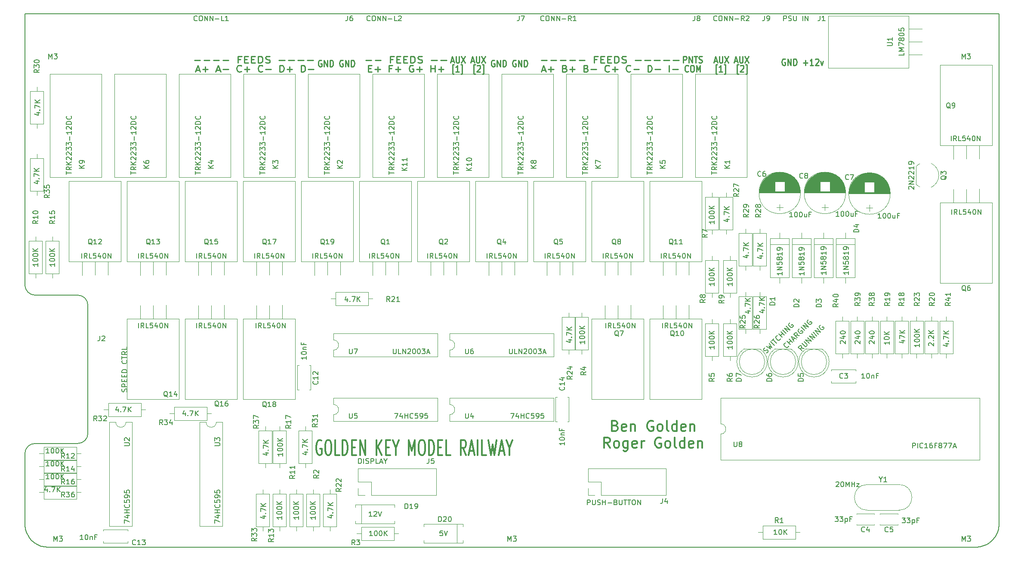
<source format=gbr>
%TF.GenerationSoftware,KiCad,Pcbnew,(5.1.6)-1*%
%TF.CreationDate,2020-08-11T14:57:58+01:00*%
%TF.ProjectId,panel-main,70616e65-6c2d-46d6-9169-6e2e6b696361,rev?*%
%TF.SameCoordinates,Original*%
%TF.FileFunction,Legend,Top*%
%TF.FilePolarity,Positive*%
%FSLAX46Y46*%
G04 Gerber Fmt 4.6, Leading zero omitted, Abs format (unit mm)*
G04 Created by KiCad (PCBNEW (5.1.6)-1) date 2020-08-11 14:57:58*
%MOMM*%
%LPD*%
G01*
G04 APERTURE LIST*
%ADD10C,0.300000*%
%ADD11C,0.250000*%
%TA.AperFunction,Profile*%
%ADD12C,0.200000*%
%TD*%
%ADD13C,0.120000*%
%ADD14C,0.150000*%
G04 APERTURE END LIST*
D10*
X167148809Y-120000142D02*
X167434523Y-120095380D01*
X167529761Y-120190619D01*
X167625000Y-120381095D01*
X167625000Y-120666809D01*
X167529761Y-120857285D01*
X167434523Y-120952523D01*
X167244047Y-121047761D01*
X166482142Y-121047761D01*
X166482142Y-119047761D01*
X167148809Y-119047761D01*
X167339285Y-119143000D01*
X167434523Y-119238238D01*
X167529761Y-119428714D01*
X167529761Y-119619190D01*
X167434523Y-119809666D01*
X167339285Y-119904904D01*
X167148809Y-120000142D01*
X166482142Y-120000142D01*
X169244047Y-120952523D02*
X169053571Y-121047761D01*
X168672619Y-121047761D01*
X168482142Y-120952523D01*
X168386904Y-120762047D01*
X168386904Y-120000142D01*
X168482142Y-119809666D01*
X168672619Y-119714428D01*
X169053571Y-119714428D01*
X169244047Y-119809666D01*
X169339285Y-120000142D01*
X169339285Y-120190619D01*
X168386904Y-120381095D01*
X170196428Y-119714428D02*
X170196428Y-121047761D01*
X170196428Y-119904904D02*
X170291666Y-119809666D01*
X170482142Y-119714428D01*
X170767857Y-119714428D01*
X170958333Y-119809666D01*
X171053571Y-120000142D01*
X171053571Y-121047761D01*
X174577380Y-119143000D02*
X174386904Y-119047761D01*
X174101190Y-119047761D01*
X173815476Y-119143000D01*
X173625000Y-119333476D01*
X173529761Y-119523952D01*
X173434523Y-119904904D01*
X173434523Y-120190619D01*
X173529761Y-120571571D01*
X173625000Y-120762047D01*
X173815476Y-120952523D01*
X174101190Y-121047761D01*
X174291666Y-121047761D01*
X174577380Y-120952523D01*
X174672619Y-120857285D01*
X174672619Y-120190619D01*
X174291666Y-120190619D01*
X175815476Y-121047761D02*
X175625000Y-120952523D01*
X175529761Y-120857285D01*
X175434523Y-120666809D01*
X175434523Y-120095380D01*
X175529761Y-119904904D01*
X175625000Y-119809666D01*
X175815476Y-119714428D01*
X176101190Y-119714428D01*
X176291666Y-119809666D01*
X176386904Y-119904904D01*
X176482142Y-120095380D01*
X176482142Y-120666809D01*
X176386904Y-120857285D01*
X176291666Y-120952523D01*
X176101190Y-121047761D01*
X175815476Y-121047761D01*
X177625000Y-121047761D02*
X177434523Y-120952523D01*
X177339285Y-120762047D01*
X177339285Y-119047761D01*
X179244047Y-121047761D02*
X179244047Y-119047761D01*
X179244047Y-120952523D02*
X179053571Y-121047761D01*
X178672619Y-121047761D01*
X178482142Y-120952523D01*
X178386904Y-120857285D01*
X178291666Y-120666809D01*
X178291666Y-120095380D01*
X178386904Y-119904904D01*
X178482142Y-119809666D01*
X178672619Y-119714428D01*
X179053571Y-119714428D01*
X179244047Y-119809666D01*
X180958333Y-120952523D02*
X180767857Y-121047761D01*
X180386904Y-121047761D01*
X180196428Y-120952523D01*
X180101190Y-120762047D01*
X180101190Y-120000142D01*
X180196428Y-119809666D01*
X180386904Y-119714428D01*
X180767857Y-119714428D01*
X180958333Y-119809666D01*
X181053571Y-120000142D01*
X181053571Y-120190619D01*
X180101190Y-120381095D01*
X181910714Y-119714428D02*
X181910714Y-121047761D01*
X181910714Y-119904904D02*
X182005952Y-119809666D01*
X182196428Y-119714428D01*
X182482142Y-119714428D01*
X182672619Y-119809666D01*
X182767857Y-120000142D01*
X182767857Y-121047761D01*
X166101190Y-124347761D02*
X165434523Y-123395380D01*
X164958333Y-124347761D02*
X164958333Y-122347761D01*
X165720238Y-122347761D01*
X165910714Y-122443000D01*
X166005952Y-122538238D01*
X166101190Y-122728714D01*
X166101190Y-123014428D01*
X166005952Y-123204904D01*
X165910714Y-123300142D01*
X165720238Y-123395380D01*
X164958333Y-123395380D01*
X167244047Y-124347761D02*
X167053571Y-124252523D01*
X166958333Y-124157285D01*
X166863095Y-123966809D01*
X166863095Y-123395380D01*
X166958333Y-123204904D01*
X167053571Y-123109666D01*
X167244047Y-123014428D01*
X167529761Y-123014428D01*
X167720238Y-123109666D01*
X167815476Y-123204904D01*
X167910714Y-123395380D01*
X167910714Y-123966809D01*
X167815476Y-124157285D01*
X167720238Y-124252523D01*
X167529761Y-124347761D01*
X167244047Y-124347761D01*
X169625000Y-123014428D02*
X169625000Y-124633476D01*
X169529761Y-124823952D01*
X169434523Y-124919190D01*
X169244047Y-125014428D01*
X168958333Y-125014428D01*
X168767857Y-124919190D01*
X169625000Y-124252523D02*
X169434523Y-124347761D01*
X169053571Y-124347761D01*
X168863095Y-124252523D01*
X168767857Y-124157285D01*
X168672619Y-123966809D01*
X168672619Y-123395380D01*
X168767857Y-123204904D01*
X168863095Y-123109666D01*
X169053571Y-123014428D01*
X169434523Y-123014428D01*
X169625000Y-123109666D01*
X171339285Y-124252523D02*
X171148809Y-124347761D01*
X170767857Y-124347761D01*
X170577380Y-124252523D01*
X170482142Y-124062047D01*
X170482142Y-123300142D01*
X170577380Y-123109666D01*
X170767857Y-123014428D01*
X171148809Y-123014428D01*
X171339285Y-123109666D01*
X171434523Y-123300142D01*
X171434523Y-123490619D01*
X170482142Y-123681095D01*
X172291666Y-124347761D02*
X172291666Y-123014428D01*
X172291666Y-123395380D02*
X172386904Y-123204904D01*
X172482142Y-123109666D01*
X172672619Y-123014428D01*
X172863095Y-123014428D01*
X176101190Y-122443000D02*
X175910714Y-122347761D01*
X175625000Y-122347761D01*
X175339285Y-122443000D01*
X175148809Y-122633476D01*
X175053571Y-122823952D01*
X174958333Y-123204904D01*
X174958333Y-123490619D01*
X175053571Y-123871571D01*
X175148809Y-124062047D01*
X175339285Y-124252523D01*
X175625000Y-124347761D01*
X175815476Y-124347761D01*
X176101190Y-124252523D01*
X176196428Y-124157285D01*
X176196428Y-123490619D01*
X175815476Y-123490619D01*
X177339285Y-124347761D02*
X177148809Y-124252523D01*
X177053571Y-124157285D01*
X176958333Y-123966809D01*
X176958333Y-123395380D01*
X177053571Y-123204904D01*
X177148809Y-123109666D01*
X177339285Y-123014428D01*
X177625000Y-123014428D01*
X177815476Y-123109666D01*
X177910714Y-123204904D01*
X178005952Y-123395380D01*
X178005952Y-123966809D01*
X177910714Y-124157285D01*
X177815476Y-124252523D01*
X177625000Y-124347761D01*
X177339285Y-124347761D01*
X179148809Y-124347761D02*
X178958333Y-124252523D01*
X178863095Y-124062047D01*
X178863095Y-122347761D01*
X180767857Y-124347761D02*
X180767857Y-122347761D01*
X180767857Y-124252523D02*
X180577380Y-124347761D01*
X180196428Y-124347761D01*
X180005952Y-124252523D01*
X179910714Y-124157285D01*
X179815476Y-123966809D01*
X179815476Y-123395380D01*
X179910714Y-123204904D01*
X180005952Y-123109666D01*
X180196428Y-123014428D01*
X180577380Y-123014428D01*
X180767857Y-123109666D01*
X182482142Y-124252523D02*
X182291666Y-124347761D01*
X181910714Y-124347761D01*
X181720238Y-124252523D01*
X181625000Y-124062047D01*
X181625000Y-123300142D01*
X181720238Y-123109666D01*
X181910714Y-123014428D01*
X182291666Y-123014428D01*
X182482142Y-123109666D01*
X182577380Y-123300142D01*
X182577380Y-123490619D01*
X181625000Y-123681095D01*
X183434523Y-123014428D02*
X183434523Y-124347761D01*
X183434523Y-123204904D02*
X183529761Y-123109666D01*
X183720238Y-123014428D01*
X184005952Y-123014428D01*
X184196428Y-123109666D01*
X184291666Y-123300142D01*
X184291666Y-124347761D01*
X109293714Y-122960000D02*
X109122285Y-122817142D01*
X108865142Y-122817142D01*
X108608000Y-122960000D01*
X108436571Y-123245714D01*
X108350857Y-123531428D01*
X108265142Y-124102857D01*
X108265142Y-124531428D01*
X108350857Y-125102857D01*
X108436571Y-125388571D01*
X108608000Y-125674285D01*
X108865142Y-125817142D01*
X109036571Y-125817142D01*
X109293714Y-125674285D01*
X109379428Y-125531428D01*
X109379428Y-124531428D01*
X109036571Y-124531428D01*
X110493714Y-122817142D02*
X110836571Y-122817142D01*
X111008000Y-122960000D01*
X111179428Y-123245714D01*
X111265142Y-123817142D01*
X111265142Y-124817142D01*
X111179428Y-125388571D01*
X111008000Y-125674285D01*
X110836571Y-125817142D01*
X110493714Y-125817142D01*
X110322285Y-125674285D01*
X110150857Y-125388571D01*
X110065142Y-124817142D01*
X110065142Y-123817142D01*
X110150857Y-123245714D01*
X110322285Y-122960000D01*
X110493714Y-122817142D01*
X112893714Y-125817142D02*
X112036571Y-125817142D01*
X112036571Y-122817142D01*
X113493714Y-125817142D02*
X113493714Y-122817142D01*
X113922285Y-122817142D01*
X114179428Y-122960000D01*
X114350857Y-123245714D01*
X114436571Y-123531428D01*
X114522285Y-124102857D01*
X114522285Y-124531428D01*
X114436571Y-125102857D01*
X114350857Y-125388571D01*
X114179428Y-125674285D01*
X113922285Y-125817142D01*
X113493714Y-125817142D01*
X115293714Y-124245714D02*
X115893714Y-124245714D01*
X116150857Y-125817142D02*
X115293714Y-125817142D01*
X115293714Y-122817142D01*
X116150857Y-122817142D01*
X116922285Y-125817142D02*
X116922285Y-122817142D01*
X117950857Y-125817142D01*
X117950857Y-122817142D01*
X120179428Y-125817142D02*
X120179428Y-122817142D01*
X121208000Y-125817142D02*
X120436571Y-124102857D01*
X121208000Y-122817142D02*
X120179428Y-124531428D01*
X121979428Y-124245714D02*
X122579428Y-124245714D01*
X122836571Y-125817142D02*
X121979428Y-125817142D01*
X121979428Y-122817142D01*
X122836571Y-122817142D01*
X123950857Y-124388571D02*
X123950857Y-125817142D01*
X123350857Y-122817142D02*
X123950857Y-124388571D01*
X124550857Y-122817142D01*
X126522285Y-125817142D02*
X126522285Y-122817142D01*
X127122285Y-124960000D01*
X127722285Y-122817142D01*
X127722285Y-125817142D01*
X128922285Y-122817142D02*
X129265142Y-122817142D01*
X129436571Y-122960000D01*
X129608000Y-123245714D01*
X129693714Y-123817142D01*
X129693714Y-124817142D01*
X129608000Y-125388571D01*
X129436571Y-125674285D01*
X129265142Y-125817142D01*
X128922285Y-125817142D01*
X128750857Y-125674285D01*
X128579428Y-125388571D01*
X128493714Y-124817142D01*
X128493714Y-123817142D01*
X128579428Y-123245714D01*
X128750857Y-122960000D01*
X128922285Y-122817142D01*
X130465142Y-125817142D02*
X130465142Y-122817142D01*
X130893714Y-122817142D01*
X131150857Y-122960000D01*
X131322285Y-123245714D01*
X131408000Y-123531428D01*
X131493714Y-124102857D01*
X131493714Y-124531428D01*
X131408000Y-125102857D01*
X131322285Y-125388571D01*
X131150857Y-125674285D01*
X130893714Y-125817142D01*
X130465142Y-125817142D01*
X132265142Y-124245714D02*
X132865142Y-124245714D01*
X133122285Y-125817142D02*
X132265142Y-125817142D01*
X132265142Y-122817142D01*
X133122285Y-122817142D01*
X134750857Y-125817142D02*
X133893714Y-125817142D01*
X133893714Y-122817142D01*
X137750857Y-125817142D02*
X137150857Y-124388571D01*
X136722285Y-125817142D02*
X136722285Y-122817142D01*
X137408000Y-122817142D01*
X137579428Y-122960000D01*
X137665142Y-123102857D01*
X137750857Y-123388571D01*
X137750857Y-123817142D01*
X137665142Y-124102857D01*
X137579428Y-124245714D01*
X137408000Y-124388571D01*
X136722285Y-124388571D01*
X138436571Y-124960000D02*
X139293714Y-124960000D01*
X138265142Y-125817142D02*
X138865142Y-122817142D01*
X139465142Y-125817142D01*
X140065142Y-125817142D02*
X140065142Y-122817142D01*
X141779428Y-125817142D02*
X140922285Y-125817142D01*
X140922285Y-122817142D01*
X142208000Y-122817142D02*
X142636571Y-125817142D01*
X142979428Y-123674285D01*
X143322285Y-125817142D01*
X143750857Y-122817142D01*
X144350857Y-124960000D02*
X145208000Y-124960000D01*
X144179428Y-125817142D02*
X144779428Y-122817142D01*
X145379428Y-125817142D01*
X146322285Y-124388571D02*
X146322285Y-125817142D01*
X145722285Y-122817142D02*
X146322285Y-124388571D01*
X146922285Y-122817142D01*
D11*
X181507714Y-50248285D02*
X181455333Y-50310190D01*
X181298190Y-50372095D01*
X181193428Y-50372095D01*
X181036285Y-50310190D01*
X180931523Y-50186380D01*
X180879142Y-50062571D01*
X180826761Y-49814952D01*
X180826761Y-49629238D01*
X180879142Y-49381619D01*
X180931523Y-49257809D01*
X181036285Y-49134000D01*
X181193428Y-49072095D01*
X181298190Y-49072095D01*
X181455333Y-49134000D01*
X181507714Y-49195904D01*
X182188666Y-49072095D02*
X182398190Y-49072095D01*
X182502952Y-49134000D01*
X182607714Y-49257809D01*
X182660095Y-49505428D01*
X182660095Y-49938761D01*
X182607714Y-50186380D01*
X182502952Y-50310190D01*
X182398190Y-50372095D01*
X182188666Y-50372095D01*
X182083904Y-50310190D01*
X181979142Y-50186380D01*
X181926761Y-49938761D01*
X181926761Y-49505428D01*
X181979142Y-49257809D01*
X182083904Y-49134000D01*
X182188666Y-49072095D01*
X183131523Y-50372095D02*
X183131523Y-49072095D01*
X183498190Y-50000666D01*
X183864857Y-49072095D01*
X183864857Y-50372095D01*
X180564857Y-48594095D02*
X180564857Y-47294095D01*
X180983904Y-47294095D01*
X181088666Y-47356000D01*
X181141047Y-47417904D01*
X181193428Y-47541714D01*
X181193428Y-47727428D01*
X181141047Y-47851238D01*
X181088666Y-47913142D01*
X180983904Y-47975047D01*
X180564857Y-47975047D01*
X181664857Y-48594095D02*
X181664857Y-47294095D01*
X182293428Y-48594095D01*
X182293428Y-47294095D01*
X182660095Y-47294095D02*
X183288666Y-47294095D01*
X182974380Y-48594095D02*
X182974380Y-47294095D01*
X183602952Y-48532190D02*
X183760095Y-48594095D01*
X184022000Y-48594095D01*
X184126761Y-48532190D01*
X184179142Y-48470285D01*
X184231523Y-48346476D01*
X184231523Y-48222666D01*
X184179142Y-48098857D01*
X184126761Y-48036952D01*
X184022000Y-47975047D01*
X183812476Y-47913142D01*
X183707714Y-47851238D01*
X183655333Y-47789333D01*
X183602952Y-47665523D01*
X183602952Y-47541714D01*
X183655333Y-47417904D01*
X183707714Y-47356000D01*
X183812476Y-47294095D01*
X184074380Y-47294095D01*
X184231523Y-47356000D01*
X187215809Y-50805428D02*
X186953904Y-50805428D01*
X186953904Y-48948285D01*
X187215809Y-48948285D01*
X188211047Y-50372095D02*
X187582476Y-50372095D01*
X187896761Y-50372095D02*
X187896761Y-49072095D01*
X187792000Y-49257809D01*
X187687238Y-49381619D01*
X187582476Y-49443523D01*
X188577714Y-50805428D02*
X188839619Y-50805428D01*
X188839619Y-48948285D01*
X188577714Y-48948285D01*
X191406285Y-50805428D02*
X191144380Y-50805428D01*
X191144380Y-48948285D01*
X191406285Y-48948285D01*
X191772952Y-49195904D02*
X191825333Y-49134000D01*
X191930095Y-49072095D01*
X192192000Y-49072095D01*
X192296761Y-49134000D01*
X192349142Y-49195904D01*
X192401523Y-49319714D01*
X192401523Y-49443523D01*
X192349142Y-49629238D01*
X191720571Y-50372095D01*
X192401523Y-50372095D01*
X192768190Y-50805428D02*
X193030095Y-50805428D01*
X193030095Y-48948285D01*
X192768190Y-48948285D01*
X186639619Y-48222666D02*
X187163428Y-48222666D01*
X186534857Y-48594095D02*
X186901523Y-47294095D01*
X187268190Y-48594095D01*
X187634857Y-47294095D02*
X187634857Y-48346476D01*
X187687238Y-48470285D01*
X187739619Y-48532190D01*
X187844380Y-48594095D01*
X188053904Y-48594095D01*
X188158666Y-48532190D01*
X188211047Y-48470285D01*
X188263428Y-48346476D01*
X188263428Y-47294095D01*
X188682476Y-47294095D02*
X189415809Y-48594095D01*
X189415809Y-47294095D02*
X188682476Y-48594095D01*
X190620571Y-48222666D02*
X191144380Y-48222666D01*
X190515809Y-48594095D02*
X190882476Y-47294095D01*
X191249142Y-48594095D01*
X191615809Y-47294095D02*
X191615809Y-48346476D01*
X191668190Y-48470285D01*
X191720571Y-48532190D01*
X191825333Y-48594095D01*
X192034857Y-48594095D01*
X192139619Y-48532190D01*
X192192000Y-48470285D01*
X192244380Y-48346476D01*
X192244380Y-47294095D01*
X192663428Y-47294095D02*
X193396761Y-48594095D01*
X193396761Y-47294095D02*
X192663428Y-48594095D01*
X152682666Y-50000666D02*
X153349333Y-50000666D01*
X152549333Y-50372095D02*
X153016000Y-49072095D01*
X153482666Y-50372095D01*
X153949333Y-49876857D02*
X155016000Y-49876857D01*
X154482666Y-50372095D02*
X154482666Y-49381619D01*
X157216000Y-49691142D02*
X157416000Y-49753047D01*
X157482666Y-49814952D01*
X157549333Y-49938761D01*
X157549333Y-50124476D01*
X157482666Y-50248285D01*
X157416000Y-50310190D01*
X157282666Y-50372095D01*
X156749333Y-50372095D01*
X156749333Y-49072095D01*
X157216000Y-49072095D01*
X157349333Y-49134000D01*
X157416000Y-49195904D01*
X157482666Y-49319714D01*
X157482666Y-49443523D01*
X157416000Y-49567333D01*
X157349333Y-49629238D01*
X157216000Y-49691142D01*
X156749333Y-49691142D01*
X158149333Y-49876857D02*
X159216000Y-49876857D01*
X158682666Y-50372095D02*
X158682666Y-49381619D01*
X161416000Y-49691142D02*
X161616000Y-49753047D01*
X161682666Y-49814952D01*
X161749333Y-49938761D01*
X161749333Y-50124476D01*
X161682666Y-50248285D01*
X161616000Y-50310190D01*
X161482666Y-50372095D01*
X160949333Y-50372095D01*
X160949333Y-49072095D01*
X161416000Y-49072095D01*
X161549333Y-49134000D01*
X161616000Y-49195904D01*
X161682666Y-49319714D01*
X161682666Y-49443523D01*
X161616000Y-49567333D01*
X161549333Y-49629238D01*
X161416000Y-49691142D01*
X160949333Y-49691142D01*
X162349333Y-49876857D02*
X163416000Y-49876857D01*
X165949333Y-50248285D02*
X165882666Y-50310190D01*
X165682666Y-50372095D01*
X165549333Y-50372095D01*
X165349333Y-50310190D01*
X165216000Y-50186380D01*
X165149333Y-50062571D01*
X165082666Y-49814952D01*
X165082666Y-49629238D01*
X165149333Y-49381619D01*
X165216000Y-49257809D01*
X165349333Y-49134000D01*
X165549333Y-49072095D01*
X165682666Y-49072095D01*
X165882666Y-49134000D01*
X165949333Y-49195904D01*
X166549333Y-49876857D02*
X167616000Y-49876857D01*
X167082666Y-50372095D02*
X167082666Y-49381619D01*
X170149333Y-50248285D02*
X170082666Y-50310190D01*
X169882666Y-50372095D01*
X169749333Y-50372095D01*
X169549333Y-50310190D01*
X169416000Y-50186380D01*
X169349333Y-50062571D01*
X169282666Y-49814952D01*
X169282666Y-49629238D01*
X169349333Y-49381619D01*
X169416000Y-49257809D01*
X169549333Y-49134000D01*
X169749333Y-49072095D01*
X169882666Y-49072095D01*
X170082666Y-49134000D01*
X170149333Y-49195904D01*
X170749333Y-49876857D02*
X171816000Y-49876857D01*
X173549333Y-50372095D02*
X173549333Y-49072095D01*
X173882666Y-49072095D01*
X174082666Y-49134000D01*
X174216000Y-49257809D01*
X174282666Y-49381619D01*
X174349333Y-49629238D01*
X174349333Y-49814952D01*
X174282666Y-50062571D01*
X174216000Y-50186380D01*
X174082666Y-50310190D01*
X173882666Y-50372095D01*
X173549333Y-50372095D01*
X174949333Y-49876857D02*
X176016000Y-49876857D01*
X177749333Y-50372095D02*
X177749333Y-49072095D01*
X178416000Y-49876857D02*
X179482666Y-49876857D01*
X152580285Y-48098857D02*
X153723142Y-48098857D01*
X154437428Y-48098857D02*
X155580285Y-48098857D01*
X156294571Y-48098857D02*
X157437428Y-48098857D01*
X158151714Y-48098857D02*
X159294571Y-48098857D01*
X160008857Y-48098857D02*
X161151714Y-48098857D01*
X163508857Y-47913142D02*
X163008857Y-47913142D01*
X163008857Y-48594095D02*
X163008857Y-47294095D01*
X163723142Y-47294095D01*
X164294571Y-47913142D02*
X164794571Y-47913142D01*
X165008857Y-48594095D02*
X164294571Y-48594095D01*
X164294571Y-47294095D01*
X165008857Y-47294095D01*
X165651714Y-47913142D02*
X166151714Y-47913142D01*
X166366000Y-48594095D02*
X165651714Y-48594095D01*
X165651714Y-47294095D01*
X166366000Y-47294095D01*
X167008857Y-48594095D02*
X167008857Y-47294095D01*
X167366000Y-47294095D01*
X167580285Y-47356000D01*
X167723142Y-47479809D01*
X167794571Y-47603619D01*
X167866000Y-47851238D01*
X167866000Y-48036952D01*
X167794571Y-48284571D01*
X167723142Y-48408380D01*
X167580285Y-48532190D01*
X167366000Y-48594095D01*
X167008857Y-48594095D01*
X168437428Y-48532190D02*
X168651714Y-48594095D01*
X169008857Y-48594095D01*
X169151714Y-48532190D01*
X169223142Y-48470285D01*
X169294571Y-48346476D01*
X169294571Y-48222666D01*
X169223142Y-48098857D01*
X169151714Y-48036952D01*
X169008857Y-47975047D01*
X168723142Y-47913142D01*
X168580285Y-47851238D01*
X168508857Y-47789333D01*
X168437428Y-47665523D01*
X168437428Y-47541714D01*
X168508857Y-47417904D01*
X168580285Y-47356000D01*
X168723142Y-47294095D01*
X169080285Y-47294095D01*
X169294571Y-47356000D01*
X171080285Y-48098857D02*
X172223142Y-48098857D01*
X172937428Y-48098857D02*
X174080285Y-48098857D01*
X174794571Y-48098857D02*
X175937428Y-48098857D01*
X176651714Y-48098857D02*
X177794571Y-48098857D01*
X178508857Y-48098857D02*
X179651714Y-48098857D01*
X135399809Y-50805428D02*
X135137904Y-50805428D01*
X135137904Y-48948285D01*
X135399809Y-48948285D01*
X136395047Y-50372095D02*
X135766476Y-50372095D01*
X136080761Y-50372095D02*
X136080761Y-49072095D01*
X135976000Y-49257809D01*
X135871238Y-49381619D01*
X135766476Y-49443523D01*
X136761714Y-50805428D02*
X137023619Y-50805428D01*
X137023619Y-48948285D01*
X136761714Y-48948285D01*
X139590285Y-50805428D02*
X139328380Y-50805428D01*
X139328380Y-48948285D01*
X139590285Y-48948285D01*
X139956952Y-49195904D02*
X140009333Y-49134000D01*
X140114095Y-49072095D01*
X140376000Y-49072095D01*
X140480761Y-49134000D01*
X140533142Y-49195904D01*
X140585523Y-49319714D01*
X140585523Y-49443523D01*
X140533142Y-49629238D01*
X139904571Y-50372095D01*
X140585523Y-50372095D01*
X140952190Y-50805428D02*
X141214095Y-50805428D01*
X141214095Y-48948285D01*
X140952190Y-48948285D01*
X134823619Y-48222666D02*
X135347428Y-48222666D01*
X134718857Y-48594095D02*
X135085523Y-47294095D01*
X135452190Y-48594095D01*
X135818857Y-47294095D02*
X135818857Y-48346476D01*
X135871238Y-48470285D01*
X135923619Y-48532190D01*
X136028380Y-48594095D01*
X136237904Y-48594095D01*
X136342666Y-48532190D01*
X136395047Y-48470285D01*
X136447428Y-48346476D01*
X136447428Y-47294095D01*
X136866476Y-47294095D02*
X137599809Y-48594095D01*
X137599809Y-47294095D02*
X136866476Y-48594095D01*
X138804571Y-48222666D02*
X139328380Y-48222666D01*
X138699809Y-48594095D02*
X139066476Y-47294095D01*
X139433142Y-48594095D01*
X139799809Y-47294095D02*
X139799809Y-48346476D01*
X139852190Y-48470285D01*
X139904571Y-48532190D01*
X140009333Y-48594095D01*
X140218857Y-48594095D01*
X140323619Y-48532190D01*
X140376000Y-48470285D01*
X140428380Y-48346476D01*
X140428380Y-47294095D01*
X140847428Y-47294095D02*
X141580761Y-48594095D01*
X141580761Y-47294095D02*
X140847428Y-48594095D01*
X118584000Y-49691142D02*
X119050666Y-49691142D01*
X119250666Y-50372095D02*
X118584000Y-50372095D01*
X118584000Y-49072095D01*
X119250666Y-49072095D01*
X119850666Y-49876857D02*
X120917333Y-49876857D01*
X120384000Y-50372095D02*
X120384000Y-49381619D01*
X123117333Y-49691142D02*
X122650666Y-49691142D01*
X122650666Y-50372095D02*
X122650666Y-49072095D01*
X123317333Y-49072095D01*
X123850666Y-49876857D02*
X124917333Y-49876857D01*
X124384000Y-50372095D02*
X124384000Y-49381619D01*
X127384000Y-49134000D02*
X127250666Y-49072095D01*
X127050666Y-49072095D01*
X126850666Y-49134000D01*
X126717333Y-49257809D01*
X126650666Y-49381619D01*
X126584000Y-49629238D01*
X126584000Y-49814952D01*
X126650666Y-50062571D01*
X126717333Y-50186380D01*
X126850666Y-50310190D01*
X127050666Y-50372095D01*
X127184000Y-50372095D01*
X127384000Y-50310190D01*
X127450666Y-50248285D01*
X127450666Y-49814952D01*
X127184000Y-49814952D01*
X128050666Y-49876857D02*
X129117333Y-49876857D01*
X128584000Y-50372095D02*
X128584000Y-49381619D01*
X130850666Y-50372095D02*
X130850666Y-49072095D01*
X130850666Y-49691142D02*
X131650666Y-49691142D01*
X131650666Y-50372095D02*
X131650666Y-49072095D01*
X132317333Y-49876857D02*
X133384000Y-49876857D01*
X132850666Y-50372095D02*
X132850666Y-49381619D01*
X118019714Y-48098857D02*
X119162571Y-48098857D01*
X119876857Y-48098857D02*
X121019714Y-48098857D01*
X123376857Y-47913142D02*
X122876857Y-47913142D01*
X122876857Y-48594095D02*
X122876857Y-47294095D01*
X123591142Y-47294095D01*
X124162571Y-47913142D02*
X124662571Y-47913142D01*
X124876857Y-48594095D02*
X124162571Y-48594095D01*
X124162571Y-47294095D01*
X124876857Y-47294095D01*
X125519714Y-47913142D02*
X126019714Y-47913142D01*
X126234000Y-48594095D02*
X125519714Y-48594095D01*
X125519714Y-47294095D01*
X126234000Y-47294095D01*
X126876857Y-48594095D02*
X126876857Y-47294095D01*
X127234000Y-47294095D01*
X127448285Y-47356000D01*
X127591142Y-47479809D01*
X127662571Y-47603619D01*
X127734000Y-47851238D01*
X127734000Y-48036952D01*
X127662571Y-48284571D01*
X127591142Y-48408380D01*
X127448285Y-48532190D01*
X127234000Y-48594095D01*
X126876857Y-48594095D01*
X128305428Y-48532190D02*
X128519714Y-48594095D01*
X128876857Y-48594095D01*
X129019714Y-48532190D01*
X129091142Y-48470285D01*
X129162571Y-48346476D01*
X129162571Y-48222666D01*
X129091142Y-48098857D01*
X129019714Y-48036952D01*
X128876857Y-47975047D01*
X128591142Y-47913142D01*
X128448285Y-47851238D01*
X128376857Y-47789333D01*
X128305428Y-47665523D01*
X128305428Y-47541714D01*
X128376857Y-47417904D01*
X128448285Y-47356000D01*
X128591142Y-47294095D01*
X128948285Y-47294095D01*
X129162571Y-47356000D01*
X130948285Y-48098857D02*
X132091142Y-48098857D01*
X132805428Y-48098857D02*
X133948285Y-48098857D01*
X200557238Y-47864000D02*
X200452476Y-47802095D01*
X200295333Y-47802095D01*
X200138190Y-47864000D01*
X200033428Y-47987809D01*
X199981047Y-48111619D01*
X199928666Y-48359238D01*
X199928666Y-48544952D01*
X199981047Y-48792571D01*
X200033428Y-48916380D01*
X200138190Y-49040190D01*
X200295333Y-49102095D01*
X200400095Y-49102095D01*
X200557238Y-49040190D01*
X200609619Y-48978285D01*
X200609619Y-48544952D01*
X200400095Y-48544952D01*
X201081047Y-49102095D02*
X201081047Y-47802095D01*
X201709619Y-49102095D01*
X201709619Y-47802095D01*
X202233428Y-49102095D02*
X202233428Y-47802095D01*
X202495333Y-47802095D01*
X202652476Y-47864000D01*
X202757238Y-47987809D01*
X202809619Y-48111619D01*
X202862000Y-48359238D01*
X202862000Y-48544952D01*
X202809619Y-48792571D01*
X202757238Y-48916380D01*
X202652476Y-49040190D01*
X202495333Y-49102095D01*
X202233428Y-49102095D01*
X204171523Y-48606857D02*
X205009619Y-48606857D01*
X204590571Y-49102095D02*
X204590571Y-48111619D01*
X206109619Y-49102095D02*
X205481047Y-49102095D01*
X205795333Y-49102095D02*
X205795333Y-47802095D01*
X205690571Y-47987809D01*
X205585809Y-48111619D01*
X205481047Y-48173523D01*
X206528666Y-47925904D02*
X206581047Y-47864000D01*
X206685809Y-47802095D01*
X206947714Y-47802095D01*
X207052476Y-47864000D01*
X207104857Y-47925904D01*
X207157238Y-48049714D01*
X207157238Y-48173523D01*
X207104857Y-48359238D01*
X206476285Y-49102095D01*
X207157238Y-49102095D01*
X207523904Y-48235428D02*
X207785809Y-49102095D01*
X208047714Y-48235428D01*
X143370666Y-48118000D02*
X143265904Y-48056095D01*
X143108761Y-48056095D01*
X142951619Y-48118000D01*
X142846857Y-48241809D01*
X142794476Y-48365619D01*
X142742095Y-48613238D01*
X142742095Y-48798952D01*
X142794476Y-49046571D01*
X142846857Y-49170380D01*
X142951619Y-49294190D01*
X143108761Y-49356095D01*
X143213523Y-49356095D01*
X143370666Y-49294190D01*
X143423047Y-49232285D01*
X143423047Y-48798952D01*
X143213523Y-48798952D01*
X143894476Y-49356095D02*
X143894476Y-48056095D01*
X144523047Y-49356095D01*
X144523047Y-48056095D01*
X145046857Y-49356095D02*
X145046857Y-48056095D01*
X145308761Y-48056095D01*
X145465904Y-48118000D01*
X145570666Y-48241809D01*
X145623047Y-48365619D01*
X145675428Y-48613238D01*
X145675428Y-48798952D01*
X145623047Y-49046571D01*
X145570666Y-49170380D01*
X145465904Y-49294190D01*
X145308761Y-49356095D01*
X145046857Y-49356095D01*
X147561142Y-48118000D02*
X147456380Y-48056095D01*
X147299238Y-48056095D01*
X147142095Y-48118000D01*
X147037333Y-48241809D01*
X146984952Y-48365619D01*
X146932571Y-48613238D01*
X146932571Y-48798952D01*
X146984952Y-49046571D01*
X147037333Y-49170380D01*
X147142095Y-49294190D01*
X147299238Y-49356095D01*
X147404000Y-49356095D01*
X147561142Y-49294190D01*
X147613523Y-49232285D01*
X147613523Y-48798952D01*
X147404000Y-48798952D01*
X148084952Y-49356095D02*
X148084952Y-48056095D01*
X148713523Y-49356095D01*
X148713523Y-48056095D01*
X149237333Y-49356095D02*
X149237333Y-48056095D01*
X149499238Y-48056095D01*
X149656380Y-48118000D01*
X149761142Y-48241809D01*
X149813523Y-48365619D01*
X149865904Y-48613238D01*
X149865904Y-48798952D01*
X149813523Y-49046571D01*
X149761142Y-49170380D01*
X149656380Y-49294190D01*
X149499238Y-49356095D01*
X149237333Y-49356095D01*
X109334666Y-48118000D02*
X109229904Y-48056095D01*
X109072761Y-48056095D01*
X108915619Y-48118000D01*
X108810857Y-48241809D01*
X108758476Y-48365619D01*
X108706095Y-48613238D01*
X108706095Y-48798952D01*
X108758476Y-49046571D01*
X108810857Y-49170380D01*
X108915619Y-49294190D01*
X109072761Y-49356095D01*
X109177523Y-49356095D01*
X109334666Y-49294190D01*
X109387047Y-49232285D01*
X109387047Y-48798952D01*
X109177523Y-48798952D01*
X109858476Y-49356095D02*
X109858476Y-48056095D01*
X110487047Y-49356095D01*
X110487047Y-48056095D01*
X111010857Y-49356095D02*
X111010857Y-48056095D01*
X111272761Y-48056095D01*
X111429904Y-48118000D01*
X111534666Y-48241809D01*
X111587047Y-48365619D01*
X111639428Y-48613238D01*
X111639428Y-48798952D01*
X111587047Y-49046571D01*
X111534666Y-49170380D01*
X111429904Y-49294190D01*
X111272761Y-49356095D01*
X111010857Y-49356095D01*
X113525142Y-48118000D02*
X113420380Y-48056095D01*
X113263238Y-48056095D01*
X113106095Y-48118000D01*
X113001333Y-48241809D01*
X112948952Y-48365619D01*
X112896571Y-48613238D01*
X112896571Y-48798952D01*
X112948952Y-49046571D01*
X113001333Y-49170380D01*
X113106095Y-49294190D01*
X113263238Y-49356095D01*
X113368000Y-49356095D01*
X113525142Y-49294190D01*
X113577523Y-49232285D01*
X113577523Y-48798952D01*
X113368000Y-48798952D01*
X114048952Y-49356095D02*
X114048952Y-48056095D01*
X114677523Y-49356095D01*
X114677523Y-48056095D01*
X115201333Y-49356095D02*
X115201333Y-48056095D01*
X115463238Y-48056095D01*
X115620380Y-48118000D01*
X115725142Y-48241809D01*
X115777523Y-48365619D01*
X115829904Y-48613238D01*
X115829904Y-48798952D01*
X115777523Y-49046571D01*
X115725142Y-49170380D01*
X115620380Y-49294190D01*
X115463238Y-49356095D01*
X115201333Y-49356095D01*
X84666000Y-50000666D02*
X85332666Y-50000666D01*
X84532666Y-50372095D02*
X84999333Y-49072095D01*
X85466000Y-50372095D01*
X85932666Y-49876857D02*
X86999333Y-49876857D01*
X86466000Y-50372095D02*
X86466000Y-49381619D01*
X88666000Y-50000666D02*
X89332666Y-50000666D01*
X88532666Y-50372095D02*
X88999333Y-49072095D01*
X89466000Y-50372095D01*
X89932666Y-49876857D02*
X90999333Y-49876857D01*
X93532666Y-50248285D02*
X93466000Y-50310190D01*
X93266000Y-50372095D01*
X93132666Y-50372095D01*
X92932666Y-50310190D01*
X92799333Y-50186380D01*
X92732666Y-50062571D01*
X92666000Y-49814952D01*
X92666000Y-49629238D01*
X92732666Y-49381619D01*
X92799333Y-49257809D01*
X92932666Y-49134000D01*
X93132666Y-49072095D01*
X93266000Y-49072095D01*
X93466000Y-49134000D01*
X93532666Y-49195904D01*
X94132666Y-49876857D02*
X95199333Y-49876857D01*
X94666000Y-50372095D02*
X94666000Y-49381619D01*
X97732666Y-50248285D02*
X97666000Y-50310190D01*
X97466000Y-50372095D01*
X97332666Y-50372095D01*
X97132666Y-50310190D01*
X96999333Y-50186380D01*
X96932666Y-50062571D01*
X96866000Y-49814952D01*
X96866000Y-49629238D01*
X96932666Y-49381619D01*
X96999333Y-49257809D01*
X97132666Y-49134000D01*
X97332666Y-49072095D01*
X97466000Y-49072095D01*
X97666000Y-49134000D01*
X97732666Y-49195904D01*
X98332666Y-49876857D02*
X99399333Y-49876857D01*
X101132666Y-50372095D02*
X101132666Y-49072095D01*
X101466000Y-49072095D01*
X101666000Y-49134000D01*
X101799333Y-49257809D01*
X101866000Y-49381619D01*
X101932666Y-49629238D01*
X101932666Y-49814952D01*
X101866000Y-50062571D01*
X101799333Y-50186380D01*
X101666000Y-50310190D01*
X101466000Y-50372095D01*
X101132666Y-50372095D01*
X102532666Y-49876857D02*
X103599333Y-49876857D01*
X103066000Y-50372095D02*
X103066000Y-49381619D01*
X105332666Y-50372095D02*
X105332666Y-49072095D01*
X105666000Y-49072095D01*
X105866000Y-49134000D01*
X105999333Y-49257809D01*
X106066000Y-49381619D01*
X106132666Y-49629238D01*
X106132666Y-49814952D01*
X106066000Y-50062571D01*
X105999333Y-50186380D01*
X105866000Y-50310190D01*
X105666000Y-50372095D01*
X105332666Y-50372095D01*
X106732666Y-49876857D02*
X107799333Y-49876857D01*
X84333428Y-48098857D02*
X85476285Y-48098857D01*
X86190571Y-48098857D02*
X87333428Y-48098857D01*
X88047714Y-48098857D02*
X89190571Y-48098857D01*
X89904857Y-48098857D02*
X91047714Y-48098857D01*
X93404857Y-47913142D02*
X92904857Y-47913142D01*
X92904857Y-48594095D02*
X92904857Y-47294095D01*
X93619142Y-47294095D01*
X94190571Y-47913142D02*
X94690571Y-47913142D01*
X94904857Y-48594095D02*
X94190571Y-48594095D01*
X94190571Y-47294095D01*
X94904857Y-47294095D01*
X95547714Y-47913142D02*
X96047714Y-47913142D01*
X96262000Y-48594095D02*
X95547714Y-48594095D01*
X95547714Y-47294095D01*
X96262000Y-47294095D01*
X96904857Y-48594095D02*
X96904857Y-47294095D01*
X97262000Y-47294095D01*
X97476285Y-47356000D01*
X97619142Y-47479809D01*
X97690571Y-47603619D01*
X97762000Y-47851238D01*
X97762000Y-48036952D01*
X97690571Y-48284571D01*
X97619142Y-48408380D01*
X97476285Y-48532190D01*
X97262000Y-48594095D01*
X96904857Y-48594095D01*
X98333428Y-48532190D02*
X98547714Y-48594095D01*
X98904857Y-48594095D01*
X99047714Y-48532190D01*
X99119142Y-48470285D01*
X99190571Y-48346476D01*
X99190571Y-48222666D01*
X99119142Y-48098857D01*
X99047714Y-48036952D01*
X98904857Y-47975047D01*
X98619142Y-47913142D01*
X98476285Y-47851238D01*
X98404857Y-47789333D01*
X98333428Y-47665523D01*
X98333428Y-47541714D01*
X98404857Y-47417904D01*
X98476285Y-47356000D01*
X98619142Y-47294095D01*
X98976285Y-47294095D01*
X99190571Y-47356000D01*
X100976285Y-48098857D02*
X102119142Y-48098857D01*
X102833428Y-48098857D02*
X103976285Y-48098857D01*
X104690571Y-48098857D02*
X105833428Y-48098857D01*
X106547714Y-48098857D02*
X107690571Y-48098857D01*
D12*
X50972508Y-38971591D02*
X50972508Y-92309883D01*
X242687490Y-38971591D02*
X50972508Y-38971591D01*
X61372508Y-94309883D02*
G75*
G02*
X63372508Y-96309883I0J-2000000D01*
G01*
X52972508Y-94309883D02*
X61372508Y-94309883D01*
X52972508Y-94309883D02*
G75*
G02*
X50972508Y-92309883I0J2000000D01*
G01*
X55472508Y-143909883D02*
X238187490Y-143909883D01*
X241769770Y-142096719D02*
X241928449Y-141869262D01*
X241928449Y-141869262D02*
X242073087Y-141632115D01*
X242073087Y-141632115D02*
X242203341Y-141386260D01*
X242203341Y-141386260D02*
X242318870Y-141132680D01*
X242318870Y-141132680D02*
X242419332Y-140872359D01*
X242419332Y-140872359D02*
X242504383Y-140606279D01*
X242504383Y-140606279D02*
X242573683Y-140335424D01*
X242573683Y-140335424D02*
X242626889Y-140060777D01*
X242626889Y-140060777D02*
X242663659Y-139783322D01*
X242663659Y-139783322D02*
X242683651Y-139504040D01*
X242683651Y-139504040D02*
X242687490Y-139317324D01*
X242687490Y-139317324D02*
X242687490Y-38971591D01*
X238187490Y-143909883D02*
X238445533Y-143901898D01*
X238445533Y-143901898D02*
X238702533Y-143878184D01*
X238702533Y-143878184D02*
X238957740Y-143839103D01*
X238957740Y-143839103D02*
X239210399Y-143785014D01*
X239210399Y-143785014D02*
X239459759Y-143716279D01*
X239459759Y-143716279D02*
X239705067Y-143633259D01*
X239705067Y-143633259D02*
X239945571Y-143536313D01*
X239945571Y-143536313D02*
X240180518Y-143425804D01*
X240180518Y-143425804D02*
X240409157Y-143302091D01*
X240409157Y-143302091D02*
X240630733Y-143165536D01*
X240630733Y-143165536D02*
X240844496Y-143016499D01*
X240844496Y-143016499D02*
X241049693Y-142855342D01*
X241049693Y-142855342D02*
X241245571Y-142682424D01*
X241245571Y-142682424D02*
X241431378Y-142498107D01*
X241431378Y-142498107D02*
X241606362Y-142302752D01*
X241606362Y-142302752D02*
X241769770Y-142096719D01*
X63372508Y-121509883D02*
G75*
G02*
X61372508Y-123509883I-2000000J0D01*
G01*
X61372508Y-123509883D02*
X52972508Y-123509883D01*
X63372508Y-96309883D02*
X63372508Y-121509883D01*
X52766574Y-142986753D02*
X52989415Y-143147096D01*
X52989415Y-143147096D02*
X53221312Y-143293029D01*
X53221312Y-143293029D02*
X53461337Y-143424254D01*
X53461337Y-143424254D02*
X53708567Y-143540476D01*
X53708567Y-143540476D02*
X53962074Y-143641395D01*
X53962074Y-143641395D02*
X54220933Y-143726715D01*
X54220933Y-143726715D02*
X54484219Y-143796138D01*
X54484219Y-143796138D02*
X54751005Y-143849368D01*
X54751005Y-143849368D02*
X55020366Y-143886106D01*
X55020366Y-143886106D02*
X55291375Y-143906056D01*
X55291375Y-143906056D02*
X55472508Y-143909883D01*
X50972508Y-139317324D02*
X50980516Y-139583265D01*
X50980516Y-139583265D02*
X51004274Y-139847961D01*
X51004274Y-139847961D02*
X51043382Y-140110633D01*
X51043382Y-140110633D02*
X51097440Y-140370501D01*
X51097440Y-140370501D02*
X51166048Y-140626788D01*
X51166048Y-140626788D02*
X51248805Y-140878714D01*
X51248805Y-140878714D02*
X51345312Y-141125500D01*
X51345312Y-141125500D02*
X51455167Y-141366368D01*
X51455167Y-141366368D02*
X51577972Y-141600537D01*
X51577972Y-141600537D02*
X51713326Y-141827230D01*
X51713326Y-141827230D02*
X51860829Y-142045667D01*
X51860829Y-142045667D02*
X52020081Y-142255069D01*
X52020081Y-142255069D02*
X52190681Y-142454658D01*
X52190681Y-142454658D02*
X52372230Y-142643654D01*
X52372230Y-142643654D02*
X52564328Y-142821278D01*
X52564328Y-142821278D02*
X52766574Y-142986753D01*
X50972508Y-125509883D02*
X50972508Y-139317324D01*
X50972508Y-125509883D02*
G75*
G02*
X52972508Y-123509883I2000000J0D01*
G01*
D13*
%TO.C,R41*%
X232283000Y-106716000D02*
X232283000Y-105826000D01*
X232283000Y-98516000D02*
X232283000Y-99406000D01*
X233593000Y-105826000D02*
X233593000Y-99406000D01*
X230973000Y-105826000D02*
X233593000Y-105826000D01*
X230973000Y-99406000D02*
X230973000Y-105826000D01*
X233593000Y-99406000D02*
X230973000Y-99406000D01*
%TO.C,R7*%
X187492000Y-75022000D02*
X184872000Y-75022000D01*
X184872000Y-75022000D02*
X184872000Y-81442000D01*
X184872000Y-81442000D02*
X187492000Y-81442000D01*
X187492000Y-81442000D02*
X187492000Y-75022000D01*
X186182000Y-74132000D02*
X186182000Y-75022000D01*
X186182000Y-82332000D02*
X186182000Y-81442000D01*
%TO.C,D4*%
X214331000Y-83135000D02*
X210611000Y-83135000D01*
X210611000Y-83135000D02*
X210611000Y-90855000D01*
X210611000Y-90855000D02*
X214331000Y-90855000D01*
X214331000Y-90855000D02*
X214331000Y-83135000D01*
X212471000Y-82025000D02*
X212471000Y-83135000D01*
X212471000Y-91965000D02*
X212471000Y-90855000D01*
X214331000Y-84335000D02*
X210611000Y-84335000D01*
%TO.C,D3*%
X210013000Y-83135000D02*
X206293000Y-83135000D01*
X206293000Y-83135000D02*
X206293000Y-90855000D01*
X206293000Y-90855000D02*
X210013000Y-90855000D01*
X210013000Y-90855000D02*
X210013000Y-83135000D01*
X208153000Y-82025000D02*
X208153000Y-83135000D01*
X208153000Y-91965000D02*
X208153000Y-90855000D01*
X210013000Y-84335000D02*
X206293000Y-84335000D01*
%TO.C,D2*%
X205695000Y-83135000D02*
X201975000Y-83135000D01*
X201975000Y-83135000D02*
X201975000Y-90855000D01*
X201975000Y-90855000D02*
X205695000Y-90855000D01*
X205695000Y-90855000D02*
X205695000Y-83135000D01*
X203835000Y-82025000D02*
X203835000Y-83135000D01*
X203835000Y-91965000D02*
X203835000Y-90855000D01*
X205695000Y-84335000D02*
X201975000Y-84335000D01*
%TO.C,D1*%
X201377000Y-83135000D02*
X197657000Y-83135000D01*
X197657000Y-83135000D02*
X197657000Y-90855000D01*
X197657000Y-90855000D02*
X201377000Y-90855000D01*
X201377000Y-90855000D02*
X201377000Y-83135000D01*
X199517000Y-82025000D02*
X199517000Y-83135000D01*
X199517000Y-91965000D02*
X199517000Y-90855000D01*
X201377000Y-84335000D02*
X197657000Y-84335000D01*
%TO.C,C8*%
X212497000Y-74188000D02*
G75*
G03*
X212497000Y-74188000I-4090000J0D01*
G01*
X204357000Y-74188000D02*
X212457000Y-74188000D01*
X204357000Y-74148000D02*
X212457000Y-74148000D01*
X204357000Y-74108000D02*
X212457000Y-74108000D01*
X204358000Y-74068000D02*
X212456000Y-74068000D01*
X204360000Y-74028000D02*
X212454000Y-74028000D01*
X204361000Y-73988000D02*
X212453000Y-73988000D01*
X204364000Y-73948000D02*
X212450000Y-73948000D01*
X204366000Y-73908000D02*
X207427000Y-73908000D01*
X209387000Y-73908000D02*
X212448000Y-73908000D01*
X204369000Y-73868000D02*
X207427000Y-73868000D01*
X209387000Y-73868000D02*
X212445000Y-73868000D01*
X204372000Y-73828000D02*
X207427000Y-73828000D01*
X209387000Y-73828000D02*
X212442000Y-73828000D01*
X204376000Y-73788000D02*
X207427000Y-73788000D01*
X209387000Y-73788000D02*
X212438000Y-73788000D01*
X204380000Y-73748000D02*
X207427000Y-73748000D01*
X209387000Y-73748000D02*
X212434000Y-73748000D01*
X204385000Y-73708000D02*
X207427000Y-73708000D01*
X209387000Y-73708000D02*
X212429000Y-73708000D01*
X204390000Y-73668000D02*
X207427000Y-73668000D01*
X209387000Y-73668000D02*
X212424000Y-73668000D01*
X204395000Y-73628000D02*
X207427000Y-73628000D01*
X209387000Y-73628000D02*
X212419000Y-73628000D01*
X204401000Y-73588000D02*
X207427000Y-73588000D01*
X209387000Y-73588000D02*
X212413000Y-73588000D01*
X204407000Y-73548000D02*
X207427000Y-73548000D01*
X209387000Y-73548000D02*
X212407000Y-73548000D01*
X204413000Y-73508000D02*
X207427000Y-73508000D01*
X209387000Y-73508000D02*
X212401000Y-73508000D01*
X204420000Y-73467000D02*
X207427000Y-73467000D01*
X209387000Y-73467000D02*
X212394000Y-73467000D01*
X204428000Y-73427000D02*
X207427000Y-73427000D01*
X209387000Y-73427000D02*
X212386000Y-73427000D01*
X204436000Y-73387000D02*
X207427000Y-73387000D01*
X209387000Y-73387000D02*
X212378000Y-73387000D01*
X204444000Y-73347000D02*
X207427000Y-73347000D01*
X209387000Y-73347000D02*
X212370000Y-73347000D01*
X204452000Y-73307000D02*
X207427000Y-73307000D01*
X209387000Y-73307000D02*
X212362000Y-73307000D01*
X204461000Y-73267000D02*
X207427000Y-73267000D01*
X209387000Y-73267000D02*
X212353000Y-73267000D01*
X204471000Y-73227000D02*
X207427000Y-73227000D01*
X209387000Y-73227000D02*
X212343000Y-73227000D01*
X204481000Y-73187000D02*
X207427000Y-73187000D01*
X209387000Y-73187000D02*
X212333000Y-73187000D01*
X204491000Y-73147000D02*
X207427000Y-73147000D01*
X209387000Y-73147000D02*
X212323000Y-73147000D01*
X204502000Y-73107000D02*
X207427000Y-73107000D01*
X209387000Y-73107000D02*
X212312000Y-73107000D01*
X204513000Y-73067000D02*
X207427000Y-73067000D01*
X209387000Y-73067000D02*
X212301000Y-73067000D01*
X204524000Y-73027000D02*
X207427000Y-73027000D01*
X209387000Y-73027000D02*
X212290000Y-73027000D01*
X204537000Y-72987000D02*
X207427000Y-72987000D01*
X209387000Y-72987000D02*
X212277000Y-72987000D01*
X204549000Y-72947000D02*
X207427000Y-72947000D01*
X209387000Y-72947000D02*
X212265000Y-72947000D01*
X204562000Y-72907000D02*
X207427000Y-72907000D01*
X209387000Y-72907000D02*
X212252000Y-72907000D01*
X204575000Y-72867000D02*
X207427000Y-72867000D01*
X209387000Y-72867000D02*
X212239000Y-72867000D01*
X204589000Y-72827000D02*
X207427000Y-72827000D01*
X209387000Y-72827000D02*
X212225000Y-72827000D01*
X204604000Y-72787000D02*
X207427000Y-72787000D01*
X209387000Y-72787000D02*
X212210000Y-72787000D01*
X204618000Y-72747000D02*
X207427000Y-72747000D01*
X209387000Y-72747000D02*
X212196000Y-72747000D01*
X204634000Y-72707000D02*
X207427000Y-72707000D01*
X209387000Y-72707000D02*
X212180000Y-72707000D01*
X204649000Y-72667000D02*
X207427000Y-72667000D01*
X209387000Y-72667000D02*
X212165000Y-72667000D01*
X204666000Y-72627000D02*
X207427000Y-72627000D01*
X209387000Y-72627000D02*
X212148000Y-72627000D01*
X204682000Y-72587000D02*
X207427000Y-72587000D01*
X209387000Y-72587000D02*
X212132000Y-72587000D01*
X204700000Y-72547000D02*
X207427000Y-72547000D01*
X209387000Y-72547000D02*
X212114000Y-72547000D01*
X204717000Y-72507000D02*
X207427000Y-72507000D01*
X209387000Y-72507000D02*
X212097000Y-72507000D01*
X204736000Y-72467000D02*
X207427000Y-72467000D01*
X209387000Y-72467000D02*
X212078000Y-72467000D01*
X204755000Y-72427000D02*
X207427000Y-72427000D01*
X209387000Y-72427000D02*
X212059000Y-72427000D01*
X204774000Y-72387000D02*
X207427000Y-72387000D01*
X209387000Y-72387000D02*
X212040000Y-72387000D01*
X204794000Y-72347000D02*
X207427000Y-72347000D01*
X209387000Y-72347000D02*
X212020000Y-72347000D01*
X204814000Y-72307000D02*
X207427000Y-72307000D01*
X209387000Y-72307000D02*
X212000000Y-72307000D01*
X204835000Y-72267000D02*
X207427000Y-72267000D01*
X209387000Y-72267000D02*
X211979000Y-72267000D01*
X204857000Y-72227000D02*
X207427000Y-72227000D01*
X209387000Y-72227000D02*
X211957000Y-72227000D01*
X204879000Y-72187000D02*
X207427000Y-72187000D01*
X209387000Y-72187000D02*
X211935000Y-72187000D01*
X204902000Y-72147000D02*
X207427000Y-72147000D01*
X209387000Y-72147000D02*
X211912000Y-72147000D01*
X204925000Y-72107000D02*
X207427000Y-72107000D01*
X209387000Y-72107000D02*
X211889000Y-72107000D01*
X204949000Y-72067000D02*
X207427000Y-72067000D01*
X209387000Y-72067000D02*
X211865000Y-72067000D01*
X204973000Y-72027000D02*
X207427000Y-72027000D01*
X209387000Y-72027000D02*
X211841000Y-72027000D01*
X204999000Y-71987000D02*
X207427000Y-71987000D01*
X209387000Y-71987000D02*
X211815000Y-71987000D01*
X205024000Y-71947000D02*
X211790000Y-71947000D01*
X205051000Y-71907000D02*
X211763000Y-71907000D01*
X205078000Y-71867000D02*
X211736000Y-71867000D01*
X205106000Y-71827000D02*
X211708000Y-71827000D01*
X205135000Y-71787000D02*
X211679000Y-71787000D01*
X205164000Y-71747000D02*
X211650000Y-71747000D01*
X205194000Y-71707000D02*
X211620000Y-71707000D01*
X205225000Y-71667000D02*
X211589000Y-71667000D01*
X205257000Y-71627000D02*
X211557000Y-71627000D01*
X205289000Y-71587000D02*
X211525000Y-71587000D01*
X205323000Y-71547000D02*
X211491000Y-71547000D01*
X205357000Y-71507000D02*
X211457000Y-71507000D01*
X205392000Y-71467000D02*
X211422000Y-71467000D01*
X205428000Y-71427000D02*
X211386000Y-71427000D01*
X205465000Y-71387000D02*
X211349000Y-71387000D01*
X205503000Y-71347000D02*
X211311000Y-71347000D01*
X205542000Y-71307000D02*
X211272000Y-71307000D01*
X205583000Y-71267000D02*
X211231000Y-71267000D01*
X205624000Y-71227000D02*
X211190000Y-71227000D01*
X205667000Y-71187000D02*
X211147000Y-71187000D01*
X205710000Y-71147000D02*
X211104000Y-71147000D01*
X205755000Y-71107000D02*
X211059000Y-71107000D01*
X205802000Y-71067000D02*
X211012000Y-71067000D01*
X205850000Y-71027000D02*
X210964000Y-71027000D01*
X205899000Y-70987000D02*
X210915000Y-70987000D01*
X205950000Y-70947000D02*
X210864000Y-70947000D01*
X206003000Y-70907000D02*
X210811000Y-70907000D01*
X206058000Y-70867000D02*
X210756000Y-70867000D01*
X206114000Y-70827000D02*
X210700000Y-70827000D01*
X206173000Y-70787000D02*
X210641000Y-70787000D01*
X206234000Y-70747000D02*
X210580000Y-70747000D01*
X206298000Y-70707000D02*
X210516000Y-70707000D01*
X206364000Y-70667000D02*
X210450000Y-70667000D01*
X206433000Y-70627000D02*
X210381000Y-70627000D01*
X206505000Y-70587000D02*
X210309000Y-70587000D01*
X206581000Y-70547000D02*
X210233000Y-70547000D01*
X206662000Y-70507000D02*
X210152000Y-70507000D01*
X206747000Y-70467000D02*
X210067000Y-70467000D01*
X206837000Y-70427000D02*
X209977000Y-70427000D01*
X206934000Y-70387000D02*
X209880000Y-70387000D01*
X207038000Y-70347000D02*
X209776000Y-70347000D01*
X207153000Y-70307000D02*
X209661000Y-70307000D01*
X207280000Y-70267000D02*
X209534000Y-70267000D01*
X207424000Y-70227000D02*
X209390000Y-70227000D01*
X207593000Y-70187000D02*
X209221000Y-70187000D01*
X207809000Y-70147000D02*
X209005000Y-70147000D01*
X208161000Y-70107000D02*
X208653000Y-70107000D01*
X208407000Y-77638000D02*
X208407000Y-76438000D01*
X207757000Y-77038000D02*
X209057000Y-77038000D01*
%TO.C,C7*%
X221260000Y-74315000D02*
G75*
G03*
X221260000Y-74315000I-4090000J0D01*
G01*
X213120000Y-74315000D02*
X221220000Y-74315000D01*
X213120000Y-74275000D02*
X221220000Y-74275000D01*
X213120000Y-74235000D02*
X221220000Y-74235000D01*
X213121000Y-74195000D02*
X221219000Y-74195000D01*
X213123000Y-74155000D02*
X221217000Y-74155000D01*
X213124000Y-74115000D02*
X221216000Y-74115000D01*
X213127000Y-74075000D02*
X221213000Y-74075000D01*
X213129000Y-74035000D02*
X216190000Y-74035000D01*
X218150000Y-74035000D02*
X221211000Y-74035000D01*
X213132000Y-73995000D02*
X216190000Y-73995000D01*
X218150000Y-73995000D02*
X221208000Y-73995000D01*
X213135000Y-73955000D02*
X216190000Y-73955000D01*
X218150000Y-73955000D02*
X221205000Y-73955000D01*
X213139000Y-73915000D02*
X216190000Y-73915000D01*
X218150000Y-73915000D02*
X221201000Y-73915000D01*
X213143000Y-73875000D02*
X216190000Y-73875000D01*
X218150000Y-73875000D02*
X221197000Y-73875000D01*
X213148000Y-73835000D02*
X216190000Y-73835000D01*
X218150000Y-73835000D02*
X221192000Y-73835000D01*
X213153000Y-73795000D02*
X216190000Y-73795000D01*
X218150000Y-73795000D02*
X221187000Y-73795000D01*
X213158000Y-73755000D02*
X216190000Y-73755000D01*
X218150000Y-73755000D02*
X221182000Y-73755000D01*
X213164000Y-73715000D02*
X216190000Y-73715000D01*
X218150000Y-73715000D02*
X221176000Y-73715000D01*
X213170000Y-73675000D02*
X216190000Y-73675000D01*
X218150000Y-73675000D02*
X221170000Y-73675000D01*
X213176000Y-73635000D02*
X216190000Y-73635000D01*
X218150000Y-73635000D02*
X221164000Y-73635000D01*
X213183000Y-73594000D02*
X216190000Y-73594000D01*
X218150000Y-73594000D02*
X221157000Y-73594000D01*
X213191000Y-73554000D02*
X216190000Y-73554000D01*
X218150000Y-73554000D02*
X221149000Y-73554000D01*
X213199000Y-73514000D02*
X216190000Y-73514000D01*
X218150000Y-73514000D02*
X221141000Y-73514000D01*
X213207000Y-73474000D02*
X216190000Y-73474000D01*
X218150000Y-73474000D02*
X221133000Y-73474000D01*
X213215000Y-73434000D02*
X216190000Y-73434000D01*
X218150000Y-73434000D02*
X221125000Y-73434000D01*
X213224000Y-73394000D02*
X216190000Y-73394000D01*
X218150000Y-73394000D02*
X221116000Y-73394000D01*
X213234000Y-73354000D02*
X216190000Y-73354000D01*
X218150000Y-73354000D02*
X221106000Y-73354000D01*
X213244000Y-73314000D02*
X216190000Y-73314000D01*
X218150000Y-73314000D02*
X221096000Y-73314000D01*
X213254000Y-73274000D02*
X216190000Y-73274000D01*
X218150000Y-73274000D02*
X221086000Y-73274000D01*
X213265000Y-73234000D02*
X216190000Y-73234000D01*
X218150000Y-73234000D02*
X221075000Y-73234000D01*
X213276000Y-73194000D02*
X216190000Y-73194000D01*
X218150000Y-73194000D02*
X221064000Y-73194000D01*
X213287000Y-73154000D02*
X216190000Y-73154000D01*
X218150000Y-73154000D02*
X221053000Y-73154000D01*
X213300000Y-73114000D02*
X216190000Y-73114000D01*
X218150000Y-73114000D02*
X221040000Y-73114000D01*
X213312000Y-73074000D02*
X216190000Y-73074000D01*
X218150000Y-73074000D02*
X221028000Y-73074000D01*
X213325000Y-73034000D02*
X216190000Y-73034000D01*
X218150000Y-73034000D02*
X221015000Y-73034000D01*
X213338000Y-72994000D02*
X216190000Y-72994000D01*
X218150000Y-72994000D02*
X221002000Y-72994000D01*
X213352000Y-72954000D02*
X216190000Y-72954000D01*
X218150000Y-72954000D02*
X220988000Y-72954000D01*
X213367000Y-72914000D02*
X216190000Y-72914000D01*
X218150000Y-72914000D02*
X220973000Y-72914000D01*
X213381000Y-72874000D02*
X216190000Y-72874000D01*
X218150000Y-72874000D02*
X220959000Y-72874000D01*
X213397000Y-72834000D02*
X216190000Y-72834000D01*
X218150000Y-72834000D02*
X220943000Y-72834000D01*
X213412000Y-72794000D02*
X216190000Y-72794000D01*
X218150000Y-72794000D02*
X220928000Y-72794000D01*
X213429000Y-72754000D02*
X216190000Y-72754000D01*
X218150000Y-72754000D02*
X220911000Y-72754000D01*
X213445000Y-72714000D02*
X216190000Y-72714000D01*
X218150000Y-72714000D02*
X220895000Y-72714000D01*
X213463000Y-72674000D02*
X216190000Y-72674000D01*
X218150000Y-72674000D02*
X220877000Y-72674000D01*
X213480000Y-72634000D02*
X216190000Y-72634000D01*
X218150000Y-72634000D02*
X220860000Y-72634000D01*
X213499000Y-72594000D02*
X216190000Y-72594000D01*
X218150000Y-72594000D02*
X220841000Y-72594000D01*
X213518000Y-72554000D02*
X216190000Y-72554000D01*
X218150000Y-72554000D02*
X220822000Y-72554000D01*
X213537000Y-72514000D02*
X216190000Y-72514000D01*
X218150000Y-72514000D02*
X220803000Y-72514000D01*
X213557000Y-72474000D02*
X216190000Y-72474000D01*
X218150000Y-72474000D02*
X220783000Y-72474000D01*
X213577000Y-72434000D02*
X216190000Y-72434000D01*
X218150000Y-72434000D02*
X220763000Y-72434000D01*
X213598000Y-72394000D02*
X216190000Y-72394000D01*
X218150000Y-72394000D02*
X220742000Y-72394000D01*
X213620000Y-72354000D02*
X216190000Y-72354000D01*
X218150000Y-72354000D02*
X220720000Y-72354000D01*
X213642000Y-72314000D02*
X216190000Y-72314000D01*
X218150000Y-72314000D02*
X220698000Y-72314000D01*
X213665000Y-72274000D02*
X216190000Y-72274000D01*
X218150000Y-72274000D02*
X220675000Y-72274000D01*
X213688000Y-72234000D02*
X216190000Y-72234000D01*
X218150000Y-72234000D02*
X220652000Y-72234000D01*
X213712000Y-72194000D02*
X216190000Y-72194000D01*
X218150000Y-72194000D02*
X220628000Y-72194000D01*
X213736000Y-72154000D02*
X216190000Y-72154000D01*
X218150000Y-72154000D02*
X220604000Y-72154000D01*
X213762000Y-72114000D02*
X216190000Y-72114000D01*
X218150000Y-72114000D02*
X220578000Y-72114000D01*
X213787000Y-72074000D02*
X220553000Y-72074000D01*
X213814000Y-72034000D02*
X220526000Y-72034000D01*
X213841000Y-71994000D02*
X220499000Y-71994000D01*
X213869000Y-71954000D02*
X220471000Y-71954000D01*
X213898000Y-71914000D02*
X220442000Y-71914000D01*
X213927000Y-71874000D02*
X220413000Y-71874000D01*
X213957000Y-71834000D02*
X220383000Y-71834000D01*
X213988000Y-71794000D02*
X220352000Y-71794000D01*
X214020000Y-71754000D02*
X220320000Y-71754000D01*
X214052000Y-71714000D02*
X220288000Y-71714000D01*
X214086000Y-71674000D02*
X220254000Y-71674000D01*
X214120000Y-71634000D02*
X220220000Y-71634000D01*
X214155000Y-71594000D02*
X220185000Y-71594000D01*
X214191000Y-71554000D02*
X220149000Y-71554000D01*
X214228000Y-71514000D02*
X220112000Y-71514000D01*
X214266000Y-71474000D02*
X220074000Y-71474000D01*
X214305000Y-71434000D02*
X220035000Y-71434000D01*
X214346000Y-71394000D02*
X219994000Y-71394000D01*
X214387000Y-71354000D02*
X219953000Y-71354000D01*
X214430000Y-71314000D02*
X219910000Y-71314000D01*
X214473000Y-71274000D02*
X219867000Y-71274000D01*
X214518000Y-71234000D02*
X219822000Y-71234000D01*
X214565000Y-71194000D02*
X219775000Y-71194000D01*
X214613000Y-71154000D02*
X219727000Y-71154000D01*
X214662000Y-71114000D02*
X219678000Y-71114000D01*
X214713000Y-71074000D02*
X219627000Y-71074000D01*
X214766000Y-71034000D02*
X219574000Y-71034000D01*
X214821000Y-70994000D02*
X219519000Y-70994000D01*
X214877000Y-70954000D02*
X219463000Y-70954000D01*
X214936000Y-70914000D02*
X219404000Y-70914000D01*
X214997000Y-70874000D02*
X219343000Y-70874000D01*
X215061000Y-70834000D02*
X219279000Y-70834000D01*
X215127000Y-70794000D02*
X219213000Y-70794000D01*
X215196000Y-70754000D02*
X219144000Y-70754000D01*
X215268000Y-70714000D02*
X219072000Y-70714000D01*
X215344000Y-70674000D02*
X218996000Y-70674000D01*
X215425000Y-70634000D02*
X218915000Y-70634000D01*
X215510000Y-70594000D02*
X218830000Y-70594000D01*
X215600000Y-70554000D02*
X218740000Y-70554000D01*
X215697000Y-70514000D02*
X218643000Y-70514000D01*
X215801000Y-70474000D02*
X218539000Y-70474000D01*
X215916000Y-70434000D02*
X218424000Y-70434000D01*
X216043000Y-70394000D02*
X218297000Y-70394000D01*
X216187000Y-70354000D02*
X218153000Y-70354000D01*
X216356000Y-70314000D02*
X217984000Y-70314000D01*
X216572000Y-70274000D02*
X217768000Y-70274000D01*
X216924000Y-70234000D02*
X217416000Y-70234000D01*
X217170000Y-77765000D02*
X217170000Y-76565000D01*
X216520000Y-77165000D02*
X217820000Y-77165000D01*
%TO.C,C6*%
X203607000Y-74188000D02*
G75*
G03*
X203607000Y-74188000I-4090000J0D01*
G01*
X195467000Y-74188000D02*
X203567000Y-74188000D01*
X195467000Y-74148000D02*
X203567000Y-74148000D01*
X195467000Y-74108000D02*
X203567000Y-74108000D01*
X195468000Y-74068000D02*
X203566000Y-74068000D01*
X195470000Y-74028000D02*
X203564000Y-74028000D01*
X195471000Y-73988000D02*
X203563000Y-73988000D01*
X195474000Y-73948000D02*
X203560000Y-73948000D01*
X195476000Y-73908000D02*
X198537000Y-73908000D01*
X200497000Y-73908000D02*
X203558000Y-73908000D01*
X195479000Y-73868000D02*
X198537000Y-73868000D01*
X200497000Y-73868000D02*
X203555000Y-73868000D01*
X195482000Y-73828000D02*
X198537000Y-73828000D01*
X200497000Y-73828000D02*
X203552000Y-73828000D01*
X195486000Y-73788000D02*
X198537000Y-73788000D01*
X200497000Y-73788000D02*
X203548000Y-73788000D01*
X195490000Y-73748000D02*
X198537000Y-73748000D01*
X200497000Y-73748000D02*
X203544000Y-73748000D01*
X195495000Y-73708000D02*
X198537000Y-73708000D01*
X200497000Y-73708000D02*
X203539000Y-73708000D01*
X195500000Y-73668000D02*
X198537000Y-73668000D01*
X200497000Y-73668000D02*
X203534000Y-73668000D01*
X195505000Y-73628000D02*
X198537000Y-73628000D01*
X200497000Y-73628000D02*
X203529000Y-73628000D01*
X195511000Y-73588000D02*
X198537000Y-73588000D01*
X200497000Y-73588000D02*
X203523000Y-73588000D01*
X195517000Y-73548000D02*
X198537000Y-73548000D01*
X200497000Y-73548000D02*
X203517000Y-73548000D01*
X195523000Y-73508000D02*
X198537000Y-73508000D01*
X200497000Y-73508000D02*
X203511000Y-73508000D01*
X195530000Y-73467000D02*
X198537000Y-73467000D01*
X200497000Y-73467000D02*
X203504000Y-73467000D01*
X195538000Y-73427000D02*
X198537000Y-73427000D01*
X200497000Y-73427000D02*
X203496000Y-73427000D01*
X195546000Y-73387000D02*
X198537000Y-73387000D01*
X200497000Y-73387000D02*
X203488000Y-73387000D01*
X195554000Y-73347000D02*
X198537000Y-73347000D01*
X200497000Y-73347000D02*
X203480000Y-73347000D01*
X195562000Y-73307000D02*
X198537000Y-73307000D01*
X200497000Y-73307000D02*
X203472000Y-73307000D01*
X195571000Y-73267000D02*
X198537000Y-73267000D01*
X200497000Y-73267000D02*
X203463000Y-73267000D01*
X195581000Y-73227000D02*
X198537000Y-73227000D01*
X200497000Y-73227000D02*
X203453000Y-73227000D01*
X195591000Y-73187000D02*
X198537000Y-73187000D01*
X200497000Y-73187000D02*
X203443000Y-73187000D01*
X195601000Y-73147000D02*
X198537000Y-73147000D01*
X200497000Y-73147000D02*
X203433000Y-73147000D01*
X195612000Y-73107000D02*
X198537000Y-73107000D01*
X200497000Y-73107000D02*
X203422000Y-73107000D01*
X195623000Y-73067000D02*
X198537000Y-73067000D01*
X200497000Y-73067000D02*
X203411000Y-73067000D01*
X195634000Y-73027000D02*
X198537000Y-73027000D01*
X200497000Y-73027000D02*
X203400000Y-73027000D01*
X195647000Y-72987000D02*
X198537000Y-72987000D01*
X200497000Y-72987000D02*
X203387000Y-72987000D01*
X195659000Y-72947000D02*
X198537000Y-72947000D01*
X200497000Y-72947000D02*
X203375000Y-72947000D01*
X195672000Y-72907000D02*
X198537000Y-72907000D01*
X200497000Y-72907000D02*
X203362000Y-72907000D01*
X195685000Y-72867000D02*
X198537000Y-72867000D01*
X200497000Y-72867000D02*
X203349000Y-72867000D01*
X195699000Y-72827000D02*
X198537000Y-72827000D01*
X200497000Y-72827000D02*
X203335000Y-72827000D01*
X195714000Y-72787000D02*
X198537000Y-72787000D01*
X200497000Y-72787000D02*
X203320000Y-72787000D01*
X195728000Y-72747000D02*
X198537000Y-72747000D01*
X200497000Y-72747000D02*
X203306000Y-72747000D01*
X195744000Y-72707000D02*
X198537000Y-72707000D01*
X200497000Y-72707000D02*
X203290000Y-72707000D01*
X195759000Y-72667000D02*
X198537000Y-72667000D01*
X200497000Y-72667000D02*
X203275000Y-72667000D01*
X195776000Y-72627000D02*
X198537000Y-72627000D01*
X200497000Y-72627000D02*
X203258000Y-72627000D01*
X195792000Y-72587000D02*
X198537000Y-72587000D01*
X200497000Y-72587000D02*
X203242000Y-72587000D01*
X195810000Y-72547000D02*
X198537000Y-72547000D01*
X200497000Y-72547000D02*
X203224000Y-72547000D01*
X195827000Y-72507000D02*
X198537000Y-72507000D01*
X200497000Y-72507000D02*
X203207000Y-72507000D01*
X195846000Y-72467000D02*
X198537000Y-72467000D01*
X200497000Y-72467000D02*
X203188000Y-72467000D01*
X195865000Y-72427000D02*
X198537000Y-72427000D01*
X200497000Y-72427000D02*
X203169000Y-72427000D01*
X195884000Y-72387000D02*
X198537000Y-72387000D01*
X200497000Y-72387000D02*
X203150000Y-72387000D01*
X195904000Y-72347000D02*
X198537000Y-72347000D01*
X200497000Y-72347000D02*
X203130000Y-72347000D01*
X195924000Y-72307000D02*
X198537000Y-72307000D01*
X200497000Y-72307000D02*
X203110000Y-72307000D01*
X195945000Y-72267000D02*
X198537000Y-72267000D01*
X200497000Y-72267000D02*
X203089000Y-72267000D01*
X195967000Y-72227000D02*
X198537000Y-72227000D01*
X200497000Y-72227000D02*
X203067000Y-72227000D01*
X195989000Y-72187000D02*
X198537000Y-72187000D01*
X200497000Y-72187000D02*
X203045000Y-72187000D01*
X196012000Y-72147000D02*
X198537000Y-72147000D01*
X200497000Y-72147000D02*
X203022000Y-72147000D01*
X196035000Y-72107000D02*
X198537000Y-72107000D01*
X200497000Y-72107000D02*
X202999000Y-72107000D01*
X196059000Y-72067000D02*
X198537000Y-72067000D01*
X200497000Y-72067000D02*
X202975000Y-72067000D01*
X196083000Y-72027000D02*
X198537000Y-72027000D01*
X200497000Y-72027000D02*
X202951000Y-72027000D01*
X196109000Y-71987000D02*
X198537000Y-71987000D01*
X200497000Y-71987000D02*
X202925000Y-71987000D01*
X196134000Y-71947000D02*
X202900000Y-71947000D01*
X196161000Y-71907000D02*
X202873000Y-71907000D01*
X196188000Y-71867000D02*
X202846000Y-71867000D01*
X196216000Y-71827000D02*
X202818000Y-71827000D01*
X196245000Y-71787000D02*
X202789000Y-71787000D01*
X196274000Y-71747000D02*
X202760000Y-71747000D01*
X196304000Y-71707000D02*
X202730000Y-71707000D01*
X196335000Y-71667000D02*
X202699000Y-71667000D01*
X196367000Y-71627000D02*
X202667000Y-71627000D01*
X196399000Y-71587000D02*
X202635000Y-71587000D01*
X196433000Y-71547000D02*
X202601000Y-71547000D01*
X196467000Y-71507000D02*
X202567000Y-71507000D01*
X196502000Y-71467000D02*
X202532000Y-71467000D01*
X196538000Y-71427000D02*
X202496000Y-71427000D01*
X196575000Y-71387000D02*
X202459000Y-71387000D01*
X196613000Y-71347000D02*
X202421000Y-71347000D01*
X196652000Y-71307000D02*
X202382000Y-71307000D01*
X196693000Y-71267000D02*
X202341000Y-71267000D01*
X196734000Y-71227000D02*
X202300000Y-71227000D01*
X196777000Y-71187000D02*
X202257000Y-71187000D01*
X196820000Y-71147000D02*
X202214000Y-71147000D01*
X196865000Y-71107000D02*
X202169000Y-71107000D01*
X196912000Y-71067000D02*
X202122000Y-71067000D01*
X196960000Y-71027000D02*
X202074000Y-71027000D01*
X197009000Y-70987000D02*
X202025000Y-70987000D01*
X197060000Y-70947000D02*
X201974000Y-70947000D01*
X197113000Y-70907000D02*
X201921000Y-70907000D01*
X197168000Y-70867000D02*
X201866000Y-70867000D01*
X197224000Y-70827000D02*
X201810000Y-70827000D01*
X197283000Y-70787000D02*
X201751000Y-70787000D01*
X197344000Y-70747000D02*
X201690000Y-70747000D01*
X197408000Y-70707000D02*
X201626000Y-70707000D01*
X197474000Y-70667000D02*
X201560000Y-70667000D01*
X197543000Y-70627000D02*
X201491000Y-70627000D01*
X197615000Y-70587000D02*
X201419000Y-70587000D01*
X197691000Y-70547000D02*
X201343000Y-70547000D01*
X197772000Y-70507000D02*
X201262000Y-70507000D01*
X197857000Y-70467000D02*
X201177000Y-70467000D01*
X197947000Y-70427000D02*
X201087000Y-70427000D01*
X198044000Y-70387000D02*
X200990000Y-70387000D01*
X198148000Y-70347000D02*
X200886000Y-70347000D01*
X198263000Y-70307000D02*
X200771000Y-70307000D01*
X198390000Y-70267000D02*
X200644000Y-70267000D01*
X198534000Y-70227000D02*
X200500000Y-70227000D01*
X198703000Y-70187000D02*
X200331000Y-70187000D01*
X198919000Y-70147000D02*
X200115000Y-70147000D01*
X199271000Y-70107000D02*
X199763000Y-70107000D01*
X199517000Y-77638000D02*
X199517000Y-76438000D01*
X198867000Y-77038000D02*
X200167000Y-77038000D01*
%TO.C,C3*%
X209640000Y-108926000D02*
X214460000Y-108926000D01*
X209640000Y-111546000D02*
X214460000Y-111546000D01*
X209640000Y-108926000D02*
X209640000Y-109240000D01*
X209640000Y-111232000D02*
X209640000Y-111546000D01*
X214460000Y-108926000D02*
X214460000Y-109240000D01*
X214460000Y-111232000D02*
X214460000Y-111546000D01*
%TO.C,R40*%
X210526000Y-105826000D02*
X213146000Y-105826000D01*
X213146000Y-105826000D02*
X213146000Y-99406000D01*
X213146000Y-99406000D02*
X210526000Y-99406000D01*
X210526000Y-99406000D02*
X210526000Y-105826000D01*
X211836000Y-106716000D02*
X211836000Y-105826000D01*
X211836000Y-98516000D02*
X211836000Y-99406000D01*
%TO.C,R39*%
X213447000Y-105826000D02*
X216067000Y-105826000D01*
X216067000Y-105826000D02*
X216067000Y-99406000D01*
X216067000Y-99406000D02*
X213447000Y-99406000D01*
X213447000Y-99406000D02*
X213447000Y-105826000D01*
X214757000Y-106716000D02*
X214757000Y-105826000D01*
X214757000Y-98516000D02*
X214757000Y-99406000D01*
%TO.C,R38*%
X216368000Y-105826000D02*
X218988000Y-105826000D01*
X218988000Y-105826000D02*
X218988000Y-99406000D01*
X218988000Y-99406000D02*
X216368000Y-99406000D01*
X216368000Y-99406000D02*
X216368000Y-105826000D01*
X217678000Y-106716000D02*
X217678000Y-105826000D01*
X217678000Y-98516000D02*
X217678000Y-99406000D01*
%TO.C,R37*%
X96988000Y-127416000D02*
X99608000Y-127416000D01*
X99608000Y-127416000D02*
X99608000Y-120996000D01*
X99608000Y-120996000D02*
X96988000Y-120996000D01*
X96988000Y-120996000D02*
X96988000Y-127416000D01*
X98298000Y-128306000D02*
X98298000Y-127416000D01*
X98298000Y-120106000D02*
X98298000Y-120996000D01*
%TO.C,R36*%
X61122000Y-134406000D02*
X61122000Y-131786000D01*
X61122000Y-131786000D02*
X54702000Y-131786000D01*
X54702000Y-131786000D02*
X54702000Y-134406000D01*
X54702000Y-134406000D02*
X61122000Y-134406000D01*
X62012000Y-133096000D02*
X61122000Y-133096000D01*
X53812000Y-133096000D02*
X54702000Y-133096000D01*
%TO.C,R35*%
X54650000Y-67402000D02*
X52030000Y-67402000D01*
X52030000Y-67402000D02*
X52030000Y-73822000D01*
X52030000Y-73822000D02*
X54650000Y-73822000D01*
X54650000Y-73822000D02*
X54650000Y-67402000D01*
X53340000Y-66512000D02*
X53340000Y-67402000D01*
X53340000Y-74712000D02*
X53340000Y-73822000D01*
%TO.C,R34*%
X80356000Y-116292000D02*
X80356000Y-118912000D01*
X80356000Y-118912000D02*
X86776000Y-118912000D01*
X86776000Y-118912000D02*
X86776000Y-116292000D01*
X86776000Y-116292000D02*
X80356000Y-116292000D01*
X79466000Y-117602000D02*
X80356000Y-117602000D01*
X87666000Y-117602000D02*
X86776000Y-117602000D01*
%TO.C,R33*%
X96480000Y-139862000D02*
X99100000Y-139862000D01*
X99100000Y-139862000D02*
X99100000Y-133442000D01*
X99100000Y-133442000D02*
X96480000Y-133442000D01*
X96480000Y-133442000D02*
X96480000Y-139862000D01*
X97790000Y-140752000D02*
X97790000Y-139862000D01*
X97790000Y-132552000D02*
X97790000Y-133442000D01*
%TO.C,R32*%
X73822000Y-118150000D02*
X73822000Y-115530000D01*
X73822000Y-115530000D02*
X67402000Y-115530000D01*
X67402000Y-115530000D02*
X67402000Y-118150000D01*
X67402000Y-118150000D02*
X73822000Y-118150000D01*
X74712000Y-116840000D02*
X73822000Y-116840000D01*
X66512000Y-116840000D02*
X67402000Y-116840000D01*
%TO.C,R31*%
X107482000Y-120996000D02*
X104862000Y-120996000D01*
X104862000Y-120996000D02*
X104862000Y-127416000D01*
X104862000Y-127416000D02*
X107482000Y-127416000D01*
X107482000Y-127416000D02*
X107482000Y-120996000D01*
X106172000Y-120106000D02*
X106172000Y-120996000D01*
X106172000Y-128306000D02*
X106172000Y-127416000D01*
%TO.C,R30*%
X52030000Y-60614000D02*
X54650000Y-60614000D01*
X54650000Y-60614000D02*
X54650000Y-54194000D01*
X54650000Y-54194000D02*
X52030000Y-54194000D01*
X52030000Y-54194000D02*
X52030000Y-60614000D01*
X53340000Y-61504000D02*
X53340000Y-60614000D01*
X53340000Y-53304000D02*
X53340000Y-54194000D01*
%TO.C,R29*%
X194096000Y-82134000D02*
X191476000Y-82134000D01*
X191476000Y-82134000D02*
X191476000Y-88554000D01*
X191476000Y-88554000D02*
X194096000Y-88554000D01*
X194096000Y-88554000D02*
X194096000Y-82134000D01*
X192786000Y-81244000D02*
X192786000Y-82134000D01*
X192786000Y-89444000D02*
X192786000Y-88554000D01*
%TO.C,R28*%
X196890000Y-82134000D02*
X194270000Y-82134000D01*
X194270000Y-82134000D02*
X194270000Y-88554000D01*
X194270000Y-88554000D02*
X196890000Y-88554000D01*
X196890000Y-88554000D02*
X196890000Y-82134000D01*
X195580000Y-81244000D02*
X195580000Y-82134000D01*
X195580000Y-89444000D02*
X195580000Y-88554000D01*
%TO.C,R27*%
X187666000Y-81442000D02*
X190286000Y-81442000D01*
X190286000Y-81442000D02*
X190286000Y-75022000D01*
X190286000Y-75022000D02*
X187666000Y-75022000D01*
X187666000Y-75022000D02*
X187666000Y-81442000D01*
X188976000Y-82332000D02*
X188976000Y-81442000D01*
X188976000Y-74132000D02*
X188976000Y-75022000D01*
%TO.C,R26*%
X194270000Y-101000000D02*
X196890000Y-101000000D01*
X196890000Y-101000000D02*
X196890000Y-94580000D01*
X196890000Y-94580000D02*
X194270000Y-94580000D01*
X194270000Y-94580000D02*
X194270000Y-101000000D01*
X195580000Y-101890000D02*
X195580000Y-101000000D01*
X195580000Y-93690000D02*
X195580000Y-94580000D01*
%TO.C,R25*%
X191476000Y-101000000D02*
X194096000Y-101000000D01*
X194096000Y-101000000D02*
X194096000Y-94580000D01*
X194096000Y-94580000D02*
X191476000Y-94580000D01*
X191476000Y-94580000D02*
X191476000Y-101000000D01*
X192786000Y-101890000D02*
X192786000Y-101000000D01*
X192786000Y-93690000D02*
X192786000Y-94580000D01*
%TO.C,R24*%
X156678000Y-105064000D02*
X159298000Y-105064000D01*
X159298000Y-105064000D02*
X159298000Y-98644000D01*
X159298000Y-98644000D02*
X156678000Y-98644000D01*
X156678000Y-98644000D02*
X156678000Y-105064000D01*
X157988000Y-105954000D02*
X157988000Y-105064000D01*
X157988000Y-97754000D02*
X157988000Y-98644000D01*
%TO.C,R23*%
X227751000Y-99406000D02*
X225131000Y-99406000D01*
X225131000Y-99406000D02*
X225131000Y-105826000D01*
X225131000Y-105826000D02*
X227751000Y-105826000D01*
X227751000Y-105826000D02*
X227751000Y-99406000D01*
X226441000Y-98516000D02*
X226441000Y-99406000D01*
X226441000Y-106716000D02*
X226441000Y-105826000D01*
%TO.C,R22*%
X112308000Y-133442000D02*
X109688000Y-133442000D01*
X109688000Y-133442000D02*
X109688000Y-139862000D01*
X109688000Y-139862000D02*
X112308000Y-139862000D01*
X112308000Y-139862000D02*
X112308000Y-133442000D01*
X110998000Y-132552000D02*
X110998000Y-133442000D01*
X110998000Y-140752000D02*
X110998000Y-139862000D01*
%TO.C,R21*%
X112106000Y-93686000D02*
X112106000Y-96306000D01*
X112106000Y-96306000D02*
X118526000Y-96306000D01*
X118526000Y-96306000D02*
X118526000Y-93686000D01*
X118526000Y-93686000D02*
X112106000Y-93686000D01*
X111216000Y-94996000D02*
X112106000Y-94996000D01*
X119416000Y-94996000D02*
X118526000Y-94996000D01*
%TO.C,R20*%
X230672000Y-99406000D02*
X228052000Y-99406000D01*
X228052000Y-99406000D02*
X228052000Y-105826000D01*
X228052000Y-105826000D02*
X230672000Y-105826000D01*
X230672000Y-105826000D02*
X230672000Y-99406000D01*
X229362000Y-98516000D02*
X229362000Y-99406000D01*
X229362000Y-106716000D02*
X229362000Y-105826000D01*
%TO.C,R19*%
X219289000Y-105826000D02*
X221909000Y-105826000D01*
X221909000Y-105826000D02*
X221909000Y-99406000D01*
X221909000Y-99406000D02*
X219289000Y-99406000D01*
X219289000Y-99406000D02*
X219289000Y-105826000D01*
X220599000Y-106716000D02*
X220599000Y-105826000D01*
X220599000Y-98516000D02*
X220599000Y-99406000D01*
%TO.C,R18*%
X224830000Y-99406000D02*
X222210000Y-99406000D01*
X222210000Y-99406000D02*
X222210000Y-105826000D01*
X222210000Y-105826000D02*
X224830000Y-105826000D01*
X224830000Y-105826000D02*
X224830000Y-99406000D01*
X223520000Y-98516000D02*
X223520000Y-99406000D01*
X223520000Y-106716000D02*
X223520000Y-105826000D01*
%TO.C,Q9*%
X231100000Y-64890000D02*
X241340000Y-64890000D01*
X231100000Y-49000000D02*
X241340000Y-49000000D01*
X231100000Y-49000000D02*
X231100000Y-64890000D01*
X241340000Y-49000000D02*
X241340000Y-64890000D01*
X233680000Y-64890000D02*
X233680000Y-67530000D01*
X236220000Y-64890000D02*
X236220000Y-67514000D01*
X238760000Y-64890000D02*
X238760000Y-67514000D01*
%TO.C,Q6*%
X241340000Y-76080000D02*
X231100000Y-76080000D01*
X241340000Y-91970000D02*
X231100000Y-91970000D01*
X241340000Y-91970000D02*
X241340000Y-76080000D01*
X231100000Y-91970000D02*
X231100000Y-76080000D01*
X238760000Y-76080000D02*
X238760000Y-73440000D01*
X236220000Y-76080000D02*
X236220000Y-73456000D01*
X233680000Y-76080000D02*
X233680000Y-73456000D01*
%TO.C,Q3*%
X226369000Y-68939000D02*
X226369000Y-72539000D01*
X227096205Y-68414816D02*
G75*
G03*
X226369000Y-68939000I1122795J-2324184D01*
G01*
X229317807Y-68382600D02*
G75*
G02*
X230819000Y-70739000I-1098807J-2356400D01*
G01*
X229317807Y-73095400D02*
G75*
G03*
X230819000Y-70739000I-1098807J2356400D01*
G01*
X227096205Y-73063184D02*
G75*
G02*
X226369000Y-72539000I1122795J2324184D01*
G01*
%TO.C,D7*%
X196556000Y-107442000D02*
G75*
G03*
X196556000Y-107442000I-2500000J0D01*
G01*
X195601000Y-104882000D02*
X192511000Y-104882000D01*
X194055538Y-110432000D02*
G75*
G03*
X195600830Y-104882000I462J2990000D01*
G01*
X194056462Y-110432000D02*
G75*
G02*
X192511170Y-104882000I-462J2990000D01*
G01*
%TO.C,D6*%
X202652000Y-107442000D02*
G75*
G03*
X202652000Y-107442000I-2500000J0D01*
G01*
X201697000Y-104882000D02*
X198607000Y-104882000D01*
X200151538Y-110432000D02*
G75*
G03*
X201696830Y-104882000I462J2990000D01*
G01*
X200152462Y-110432000D02*
G75*
G02*
X198607170Y-104882000I-462J2990000D01*
G01*
%TO.C,D5*%
X208748000Y-107442000D02*
G75*
G03*
X208748000Y-107442000I-2500000J0D01*
G01*
X207793000Y-104882000D02*
X204703000Y-104882000D01*
X206247538Y-110432000D02*
G75*
G03*
X207792830Y-104882000I462J2990000D01*
G01*
X206248462Y-110432000D02*
G75*
G02*
X204703170Y-104882000I-462J2990000D01*
G01*
%TO.C,C14*%
X155722000Y-119210000D02*
X155408000Y-119210000D01*
X158028000Y-119210000D02*
X157714000Y-119210000D01*
X155722000Y-114390000D02*
X155408000Y-114390000D01*
X158028000Y-114390000D02*
X157714000Y-114390000D01*
X155408000Y-114390000D02*
X155408000Y-119210000D01*
X158028000Y-114390000D02*
X158028000Y-119210000D01*
%TO.C,C13*%
X71204000Y-142728000D02*
X71204000Y-143042000D01*
X71204000Y-140422000D02*
X71204000Y-140736000D01*
X66384000Y-142728000D02*
X66384000Y-143042000D01*
X66384000Y-140422000D02*
X66384000Y-140736000D01*
X66384000Y-143042000D02*
X71204000Y-143042000D01*
X66384000Y-140422000D02*
X71204000Y-140422000D01*
%TO.C,C12*%
X106914000Y-108120000D02*
X107228000Y-108120000D01*
X104608000Y-108120000D02*
X104922000Y-108120000D01*
X106914000Y-112940000D02*
X107228000Y-112940000D01*
X104608000Y-112940000D02*
X104922000Y-112940000D01*
X107228000Y-112940000D02*
X107228000Y-108120000D01*
X104608000Y-112940000D02*
X104608000Y-108120000D01*
%TO.C,U1*%
X224910000Y-41910000D02*
X227534000Y-41910000D01*
X224910000Y-44450000D02*
X227534000Y-44450000D01*
X224910000Y-46990000D02*
X227550000Y-46990000D01*
X209020000Y-39330000D02*
X224910000Y-39330000D01*
X209020000Y-49570000D02*
X224910000Y-49570000D01*
X209020000Y-49570000D02*
X209020000Y-39330000D01*
X224910000Y-49570000D02*
X224910000Y-39330000D01*
%TO.C,Q19*%
X105370000Y-87750000D02*
X115610000Y-87750000D01*
X105370000Y-71860000D02*
X115610000Y-71860000D01*
X105370000Y-71860000D02*
X105370000Y-87750000D01*
X115610000Y-71860000D02*
X115610000Y-87750000D01*
X107950000Y-87750000D02*
X107950000Y-90390000D01*
X110490000Y-87750000D02*
X110490000Y-90374000D01*
X113030000Y-87750000D02*
X113030000Y-90374000D01*
%TO.C,Q18*%
X104180000Y-98940000D02*
X93940000Y-98940000D01*
X104180000Y-114830000D02*
X93940000Y-114830000D01*
X104180000Y-114830000D02*
X104180000Y-98940000D01*
X93940000Y-114830000D02*
X93940000Y-98940000D01*
X101600000Y-98940000D02*
X101600000Y-96300000D01*
X99060000Y-98940000D02*
X99060000Y-96316000D01*
X96520000Y-98940000D02*
X96520000Y-96316000D01*
%TO.C,Q17*%
X93940000Y-87750000D02*
X104180000Y-87750000D01*
X93940000Y-71860000D02*
X104180000Y-71860000D01*
X93940000Y-71860000D02*
X93940000Y-87750000D01*
X104180000Y-71860000D02*
X104180000Y-87750000D01*
X96520000Y-87750000D02*
X96520000Y-90390000D01*
X99060000Y-87750000D02*
X99060000Y-90374000D01*
X101600000Y-87750000D02*
X101600000Y-90374000D01*
%TO.C,Q16*%
X92750000Y-98940000D02*
X82510000Y-98940000D01*
X92750000Y-114830000D02*
X82510000Y-114830000D01*
X92750000Y-114830000D02*
X92750000Y-98940000D01*
X82510000Y-114830000D02*
X82510000Y-98940000D01*
X90170000Y-98940000D02*
X90170000Y-96300000D01*
X87630000Y-98940000D02*
X87630000Y-96316000D01*
X85090000Y-98940000D02*
X85090000Y-96316000D01*
%TO.C,Q15*%
X82510000Y-87750000D02*
X92750000Y-87750000D01*
X82510000Y-71860000D02*
X92750000Y-71860000D01*
X82510000Y-71860000D02*
X82510000Y-87750000D01*
X92750000Y-71860000D02*
X92750000Y-87750000D01*
X85090000Y-87750000D02*
X85090000Y-90390000D01*
X87630000Y-87750000D02*
X87630000Y-90374000D01*
X90170000Y-87750000D02*
X90170000Y-90374000D01*
%TO.C,Q14*%
X81320000Y-98940000D02*
X71080000Y-98940000D01*
X81320000Y-114830000D02*
X71080000Y-114830000D01*
X81320000Y-114830000D02*
X81320000Y-98940000D01*
X71080000Y-114830000D02*
X71080000Y-98940000D01*
X78740000Y-98940000D02*
X78740000Y-96300000D01*
X76200000Y-98940000D02*
X76200000Y-96316000D01*
X73660000Y-98940000D02*
X73660000Y-96316000D01*
%TO.C,Q13*%
X71080000Y-87750000D02*
X81320000Y-87750000D01*
X71080000Y-71860000D02*
X81320000Y-71860000D01*
X71080000Y-71860000D02*
X71080000Y-87750000D01*
X81320000Y-71860000D02*
X81320000Y-87750000D01*
X73660000Y-87750000D02*
X73660000Y-90390000D01*
X76200000Y-87750000D02*
X76200000Y-90374000D01*
X78740000Y-87750000D02*
X78740000Y-90374000D01*
%TO.C,Q12*%
X59650000Y-87750000D02*
X69890000Y-87750000D01*
X59650000Y-71860000D02*
X69890000Y-71860000D01*
X59650000Y-71860000D02*
X59650000Y-87750000D01*
X69890000Y-71860000D02*
X69890000Y-87750000D01*
X62230000Y-87750000D02*
X62230000Y-90390000D01*
X64770000Y-87750000D02*
X64770000Y-90374000D01*
X67310000Y-87750000D02*
X67310000Y-90374000D01*
%TO.C,Q11*%
X173950000Y-87750000D02*
X184190000Y-87750000D01*
X173950000Y-71860000D02*
X184190000Y-71860000D01*
X173950000Y-71860000D02*
X173950000Y-87750000D01*
X184190000Y-71860000D02*
X184190000Y-87750000D01*
X176530000Y-87750000D02*
X176530000Y-90390000D01*
X179070000Y-87750000D02*
X179070000Y-90374000D01*
X181610000Y-87750000D02*
X181610000Y-90374000D01*
%TO.C,Q10*%
X184190000Y-98940000D02*
X173950000Y-98940000D01*
X184190000Y-114830000D02*
X173950000Y-114830000D01*
X184190000Y-114830000D02*
X184190000Y-98940000D01*
X173950000Y-114830000D02*
X173950000Y-98940000D01*
X181610000Y-98940000D02*
X181610000Y-96300000D01*
X179070000Y-98940000D02*
X179070000Y-96316000D01*
X176530000Y-98940000D02*
X176530000Y-96316000D01*
%TO.C,Q8*%
X162520000Y-87750000D02*
X172760000Y-87750000D01*
X162520000Y-71860000D02*
X172760000Y-71860000D01*
X162520000Y-71860000D02*
X162520000Y-87750000D01*
X172760000Y-71860000D02*
X172760000Y-87750000D01*
X165100000Y-87750000D02*
X165100000Y-90390000D01*
X167640000Y-87750000D02*
X167640000Y-90374000D01*
X170180000Y-87750000D02*
X170180000Y-90374000D01*
%TO.C,Q7*%
X172760000Y-98940000D02*
X162520000Y-98940000D01*
X172760000Y-114830000D02*
X162520000Y-114830000D01*
X172760000Y-114830000D02*
X172760000Y-98940000D01*
X162520000Y-114830000D02*
X162520000Y-98940000D01*
X170180000Y-98940000D02*
X170180000Y-96300000D01*
X167640000Y-98940000D02*
X167640000Y-96316000D01*
X165100000Y-98940000D02*
X165100000Y-96316000D01*
%TO.C,Q5*%
X151090000Y-87750000D02*
X161330000Y-87750000D01*
X151090000Y-71860000D02*
X161330000Y-71860000D01*
X151090000Y-71860000D02*
X151090000Y-87750000D01*
X161330000Y-71860000D02*
X161330000Y-87750000D01*
X153670000Y-87750000D02*
X153670000Y-90390000D01*
X156210000Y-87750000D02*
X156210000Y-90374000D01*
X158750000Y-87750000D02*
X158750000Y-90374000D01*
%TO.C,Q4*%
X139660000Y-87750000D02*
X149900000Y-87750000D01*
X139660000Y-71860000D02*
X149900000Y-71860000D01*
X139660000Y-71860000D02*
X139660000Y-87750000D01*
X149900000Y-71860000D02*
X149900000Y-87750000D01*
X142240000Y-87750000D02*
X142240000Y-90390000D01*
X144780000Y-87750000D02*
X144780000Y-90374000D01*
X147320000Y-87750000D02*
X147320000Y-90374000D01*
%TO.C,Q2*%
X128230000Y-87750000D02*
X138470000Y-87750000D01*
X128230000Y-71860000D02*
X138470000Y-71860000D01*
X128230000Y-71860000D02*
X128230000Y-87750000D01*
X138470000Y-71860000D02*
X138470000Y-87750000D01*
X130810000Y-87750000D02*
X130810000Y-90390000D01*
X133350000Y-87750000D02*
X133350000Y-90374000D01*
X135890000Y-87750000D02*
X135890000Y-90374000D01*
%TO.C,Q1*%
X116800000Y-87750000D02*
X127040000Y-87750000D01*
X116800000Y-71860000D02*
X127040000Y-71860000D01*
X116800000Y-71860000D02*
X116800000Y-87750000D01*
X127040000Y-71860000D02*
X127040000Y-87750000D01*
X119380000Y-87750000D02*
X119380000Y-90390000D01*
X121920000Y-87750000D02*
X121920000Y-90374000D01*
X124460000Y-87750000D02*
X124460000Y-90374000D01*
%TO.C,Y1*%
X216739000Y-131587000D02*
X222989000Y-131587000D01*
X216739000Y-136637000D02*
X222989000Y-136637000D01*
X216739000Y-136637000D02*
G75*
G02*
X216739000Y-131587000I0J2525000D01*
G01*
X222989000Y-136637000D02*
G75*
G03*
X222989000Y-131587000I0J2525000D01*
G01*
%TO.C,U8*%
X187900000Y-121650000D02*
X187900000Y-126710000D01*
X187900000Y-126710000D02*
X238820000Y-126710000D01*
X238820000Y-126710000D02*
X238820000Y-114590000D01*
X238820000Y-114590000D02*
X187900000Y-114590000D01*
X187900000Y-114590000D02*
X187900000Y-119650000D01*
X187900000Y-119650000D02*
G75*
G02*
X187900000Y-121650000I0J-1000000D01*
G01*
%TO.C,U7*%
X111700000Y-105140000D02*
X111700000Y-106390000D01*
X111700000Y-106390000D02*
X132140000Y-106390000D01*
X132140000Y-106390000D02*
X132140000Y-101890000D01*
X132140000Y-101890000D02*
X111700000Y-101890000D01*
X111700000Y-101890000D02*
X111700000Y-103140000D01*
X111700000Y-103140000D02*
G75*
G02*
X111700000Y-105140000I0J-1000000D01*
G01*
%TO.C,U6*%
X134560000Y-105140000D02*
X134560000Y-106390000D01*
X134560000Y-106390000D02*
X155000000Y-106390000D01*
X155000000Y-106390000D02*
X155000000Y-101890000D01*
X155000000Y-101890000D02*
X134560000Y-101890000D01*
X134560000Y-101890000D02*
X134560000Y-103140000D01*
X134560000Y-103140000D02*
G75*
G02*
X134560000Y-105140000I0J-1000000D01*
G01*
%TO.C,U5*%
X111700000Y-117840000D02*
X111700000Y-119090000D01*
X111700000Y-119090000D02*
X132140000Y-119090000D01*
X132140000Y-119090000D02*
X132140000Y-114590000D01*
X132140000Y-114590000D02*
X111700000Y-114590000D01*
X111700000Y-114590000D02*
X111700000Y-115840000D01*
X111700000Y-115840000D02*
G75*
G02*
X111700000Y-117840000I0J-1000000D01*
G01*
%TO.C,U4*%
X134560000Y-117840000D02*
X134560000Y-119090000D01*
X134560000Y-119090000D02*
X155000000Y-119090000D01*
X155000000Y-119090000D02*
X155000000Y-114590000D01*
X155000000Y-114590000D02*
X134560000Y-114590000D01*
X134560000Y-114590000D02*
X134560000Y-115840000D01*
X134560000Y-115840000D02*
G75*
G02*
X134560000Y-117840000I0J-1000000D01*
G01*
%TO.C,U3*%
X86630000Y-119320000D02*
X85380000Y-119320000D01*
X85380000Y-119320000D02*
X85380000Y-139760000D01*
X85380000Y-139760000D02*
X89880000Y-139760000D01*
X89880000Y-139760000D02*
X89880000Y-119320000D01*
X89880000Y-119320000D02*
X88630000Y-119320000D01*
X88630000Y-119320000D02*
G75*
G02*
X86630000Y-119320000I-1000000J0D01*
G01*
%TO.C,U2*%
X68850000Y-119320000D02*
X67600000Y-119320000D01*
X67600000Y-119320000D02*
X67600000Y-139760000D01*
X67600000Y-139760000D02*
X72100000Y-139760000D01*
X72100000Y-139760000D02*
X72100000Y-119320000D01*
X72100000Y-119320000D02*
X70850000Y-119320000D01*
X70850000Y-119320000D02*
G75*
G02*
X68850000Y-119320000I-1000000J0D01*
G01*
%TO.C,R1*%
X196180000Y-139660000D02*
X196180000Y-142280000D01*
X196180000Y-142280000D02*
X202600000Y-142280000D01*
X202600000Y-142280000D02*
X202600000Y-139660000D01*
X202600000Y-139660000D02*
X196180000Y-139660000D01*
X195290000Y-140970000D02*
X196180000Y-140970000D01*
X203490000Y-140970000D02*
X202600000Y-140970000D01*
%TO.C,D20*%
X137210000Y-142604000D02*
X137210000Y-143084000D01*
X137210000Y-143084000D02*
X129490000Y-143084000D01*
X129490000Y-143084000D02*
X129490000Y-142604000D01*
X137210000Y-139844000D02*
X137210000Y-139364000D01*
X137210000Y-139364000D02*
X129490000Y-139364000D01*
X129490000Y-139364000D02*
X129490000Y-139844000D01*
X136010000Y-143084000D02*
X136010000Y-139364000D01*
%TO.C,D19*%
X116028000Y-136034000D02*
X116028000Y-135554000D01*
X116028000Y-135554000D02*
X123748000Y-135554000D01*
X123748000Y-135554000D02*
X123748000Y-136034000D01*
X116028000Y-138794000D02*
X116028000Y-139274000D01*
X116028000Y-139274000D02*
X123748000Y-139274000D01*
X123748000Y-139274000D02*
X123748000Y-138794000D01*
X117228000Y-135554000D02*
X117228000Y-139274000D01*
%TO.C,C5*%
X222760000Y-139540000D02*
X219240000Y-139540000D01*
X222760000Y-137320000D02*
X219240000Y-137320000D01*
X222760000Y-139540000D02*
X222760000Y-139426000D01*
X222760000Y-137434000D02*
X222760000Y-137320000D01*
X219240000Y-139540000D02*
X219240000Y-139426000D01*
X219240000Y-137434000D02*
X219240000Y-137320000D01*
%TO.C,C4*%
X214628000Y-137320000D02*
X218148000Y-137320000D01*
X214628000Y-139540000D02*
X218148000Y-139540000D01*
X214628000Y-137320000D02*
X214628000Y-137434000D01*
X214628000Y-139426000D02*
X214628000Y-139540000D01*
X218148000Y-137320000D02*
X218148000Y-137434000D01*
X218148000Y-139426000D02*
X218148000Y-139540000D01*
%TO.C,R17*%
X102402000Y-120996000D02*
X99782000Y-120996000D01*
X99782000Y-120996000D02*
X99782000Y-127416000D01*
X99782000Y-127416000D02*
X102402000Y-127416000D01*
X102402000Y-127416000D02*
X102402000Y-120996000D01*
X101092000Y-120106000D02*
X101092000Y-120996000D01*
X101092000Y-128306000D02*
X101092000Y-127416000D01*
%TO.C,R16*%
X61122000Y-131866000D02*
X61122000Y-129246000D01*
X61122000Y-129246000D02*
X54702000Y-129246000D01*
X54702000Y-129246000D02*
X54702000Y-131866000D01*
X54702000Y-131866000D02*
X61122000Y-131866000D01*
X62012000Y-130556000D02*
X61122000Y-130556000D01*
X53812000Y-130556000D02*
X54702000Y-130556000D01*
%TO.C,R15*%
X55078000Y-90078000D02*
X57698000Y-90078000D01*
X57698000Y-90078000D02*
X57698000Y-83658000D01*
X57698000Y-83658000D02*
X55078000Y-83658000D01*
X55078000Y-83658000D02*
X55078000Y-90078000D01*
X56388000Y-90968000D02*
X56388000Y-90078000D01*
X56388000Y-82768000D02*
X56388000Y-83658000D01*
%TO.C,R14*%
X61122000Y-129326000D02*
X61122000Y-126706000D01*
X61122000Y-126706000D02*
X54702000Y-126706000D01*
X54702000Y-126706000D02*
X54702000Y-129326000D01*
X54702000Y-129326000D02*
X61122000Y-129326000D01*
X62012000Y-128016000D02*
X61122000Y-128016000D01*
X53812000Y-128016000D02*
X54702000Y-128016000D01*
%TO.C,R13*%
X102402000Y-133442000D02*
X99782000Y-133442000D01*
X99782000Y-133442000D02*
X99782000Y-139862000D01*
X99782000Y-139862000D02*
X102402000Y-139862000D01*
X102402000Y-139862000D02*
X102402000Y-133442000D01*
X101092000Y-132552000D02*
X101092000Y-133442000D01*
X101092000Y-140752000D02*
X101092000Y-139862000D01*
%TO.C,R12*%
X61122000Y-126786000D02*
X61122000Y-124166000D01*
X61122000Y-124166000D02*
X54702000Y-124166000D01*
X54702000Y-124166000D02*
X54702000Y-126786000D01*
X54702000Y-126786000D02*
X61122000Y-126786000D01*
X62012000Y-125476000D02*
X61122000Y-125476000D01*
X53812000Y-125476000D02*
X54702000Y-125476000D01*
%TO.C,R11*%
X105704000Y-133442000D02*
X103084000Y-133442000D01*
X103084000Y-133442000D02*
X103084000Y-139862000D01*
X103084000Y-139862000D02*
X105704000Y-139862000D01*
X105704000Y-139862000D02*
X105704000Y-133442000D01*
X104394000Y-132552000D02*
X104394000Y-133442000D01*
X104394000Y-140752000D02*
X104394000Y-139862000D01*
%TO.C,R10*%
X51776000Y-90078000D02*
X54396000Y-90078000D01*
X54396000Y-90078000D02*
X54396000Y-83658000D01*
X54396000Y-83658000D02*
X51776000Y-83658000D01*
X51776000Y-83658000D02*
X51776000Y-90078000D01*
X53086000Y-90968000D02*
X53086000Y-90078000D01*
X53086000Y-82768000D02*
X53086000Y-83658000D01*
%TO.C,R9*%
X188428000Y-93888000D02*
X191048000Y-93888000D01*
X191048000Y-93888000D02*
X191048000Y-87468000D01*
X191048000Y-87468000D02*
X188428000Y-87468000D01*
X188428000Y-87468000D02*
X188428000Y-93888000D01*
X189738000Y-94778000D02*
X189738000Y-93888000D01*
X189738000Y-86578000D02*
X189738000Y-87468000D01*
%TO.C,R8*%
X184872000Y-93888000D02*
X187492000Y-93888000D01*
X187492000Y-93888000D02*
X187492000Y-87468000D01*
X187492000Y-87468000D02*
X184872000Y-87468000D01*
X184872000Y-87468000D02*
X184872000Y-93888000D01*
X186182000Y-94778000D02*
X186182000Y-93888000D01*
X186182000Y-86578000D02*
X186182000Y-87468000D01*
%TO.C,R6*%
X191048000Y-99914000D02*
X188428000Y-99914000D01*
X188428000Y-99914000D02*
X188428000Y-106334000D01*
X188428000Y-106334000D02*
X191048000Y-106334000D01*
X191048000Y-106334000D02*
X191048000Y-99914000D01*
X189738000Y-99024000D02*
X189738000Y-99914000D01*
X189738000Y-107224000D02*
X189738000Y-106334000D01*
%TO.C,R5*%
X187492000Y-99914000D02*
X184872000Y-99914000D01*
X184872000Y-99914000D02*
X184872000Y-106334000D01*
X184872000Y-106334000D02*
X187492000Y-106334000D01*
X187492000Y-106334000D02*
X187492000Y-99914000D01*
X186182000Y-99024000D02*
X186182000Y-99914000D01*
X186182000Y-107224000D02*
X186182000Y-106334000D01*
%TO.C,R4*%
X161838000Y-98644000D02*
X159218000Y-98644000D01*
X159218000Y-98644000D02*
X159218000Y-105064000D01*
X159218000Y-105064000D02*
X161838000Y-105064000D01*
X161838000Y-105064000D02*
X161838000Y-98644000D01*
X160528000Y-97754000D02*
X160528000Y-98644000D01*
X160528000Y-105954000D02*
X160528000Y-105064000D01*
%TO.C,R3*%
X117186000Y-139914000D02*
X117186000Y-142534000D01*
X117186000Y-142534000D02*
X123606000Y-142534000D01*
X123606000Y-142534000D02*
X123606000Y-139914000D01*
X123606000Y-139914000D02*
X117186000Y-139914000D01*
X116296000Y-141224000D02*
X117186000Y-141224000D01*
X124496000Y-141224000D02*
X123606000Y-141224000D01*
%TO.C,R2*%
X109006000Y-133442000D02*
X106386000Y-133442000D01*
X106386000Y-133442000D02*
X106386000Y-139862000D01*
X106386000Y-139862000D02*
X109006000Y-139862000D01*
X109006000Y-139862000D02*
X109006000Y-133442000D01*
X107696000Y-132552000D02*
X107696000Y-133442000D01*
X107696000Y-140752000D02*
X107696000Y-139862000D01*
%TO.C,J5*%
X131888540Y-133651300D02*
X131888540Y-128451300D01*
X119128540Y-133651300D02*
X131888540Y-133651300D01*
X116528540Y-128451300D02*
X131888540Y-128451300D01*
X119128540Y-133651300D02*
X119128540Y-131051300D01*
X119128540Y-131051300D02*
X116528540Y-131051300D01*
X116528540Y-131051300D02*
X116528540Y-128451300D01*
X117858540Y-133651300D02*
X116528540Y-133651300D01*
X116528540Y-133651300D02*
X116528540Y-132321300D01*
%TO.C,J4*%
X177143720Y-133674160D02*
X177143720Y-128474160D01*
X164383720Y-133674160D02*
X177143720Y-133674160D01*
X161783720Y-128474160D02*
X177143720Y-128474160D01*
X164383720Y-133674160D02*
X164383720Y-131074160D01*
X164383720Y-131074160D02*
X161783720Y-131074160D01*
X161783720Y-131074160D02*
X161783720Y-128474160D01*
X163113720Y-133674160D02*
X161783720Y-133674160D01*
X161783720Y-133674160D02*
X161783720Y-132344160D01*
%TO.C,K1*%
X182880000Y-50800000D02*
X182880000Y-71120000D01*
X193040000Y-50800000D02*
X182880000Y-50800000D01*
X193040000Y-71120000D02*
X193040000Y-50800000D01*
X182880000Y-71120000D02*
X193040000Y-71120000D01*
%TO.C,K2*%
X106680000Y-50800000D02*
X106680000Y-71120000D01*
X116840000Y-50800000D02*
X106680000Y-50800000D01*
X116840000Y-71120000D02*
X116840000Y-50800000D01*
X106680000Y-71120000D02*
X116840000Y-71120000D01*
%TO.C,K3*%
X93980000Y-50800000D02*
X93980000Y-71120000D01*
X104140000Y-50800000D02*
X93980000Y-50800000D01*
X104140000Y-71120000D02*
X104140000Y-50800000D01*
X93980000Y-71120000D02*
X104140000Y-71120000D01*
%TO.C,K4*%
X81280000Y-50800000D02*
X81280000Y-71120000D01*
X91440000Y-50800000D02*
X81280000Y-50800000D01*
X91440000Y-71120000D02*
X91440000Y-50800000D01*
X81280000Y-71120000D02*
X91440000Y-71120000D01*
%TO.C,K5*%
X170180000Y-50800000D02*
X170180000Y-71120000D01*
X180340000Y-50800000D02*
X170180000Y-50800000D01*
X180340000Y-71120000D02*
X180340000Y-50800000D01*
X170180000Y-71120000D02*
X180340000Y-71120000D01*
%TO.C,K6*%
X68580000Y-50800000D02*
X68580000Y-71120000D01*
X78740000Y-50800000D02*
X68580000Y-50800000D01*
X78740000Y-71120000D02*
X78740000Y-50800000D01*
X68580000Y-71120000D02*
X78740000Y-71120000D01*
%TO.C,K7*%
X157480000Y-50800000D02*
X157480000Y-71120000D01*
X167640000Y-50800000D02*
X157480000Y-50800000D01*
X167640000Y-71120000D02*
X167640000Y-50800000D01*
X157480000Y-71120000D02*
X167640000Y-71120000D01*
%TO.C,K8*%
X144780000Y-50800000D02*
X144780000Y-71120000D01*
X154940000Y-50800000D02*
X144780000Y-50800000D01*
X154940000Y-71120000D02*
X154940000Y-50800000D01*
X144780000Y-71120000D02*
X154940000Y-71120000D01*
%TO.C,K9*%
X55880000Y-50800000D02*
X55880000Y-71120000D01*
X66040000Y-50800000D02*
X55880000Y-50800000D01*
X66040000Y-71120000D02*
X66040000Y-50800000D01*
X55880000Y-71120000D02*
X66040000Y-71120000D01*
%TO.C,K10*%
X132080000Y-50800000D02*
X132080000Y-71120000D01*
X142240000Y-50800000D02*
X132080000Y-50800000D01*
X142240000Y-71120000D02*
X142240000Y-50800000D01*
X132080000Y-71120000D02*
X142240000Y-71120000D01*
%TO.C,K11*%
X119380000Y-50800000D02*
X119380000Y-71120000D01*
X129540000Y-50800000D02*
X119380000Y-50800000D01*
X129540000Y-71120000D02*
X129540000Y-50800000D01*
X119380000Y-71120000D02*
X129540000Y-71120000D01*
%TD*%
%TO.C,J1*%
D14*
X207438666Y-39330380D02*
X207438666Y-40044666D01*
X207391047Y-40187523D01*
X207295809Y-40282761D01*
X207152952Y-40330380D01*
X207057714Y-40330380D01*
X208438666Y-40330380D02*
X207867238Y-40330380D01*
X208152952Y-40330380D02*
X208152952Y-39330380D01*
X208057714Y-39473238D01*
X207962476Y-39568476D01*
X207867238Y-39616095D01*
X200287238Y-40330380D02*
X200287238Y-39330380D01*
X200668190Y-39330380D01*
X200763428Y-39378000D01*
X200811047Y-39425619D01*
X200858666Y-39520857D01*
X200858666Y-39663714D01*
X200811047Y-39758952D01*
X200763428Y-39806571D01*
X200668190Y-39854190D01*
X200287238Y-39854190D01*
X201239619Y-40282761D02*
X201382476Y-40330380D01*
X201620571Y-40330380D01*
X201715809Y-40282761D01*
X201763428Y-40235142D01*
X201811047Y-40139904D01*
X201811047Y-40044666D01*
X201763428Y-39949428D01*
X201715809Y-39901809D01*
X201620571Y-39854190D01*
X201430095Y-39806571D01*
X201334857Y-39758952D01*
X201287238Y-39711333D01*
X201239619Y-39616095D01*
X201239619Y-39520857D01*
X201287238Y-39425619D01*
X201334857Y-39378000D01*
X201430095Y-39330380D01*
X201668190Y-39330380D01*
X201811047Y-39378000D01*
X202239619Y-39330380D02*
X202239619Y-40139904D01*
X202287238Y-40235142D01*
X202334857Y-40282761D01*
X202430095Y-40330380D01*
X202620571Y-40330380D01*
X202715809Y-40282761D01*
X202763428Y-40235142D01*
X202811047Y-40139904D01*
X202811047Y-39330380D01*
X204049142Y-40330380D02*
X204049142Y-39330380D01*
X204525333Y-40330380D02*
X204525333Y-39330380D01*
X205096761Y-40330380D01*
X205096761Y-39330380D01*
%TO.C,J9*%
X196516666Y-39330380D02*
X196516666Y-40044666D01*
X196469047Y-40187523D01*
X196373809Y-40282761D01*
X196230952Y-40330380D01*
X196135714Y-40330380D01*
X197040476Y-40330380D02*
X197230952Y-40330380D01*
X197326190Y-40282761D01*
X197373809Y-40235142D01*
X197469047Y-40092285D01*
X197516666Y-39901809D01*
X197516666Y-39520857D01*
X197469047Y-39425619D01*
X197421428Y-39378000D01*
X197326190Y-39330380D01*
X197135714Y-39330380D01*
X197040476Y-39378000D01*
X196992857Y-39425619D01*
X196945238Y-39520857D01*
X196945238Y-39758952D01*
X196992857Y-39854190D01*
X197040476Y-39901809D01*
X197135714Y-39949428D01*
X197326190Y-39949428D01*
X197421428Y-39901809D01*
X197469047Y-39854190D01*
X197516666Y-39758952D01*
X187134857Y-40235142D02*
X187087238Y-40282761D01*
X186944380Y-40330380D01*
X186849142Y-40330380D01*
X186706285Y-40282761D01*
X186611047Y-40187523D01*
X186563428Y-40092285D01*
X186515809Y-39901809D01*
X186515809Y-39758952D01*
X186563428Y-39568476D01*
X186611047Y-39473238D01*
X186706285Y-39378000D01*
X186849142Y-39330380D01*
X186944380Y-39330380D01*
X187087238Y-39378000D01*
X187134857Y-39425619D01*
X187753904Y-39330380D02*
X187944380Y-39330380D01*
X188039619Y-39378000D01*
X188134857Y-39473238D01*
X188182476Y-39663714D01*
X188182476Y-39997047D01*
X188134857Y-40187523D01*
X188039619Y-40282761D01*
X187944380Y-40330380D01*
X187753904Y-40330380D01*
X187658666Y-40282761D01*
X187563428Y-40187523D01*
X187515809Y-39997047D01*
X187515809Y-39663714D01*
X187563428Y-39473238D01*
X187658666Y-39378000D01*
X187753904Y-39330380D01*
X188611047Y-40330380D02*
X188611047Y-39330380D01*
X189182476Y-40330380D01*
X189182476Y-39330380D01*
X189658666Y-40330380D02*
X189658666Y-39330380D01*
X190230095Y-40330380D01*
X190230095Y-39330380D01*
X190706285Y-39949428D02*
X191468190Y-39949428D01*
X192515809Y-40330380D02*
X192182476Y-39854190D01*
X191944380Y-40330380D02*
X191944380Y-39330380D01*
X192325333Y-39330380D01*
X192420571Y-39378000D01*
X192468190Y-39425619D01*
X192515809Y-39520857D01*
X192515809Y-39663714D01*
X192468190Y-39758952D01*
X192420571Y-39806571D01*
X192325333Y-39854190D01*
X191944380Y-39854190D01*
X192896761Y-39425619D02*
X192944380Y-39378000D01*
X193039619Y-39330380D01*
X193277714Y-39330380D01*
X193372952Y-39378000D01*
X193420571Y-39425619D01*
X193468190Y-39520857D01*
X193468190Y-39616095D01*
X193420571Y-39758952D01*
X192849142Y-40330380D01*
X193468190Y-40330380D01*
%TO.C,J6*%
X114474666Y-39330380D02*
X114474666Y-40044666D01*
X114427047Y-40187523D01*
X114331809Y-40282761D01*
X114188952Y-40330380D01*
X114093714Y-40330380D01*
X115379428Y-39330380D02*
X115188952Y-39330380D01*
X115093714Y-39378000D01*
X115046095Y-39425619D01*
X114950857Y-39568476D01*
X114903238Y-39758952D01*
X114903238Y-40139904D01*
X114950857Y-40235142D01*
X114998476Y-40282761D01*
X115093714Y-40330380D01*
X115284190Y-40330380D01*
X115379428Y-40282761D01*
X115427047Y-40235142D01*
X115474666Y-40139904D01*
X115474666Y-39901809D01*
X115427047Y-39806571D01*
X115379428Y-39758952D01*
X115284190Y-39711333D01*
X115093714Y-39711333D01*
X114998476Y-39758952D01*
X114950857Y-39806571D01*
X114903238Y-39901809D01*
X84868095Y-40235142D02*
X84820476Y-40282761D01*
X84677619Y-40330380D01*
X84582380Y-40330380D01*
X84439523Y-40282761D01*
X84344285Y-40187523D01*
X84296666Y-40092285D01*
X84249047Y-39901809D01*
X84249047Y-39758952D01*
X84296666Y-39568476D01*
X84344285Y-39473238D01*
X84439523Y-39378000D01*
X84582380Y-39330380D01*
X84677619Y-39330380D01*
X84820476Y-39378000D01*
X84868095Y-39425619D01*
X85487142Y-39330380D02*
X85677619Y-39330380D01*
X85772857Y-39378000D01*
X85868095Y-39473238D01*
X85915714Y-39663714D01*
X85915714Y-39997047D01*
X85868095Y-40187523D01*
X85772857Y-40282761D01*
X85677619Y-40330380D01*
X85487142Y-40330380D01*
X85391904Y-40282761D01*
X85296666Y-40187523D01*
X85249047Y-39997047D01*
X85249047Y-39663714D01*
X85296666Y-39473238D01*
X85391904Y-39378000D01*
X85487142Y-39330380D01*
X86344285Y-40330380D02*
X86344285Y-39330380D01*
X86915714Y-40330380D01*
X86915714Y-39330380D01*
X87391904Y-40330380D02*
X87391904Y-39330380D01*
X87963333Y-40330380D01*
X87963333Y-39330380D01*
X88439523Y-39949428D02*
X89201428Y-39949428D01*
X90153809Y-40330380D02*
X89677619Y-40330380D01*
X89677619Y-39330380D01*
X91010952Y-40330380D02*
X90439523Y-40330380D01*
X90725238Y-40330380D02*
X90725238Y-39330380D01*
X90630000Y-39473238D01*
X90534761Y-39568476D01*
X90439523Y-39616095D01*
%TO.C,J7*%
X148256666Y-39330380D02*
X148256666Y-40044666D01*
X148209047Y-40187523D01*
X148113809Y-40282761D01*
X147970952Y-40330380D01*
X147875714Y-40330380D01*
X148637619Y-39330380D02*
X149304285Y-39330380D01*
X148875714Y-40330380D01*
X118904095Y-40235142D02*
X118856476Y-40282761D01*
X118713619Y-40330380D01*
X118618380Y-40330380D01*
X118475523Y-40282761D01*
X118380285Y-40187523D01*
X118332666Y-40092285D01*
X118285047Y-39901809D01*
X118285047Y-39758952D01*
X118332666Y-39568476D01*
X118380285Y-39473238D01*
X118475523Y-39378000D01*
X118618380Y-39330380D01*
X118713619Y-39330380D01*
X118856476Y-39378000D01*
X118904095Y-39425619D01*
X119523142Y-39330380D02*
X119713619Y-39330380D01*
X119808857Y-39378000D01*
X119904095Y-39473238D01*
X119951714Y-39663714D01*
X119951714Y-39997047D01*
X119904095Y-40187523D01*
X119808857Y-40282761D01*
X119713619Y-40330380D01*
X119523142Y-40330380D01*
X119427904Y-40282761D01*
X119332666Y-40187523D01*
X119285047Y-39997047D01*
X119285047Y-39663714D01*
X119332666Y-39473238D01*
X119427904Y-39378000D01*
X119523142Y-39330380D01*
X120380285Y-40330380D02*
X120380285Y-39330380D01*
X120951714Y-40330380D01*
X120951714Y-39330380D01*
X121427904Y-40330380D02*
X121427904Y-39330380D01*
X121999333Y-40330380D01*
X121999333Y-39330380D01*
X122475523Y-39949428D02*
X123237428Y-39949428D01*
X124189809Y-40330380D02*
X123713619Y-40330380D01*
X123713619Y-39330380D01*
X124475523Y-39425619D02*
X124523142Y-39378000D01*
X124618380Y-39330380D01*
X124856476Y-39330380D01*
X124951714Y-39378000D01*
X124999333Y-39425619D01*
X125046952Y-39520857D01*
X125046952Y-39616095D01*
X124999333Y-39758952D01*
X124427904Y-40330380D01*
X125046952Y-40330380D01*
%TO.C,J8*%
X182800666Y-39330380D02*
X182800666Y-40044666D01*
X182753047Y-40187523D01*
X182657809Y-40282761D01*
X182514952Y-40330380D01*
X182419714Y-40330380D01*
X183419714Y-39758952D02*
X183324476Y-39711333D01*
X183276857Y-39663714D01*
X183229238Y-39568476D01*
X183229238Y-39520857D01*
X183276857Y-39425619D01*
X183324476Y-39378000D01*
X183419714Y-39330380D01*
X183610190Y-39330380D01*
X183705428Y-39378000D01*
X183753047Y-39425619D01*
X183800666Y-39520857D01*
X183800666Y-39568476D01*
X183753047Y-39663714D01*
X183705428Y-39711333D01*
X183610190Y-39758952D01*
X183419714Y-39758952D01*
X183324476Y-39806571D01*
X183276857Y-39854190D01*
X183229238Y-39949428D01*
X183229238Y-40139904D01*
X183276857Y-40235142D01*
X183324476Y-40282761D01*
X183419714Y-40330380D01*
X183610190Y-40330380D01*
X183705428Y-40282761D01*
X183753047Y-40235142D01*
X183800666Y-40139904D01*
X183800666Y-39949428D01*
X183753047Y-39854190D01*
X183705428Y-39806571D01*
X183610190Y-39758952D01*
X153098857Y-40235142D02*
X153051238Y-40282761D01*
X152908380Y-40330380D01*
X152813142Y-40330380D01*
X152670285Y-40282761D01*
X152575047Y-40187523D01*
X152527428Y-40092285D01*
X152479809Y-39901809D01*
X152479809Y-39758952D01*
X152527428Y-39568476D01*
X152575047Y-39473238D01*
X152670285Y-39378000D01*
X152813142Y-39330380D01*
X152908380Y-39330380D01*
X153051238Y-39378000D01*
X153098857Y-39425619D01*
X153717904Y-39330380D02*
X153908380Y-39330380D01*
X154003619Y-39378000D01*
X154098857Y-39473238D01*
X154146476Y-39663714D01*
X154146476Y-39997047D01*
X154098857Y-40187523D01*
X154003619Y-40282761D01*
X153908380Y-40330380D01*
X153717904Y-40330380D01*
X153622666Y-40282761D01*
X153527428Y-40187523D01*
X153479809Y-39997047D01*
X153479809Y-39663714D01*
X153527428Y-39473238D01*
X153622666Y-39378000D01*
X153717904Y-39330380D01*
X154575047Y-40330380D02*
X154575047Y-39330380D01*
X155146476Y-40330380D01*
X155146476Y-39330380D01*
X155622666Y-40330380D02*
X155622666Y-39330380D01*
X156194095Y-40330380D01*
X156194095Y-39330380D01*
X156670285Y-39949428D02*
X157432190Y-39949428D01*
X158479809Y-40330380D02*
X158146476Y-39854190D01*
X157908380Y-40330380D02*
X157908380Y-39330380D01*
X158289333Y-39330380D01*
X158384571Y-39378000D01*
X158432190Y-39425619D01*
X158479809Y-39520857D01*
X158479809Y-39663714D01*
X158432190Y-39758952D01*
X158384571Y-39806571D01*
X158289333Y-39854190D01*
X157908380Y-39854190D01*
X159432190Y-40330380D02*
X158860761Y-40330380D01*
X159146476Y-40330380D02*
X159146476Y-39330380D01*
X159051238Y-39473238D01*
X158956000Y-39568476D01*
X158860761Y-39616095D01*
%TO.C,J2*%
X65706666Y-102322380D02*
X65706666Y-103036666D01*
X65659047Y-103179523D01*
X65563809Y-103274761D01*
X65420952Y-103322380D01*
X65325714Y-103322380D01*
X66135238Y-102417619D02*
X66182857Y-102370000D01*
X66278095Y-102322380D01*
X66516190Y-102322380D01*
X66611428Y-102370000D01*
X66659047Y-102417619D01*
X66706666Y-102512857D01*
X66706666Y-102608095D01*
X66659047Y-102750952D01*
X66087619Y-103322380D01*
X66706666Y-103322380D01*
X71016761Y-113323142D02*
X71064380Y-113180285D01*
X71064380Y-112942190D01*
X71016761Y-112846952D01*
X70969142Y-112799333D01*
X70873904Y-112751714D01*
X70778666Y-112751714D01*
X70683428Y-112799333D01*
X70635809Y-112846952D01*
X70588190Y-112942190D01*
X70540571Y-113132666D01*
X70492952Y-113227904D01*
X70445333Y-113275523D01*
X70350095Y-113323142D01*
X70254857Y-113323142D01*
X70159619Y-113275523D01*
X70112000Y-113227904D01*
X70064380Y-113132666D01*
X70064380Y-112894571D01*
X70112000Y-112751714D01*
X71064380Y-112323142D02*
X70064380Y-112323142D01*
X70064380Y-111942190D01*
X70112000Y-111846952D01*
X70159619Y-111799333D01*
X70254857Y-111751714D01*
X70397714Y-111751714D01*
X70492952Y-111799333D01*
X70540571Y-111846952D01*
X70588190Y-111942190D01*
X70588190Y-112323142D01*
X70540571Y-111323142D02*
X70540571Y-110989809D01*
X71064380Y-110846952D02*
X71064380Y-111323142D01*
X70064380Y-111323142D01*
X70064380Y-110846952D01*
X70540571Y-110418380D02*
X70540571Y-110085047D01*
X71064380Y-109942190D02*
X71064380Y-110418380D01*
X70064380Y-110418380D01*
X70064380Y-109942190D01*
X71064380Y-109513619D02*
X70064380Y-109513619D01*
X70064380Y-109275523D01*
X70112000Y-109132666D01*
X70207238Y-109037428D01*
X70302476Y-108989809D01*
X70492952Y-108942190D01*
X70635809Y-108942190D01*
X70826285Y-108989809D01*
X70921523Y-109037428D01*
X71016761Y-109132666D01*
X71064380Y-109275523D01*
X71064380Y-109513619D01*
X70969142Y-107180285D02*
X71016761Y-107227904D01*
X71064380Y-107370761D01*
X71064380Y-107466000D01*
X71016761Y-107608857D01*
X70921523Y-107704095D01*
X70826285Y-107751714D01*
X70635809Y-107799333D01*
X70492952Y-107799333D01*
X70302476Y-107751714D01*
X70207238Y-107704095D01*
X70112000Y-107608857D01*
X70064380Y-107466000D01*
X70064380Y-107370761D01*
X70112000Y-107227904D01*
X70159619Y-107180285D01*
X70064380Y-106894571D02*
X70064380Y-106323142D01*
X71064380Y-106608857D02*
X70064380Y-106608857D01*
X71064380Y-105418380D02*
X70588190Y-105751714D01*
X71064380Y-105989809D02*
X70064380Y-105989809D01*
X70064380Y-105608857D01*
X70112000Y-105513619D01*
X70159619Y-105466000D01*
X70254857Y-105418380D01*
X70397714Y-105418380D01*
X70492952Y-105466000D01*
X70540571Y-105513619D01*
X70588190Y-105608857D01*
X70588190Y-105989809D01*
X71064380Y-104513619D02*
X71064380Y-104989809D01*
X70064380Y-104989809D01*
%TO.C,R41*%
X233116380Y-95765857D02*
X232640190Y-96099190D01*
X233116380Y-96337285D02*
X232116380Y-96337285D01*
X232116380Y-95956333D01*
X232164000Y-95861095D01*
X232211619Y-95813476D01*
X232306857Y-95765857D01*
X232449714Y-95765857D01*
X232544952Y-95813476D01*
X232592571Y-95861095D01*
X232640190Y-95956333D01*
X232640190Y-96337285D01*
X232449714Y-94908714D02*
X233116380Y-94908714D01*
X232068761Y-95146809D02*
X232783047Y-95384904D01*
X232783047Y-94765857D01*
X233116380Y-93861095D02*
X233116380Y-94432523D01*
X233116380Y-94146809D02*
X232116380Y-94146809D01*
X232259238Y-94242047D01*
X232354476Y-94337285D01*
X232402095Y-94432523D01*
X232068714Y-103893809D02*
X232735380Y-103893809D01*
X231687761Y-104131904D02*
X232402047Y-104370000D01*
X232402047Y-103750952D01*
X232640142Y-103370000D02*
X232687761Y-103322380D01*
X232735380Y-103370000D01*
X232687761Y-103417619D01*
X232640142Y-103370000D01*
X232735380Y-103370000D01*
X231735380Y-102989047D02*
X231735380Y-102322380D01*
X232735380Y-102750952D01*
X232735380Y-101941428D02*
X231735380Y-101941428D01*
X232735380Y-101370000D02*
X232163952Y-101798571D01*
X231735380Y-101370000D02*
X232306809Y-101941428D01*
%TO.C,R7*%
X185237380Y-82335666D02*
X184761190Y-82669000D01*
X185237380Y-82907095D02*
X184237380Y-82907095D01*
X184237380Y-82526142D01*
X184285000Y-82430904D01*
X184332619Y-82383285D01*
X184427857Y-82335666D01*
X184570714Y-82335666D01*
X184665952Y-82383285D01*
X184713571Y-82430904D01*
X184761190Y-82526142D01*
X184761190Y-82907095D01*
X184237380Y-82002333D02*
X184237380Y-81335666D01*
X185237380Y-81764238D01*
X186634380Y-79652666D02*
X186634380Y-80224095D01*
X186634380Y-79938380D02*
X185634380Y-79938380D01*
X185777238Y-80033619D01*
X185872476Y-80128857D01*
X185920095Y-80224095D01*
X185634380Y-79033619D02*
X185634380Y-78938380D01*
X185682000Y-78843142D01*
X185729619Y-78795523D01*
X185824857Y-78747904D01*
X186015333Y-78700285D01*
X186253428Y-78700285D01*
X186443904Y-78747904D01*
X186539142Y-78795523D01*
X186586761Y-78843142D01*
X186634380Y-78938380D01*
X186634380Y-79033619D01*
X186586761Y-79128857D01*
X186539142Y-79176476D01*
X186443904Y-79224095D01*
X186253428Y-79271714D01*
X186015333Y-79271714D01*
X185824857Y-79224095D01*
X185729619Y-79176476D01*
X185682000Y-79128857D01*
X185634380Y-79033619D01*
X185634380Y-78081238D02*
X185634380Y-77986000D01*
X185682000Y-77890761D01*
X185729619Y-77843142D01*
X185824857Y-77795523D01*
X186015333Y-77747904D01*
X186253428Y-77747904D01*
X186443904Y-77795523D01*
X186539142Y-77843142D01*
X186586761Y-77890761D01*
X186634380Y-77986000D01*
X186634380Y-78081238D01*
X186586761Y-78176476D01*
X186539142Y-78224095D01*
X186443904Y-78271714D01*
X186253428Y-78319333D01*
X186015333Y-78319333D01*
X185824857Y-78271714D01*
X185729619Y-78224095D01*
X185682000Y-78176476D01*
X185634380Y-78081238D01*
X186634380Y-77319333D02*
X185634380Y-77319333D01*
X186634380Y-76747904D02*
X186062952Y-77176476D01*
X185634380Y-76747904D02*
X186205809Y-77319333D01*
%TO.C,D4*%
X215082380Y-81891095D02*
X214082380Y-81891095D01*
X214082380Y-81653000D01*
X214130000Y-81510142D01*
X214225238Y-81414904D01*
X214320476Y-81367285D01*
X214510952Y-81319666D01*
X214653809Y-81319666D01*
X214844285Y-81367285D01*
X214939523Y-81414904D01*
X215034761Y-81510142D01*
X215082380Y-81653000D01*
X215082380Y-81891095D01*
X214415714Y-80462523D02*
X215082380Y-80462523D01*
X214034761Y-80700619D02*
X214749047Y-80938714D01*
X214749047Y-80319666D01*
X213050380Y-89645857D02*
X213050380Y-90217285D01*
X213050380Y-89931571D02*
X212050380Y-89931571D01*
X212193238Y-90026809D01*
X212288476Y-90122047D01*
X212336095Y-90217285D01*
X213050380Y-89217285D02*
X212050380Y-89217285D01*
X213050380Y-88645857D01*
X212050380Y-88645857D01*
X212050380Y-87693476D02*
X212050380Y-88169666D01*
X212526571Y-88217285D01*
X212478952Y-88169666D01*
X212431333Y-88074428D01*
X212431333Y-87836333D01*
X212478952Y-87741095D01*
X212526571Y-87693476D01*
X212621809Y-87645857D01*
X212859904Y-87645857D01*
X212955142Y-87693476D01*
X213002761Y-87741095D01*
X213050380Y-87836333D01*
X213050380Y-88074428D01*
X213002761Y-88169666D01*
X212955142Y-88217285D01*
X212478952Y-87074428D02*
X212431333Y-87169666D01*
X212383714Y-87217285D01*
X212288476Y-87264904D01*
X212240857Y-87264904D01*
X212145619Y-87217285D01*
X212098000Y-87169666D01*
X212050380Y-87074428D01*
X212050380Y-86883952D01*
X212098000Y-86788714D01*
X212145619Y-86741095D01*
X212240857Y-86693476D01*
X212288476Y-86693476D01*
X212383714Y-86741095D01*
X212431333Y-86788714D01*
X212478952Y-86883952D01*
X212478952Y-87074428D01*
X212526571Y-87169666D01*
X212574190Y-87217285D01*
X212669428Y-87264904D01*
X212859904Y-87264904D01*
X212955142Y-87217285D01*
X213002761Y-87169666D01*
X213050380Y-87074428D01*
X213050380Y-86883952D01*
X213002761Y-86788714D01*
X212955142Y-86741095D01*
X212859904Y-86693476D01*
X212669428Y-86693476D01*
X212574190Y-86741095D01*
X212526571Y-86788714D01*
X212478952Y-86883952D01*
X213050380Y-85741095D02*
X213050380Y-86312523D01*
X213050380Y-86026809D02*
X212050380Y-86026809D01*
X212193238Y-86122047D01*
X212288476Y-86217285D01*
X212336095Y-86312523D01*
X213050380Y-85264904D02*
X213050380Y-85074428D01*
X213002761Y-84979190D01*
X212955142Y-84931571D01*
X212812285Y-84836333D01*
X212621809Y-84788714D01*
X212240857Y-84788714D01*
X212145619Y-84836333D01*
X212098000Y-84883952D01*
X212050380Y-84979190D01*
X212050380Y-85169666D01*
X212098000Y-85264904D01*
X212145619Y-85312523D01*
X212240857Y-85360142D01*
X212478952Y-85360142D01*
X212574190Y-85312523D01*
X212621809Y-85264904D01*
X212669428Y-85169666D01*
X212669428Y-84979190D01*
X212621809Y-84883952D01*
X212574190Y-84836333D01*
X212478952Y-84788714D01*
%TO.C,D3*%
X207716380Y-96623095D02*
X206716380Y-96623095D01*
X206716380Y-96385000D01*
X206764000Y-96242142D01*
X206859238Y-96146904D01*
X206954476Y-96099285D01*
X207144952Y-96051666D01*
X207287809Y-96051666D01*
X207478285Y-96099285D01*
X207573523Y-96146904D01*
X207668761Y-96242142D01*
X207716380Y-96385000D01*
X207716380Y-96623095D01*
X206716380Y-95718333D02*
X206716380Y-95099285D01*
X207097333Y-95432619D01*
X207097333Y-95289761D01*
X207144952Y-95194523D01*
X207192571Y-95146904D01*
X207287809Y-95099285D01*
X207525904Y-95099285D01*
X207621142Y-95146904D01*
X207668761Y-95194523D01*
X207716380Y-95289761D01*
X207716380Y-95575476D01*
X207668761Y-95670714D01*
X207621142Y-95718333D01*
X208605380Y-89645857D02*
X208605380Y-90217285D01*
X208605380Y-89931571D02*
X207605380Y-89931571D01*
X207748238Y-90026809D01*
X207843476Y-90122047D01*
X207891095Y-90217285D01*
X208605380Y-89217285D02*
X207605380Y-89217285D01*
X208605380Y-88645857D01*
X207605380Y-88645857D01*
X207605380Y-87693476D02*
X207605380Y-88169666D01*
X208081571Y-88217285D01*
X208033952Y-88169666D01*
X207986333Y-88074428D01*
X207986333Y-87836333D01*
X208033952Y-87741095D01*
X208081571Y-87693476D01*
X208176809Y-87645857D01*
X208414904Y-87645857D01*
X208510142Y-87693476D01*
X208557761Y-87741095D01*
X208605380Y-87836333D01*
X208605380Y-88074428D01*
X208557761Y-88169666D01*
X208510142Y-88217285D01*
X208033952Y-87074428D02*
X207986333Y-87169666D01*
X207938714Y-87217285D01*
X207843476Y-87264904D01*
X207795857Y-87264904D01*
X207700619Y-87217285D01*
X207653000Y-87169666D01*
X207605380Y-87074428D01*
X207605380Y-86883952D01*
X207653000Y-86788714D01*
X207700619Y-86741095D01*
X207795857Y-86693476D01*
X207843476Y-86693476D01*
X207938714Y-86741095D01*
X207986333Y-86788714D01*
X208033952Y-86883952D01*
X208033952Y-87074428D01*
X208081571Y-87169666D01*
X208129190Y-87217285D01*
X208224428Y-87264904D01*
X208414904Y-87264904D01*
X208510142Y-87217285D01*
X208557761Y-87169666D01*
X208605380Y-87074428D01*
X208605380Y-86883952D01*
X208557761Y-86788714D01*
X208510142Y-86741095D01*
X208414904Y-86693476D01*
X208224428Y-86693476D01*
X208129190Y-86741095D01*
X208081571Y-86788714D01*
X208033952Y-86883952D01*
X208605380Y-85741095D02*
X208605380Y-86312523D01*
X208605380Y-86026809D02*
X207605380Y-86026809D01*
X207748238Y-86122047D01*
X207843476Y-86217285D01*
X207891095Y-86312523D01*
X208605380Y-85264904D02*
X208605380Y-85074428D01*
X208557761Y-84979190D01*
X208510142Y-84931571D01*
X208367285Y-84836333D01*
X208176809Y-84788714D01*
X207795857Y-84788714D01*
X207700619Y-84836333D01*
X207653000Y-84883952D01*
X207605380Y-84979190D01*
X207605380Y-85169666D01*
X207653000Y-85264904D01*
X207700619Y-85312523D01*
X207795857Y-85360142D01*
X208033952Y-85360142D01*
X208129190Y-85312523D01*
X208176809Y-85264904D01*
X208224428Y-85169666D01*
X208224428Y-84979190D01*
X208176809Y-84883952D01*
X208129190Y-84836333D01*
X208033952Y-84788714D01*
%TO.C,D2*%
X203271380Y-96623095D02*
X202271380Y-96623095D01*
X202271380Y-96385000D01*
X202319000Y-96242142D01*
X202414238Y-96146904D01*
X202509476Y-96099285D01*
X202699952Y-96051666D01*
X202842809Y-96051666D01*
X203033285Y-96099285D01*
X203128523Y-96146904D01*
X203223761Y-96242142D01*
X203271380Y-96385000D01*
X203271380Y-96623095D01*
X202366619Y-95670714D02*
X202319000Y-95623095D01*
X202271380Y-95527857D01*
X202271380Y-95289761D01*
X202319000Y-95194523D01*
X202366619Y-95146904D01*
X202461857Y-95099285D01*
X202557095Y-95099285D01*
X202699952Y-95146904D01*
X203271380Y-95718333D01*
X203271380Y-95099285D01*
X204287380Y-89772857D02*
X204287380Y-90344285D01*
X204287380Y-90058571D02*
X203287380Y-90058571D01*
X203430238Y-90153809D01*
X203525476Y-90249047D01*
X203573095Y-90344285D01*
X204287380Y-89344285D02*
X203287380Y-89344285D01*
X204287380Y-88772857D01*
X203287380Y-88772857D01*
X203287380Y-87820476D02*
X203287380Y-88296666D01*
X203763571Y-88344285D01*
X203715952Y-88296666D01*
X203668333Y-88201428D01*
X203668333Y-87963333D01*
X203715952Y-87868095D01*
X203763571Y-87820476D01*
X203858809Y-87772857D01*
X204096904Y-87772857D01*
X204192142Y-87820476D01*
X204239761Y-87868095D01*
X204287380Y-87963333D01*
X204287380Y-88201428D01*
X204239761Y-88296666D01*
X204192142Y-88344285D01*
X203715952Y-87201428D02*
X203668333Y-87296666D01*
X203620714Y-87344285D01*
X203525476Y-87391904D01*
X203477857Y-87391904D01*
X203382619Y-87344285D01*
X203335000Y-87296666D01*
X203287380Y-87201428D01*
X203287380Y-87010952D01*
X203335000Y-86915714D01*
X203382619Y-86868095D01*
X203477857Y-86820476D01*
X203525476Y-86820476D01*
X203620714Y-86868095D01*
X203668333Y-86915714D01*
X203715952Y-87010952D01*
X203715952Y-87201428D01*
X203763571Y-87296666D01*
X203811190Y-87344285D01*
X203906428Y-87391904D01*
X204096904Y-87391904D01*
X204192142Y-87344285D01*
X204239761Y-87296666D01*
X204287380Y-87201428D01*
X204287380Y-87010952D01*
X204239761Y-86915714D01*
X204192142Y-86868095D01*
X204096904Y-86820476D01*
X203906428Y-86820476D01*
X203811190Y-86868095D01*
X203763571Y-86915714D01*
X203715952Y-87010952D01*
X204287380Y-85868095D02*
X204287380Y-86439523D01*
X204287380Y-86153809D02*
X203287380Y-86153809D01*
X203430238Y-86249047D01*
X203525476Y-86344285D01*
X203573095Y-86439523D01*
X204287380Y-85391904D02*
X204287380Y-85201428D01*
X204239761Y-85106190D01*
X204192142Y-85058571D01*
X204049285Y-84963333D01*
X203858809Y-84915714D01*
X203477857Y-84915714D01*
X203382619Y-84963333D01*
X203335000Y-85010952D01*
X203287380Y-85106190D01*
X203287380Y-85296666D01*
X203335000Y-85391904D01*
X203382619Y-85439523D01*
X203477857Y-85487142D01*
X203715952Y-85487142D01*
X203811190Y-85439523D01*
X203858809Y-85391904D01*
X203906428Y-85296666D01*
X203906428Y-85106190D01*
X203858809Y-85010952D01*
X203811190Y-84963333D01*
X203715952Y-84915714D01*
%TO.C,D1*%
X198572380Y-96242095D02*
X197572380Y-96242095D01*
X197572380Y-96004000D01*
X197620000Y-95861142D01*
X197715238Y-95765904D01*
X197810476Y-95718285D01*
X198000952Y-95670666D01*
X198143809Y-95670666D01*
X198334285Y-95718285D01*
X198429523Y-95765904D01*
X198524761Y-95861142D01*
X198572380Y-96004000D01*
X198572380Y-96242095D01*
X198572380Y-94718285D02*
X198572380Y-95289714D01*
X198572380Y-95004000D02*
X197572380Y-95004000D01*
X197715238Y-95099238D01*
X197810476Y-95194476D01*
X197858095Y-95289714D01*
X199969380Y-89772857D02*
X199969380Y-90344285D01*
X199969380Y-90058571D02*
X198969380Y-90058571D01*
X199112238Y-90153809D01*
X199207476Y-90249047D01*
X199255095Y-90344285D01*
X199969380Y-89344285D02*
X198969380Y-89344285D01*
X199969380Y-88772857D01*
X198969380Y-88772857D01*
X198969380Y-87820476D02*
X198969380Y-88296666D01*
X199445571Y-88344285D01*
X199397952Y-88296666D01*
X199350333Y-88201428D01*
X199350333Y-87963333D01*
X199397952Y-87868095D01*
X199445571Y-87820476D01*
X199540809Y-87772857D01*
X199778904Y-87772857D01*
X199874142Y-87820476D01*
X199921761Y-87868095D01*
X199969380Y-87963333D01*
X199969380Y-88201428D01*
X199921761Y-88296666D01*
X199874142Y-88344285D01*
X199397952Y-87201428D02*
X199350333Y-87296666D01*
X199302714Y-87344285D01*
X199207476Y-87391904D01*
X199159857Y-87391904D01*
X199064619Y-87344285D01*
X199017000Y-87296666D01*
X198969380Y-87201428D01*
X198969380Y-87010952D01*
X199017000Y-86915714D01*
X199064619Y-86868095D01*
X199159857Y-86820476D01*
X199207476Y-86820476D01*
X199302714Y-86868095D01*
X199350333Y-86915714D01*
X199397952Y-87010952D01*
X199397952Y-87201428D01*
X199445571Y-87296666D01*
X199493190Y-87344285D01*
X199588428Y-87391904D01*
X199778904Y-87391904D01*
X199874142Y-87344285D01*
X199921761Y-87296666D01*
X199969380Y-87201428D01*
X199969380Y-87010952D01*
X199921761Y-86915714D01*
X199874142Y-86868095D01*
X199778904Y-86820476D01*
X199588428Y-86820476D01*
X199493190Y-86868095D01*
X199445571Y-86915714D01*
X199397952Y-87010952D01*
X199969380Y-85868095D02*
X199969380Y-86439523D01*
X199969380Y-86153809D02*
X198969380Y-86153809D01*
X199112238Y-86249047D01*
X199207476Y-86344285D01*
X199255095Y-86439523D01*
X199969380Y-85391904D02*
X199969380Y-85201428D01*
X199921761Y-85106190D01*
X199874142Y-85058571D01*
X199731285Y-84963333D01*
X199540809Y-84915714D01*
X199159857Y-84915714D01*
X199064619Y-84963333D01*
X199017000Y-85010952D01*
X198969380Y-85106190D01*
X198969380Y-85296666D01*
X199017000Y-85391904D01*
X199064619Y-85439523D01*
X199159857Y-85487142D01*
X199397952Y-85487142D01*
X199493190Y-85439523D01*
X199540809Y-85391904D01*
X199588428Y-85296666D01*
X199588428Y-85106190D01*
X199540809Y-85010952D01*
X199493190Y-84963333D01*
X199397952Y-84915714D01*
%TO.C,C8*%
X204049333Y-71223142D02*
X204001714Y-71270761D01*
X203858857Y-71318380D01*
X203763619Y-71318380D01*
X203620761Y-71270761D01*
X203525523Y-71175523D01*
X203477904Y-71080285D01*
X203430285Y-70889809D01*
X203430285Y-70746952D01*
X203477904Y-70556476D01*
X203525523Y-70461238D01*
X203620761Y-70366000D01*
X203763619Y-70318380D01*
X203858857Y-70318380D01*
X204001714Y-70366000D01*
X204049333Y-70413619D01*
X204620761Y-70746952D02*
X204525523Y-70699333D01*
X204477904Y-70651714D01*
X204430285Y-70556476D01*
X204430285Y-70508857D01*
X204477904Y-70413619D01*
X204525523Y-70366000D01*
X204620761Y-70318380D01*
X204811238Y-70318380D01*
X204906476Y-70366000D01*
X204954095Y-70413619D01*
X205001714Y-70508857D01*
X205001714Y-70556476D01*
X204954095Y-70651714D01*
X204906476Y-70699333D01*
X204811238Y-70746952D01*
X204620761Y-70746952D01*
X204525523Y-70794571D01*
X204477904Y-70842190D01*
X204430285Y-70937428D01*
X204430285Y-71127904D01*
X204477904Y-71223142D01*
X204525523Y-71270761D01*
X204620761Y-71318380D01*
X204811238Y-71318380D01*
X204906476Y-71270761D01*
X204954095Y-71223142D01*
X205001714Y-71127904D01*
X205001714Y-70937428D01*
X204954095Y-70842190D01*
X204906476Y-70794571D01*
X204811238Y-70746952D01*
X211177380Y-78811380D02*
X210605952Y-78811380D01*
X210891666Y-78811380D02*
X210891666Y-77811380D01*
X210796428Y-77954238D01*
X210701190Y-78049476D01*
X210605952Y-78097095D01*
X211796428Y-77811380D02*
X211891666Y-77811380D01*
X211986904Y-77859000D01*
X212034523Y-77906619D01*
X212082142Y-78001857D01*
X212129761Y-78192333D01*
X212129761Y-78430428D01*
X212082142Y-78620904D01*
X212034523Y-78716142D01*
X211986904Y-78763761D01*
X211891666Y-78811380D01*
X211796428Y-78811380D01*
X211701190Y-78763761D01*
X211653571Y-78716142D01*
X211605952Y-78620904D01*
X211558333Y-78430428D01*
X211558333Y-78192333D01*
X211605952Y-78001857D01*
X211653571Y-77906619D01*
X211701190Y-77859000D01*
X211796428Y-77811380D01*
X212748809Y-77811380D02*
X212844047Y-77811380D01*
X212939285Y-77859000D01*
X212986904Y-77906619D01*
X213034523Y-78001857D01*
X213082142Y-78192333D01*
X213082142Y-78430428D01*
X213034523Y-78620904D01*
X212986904Y-78716142D01*
X212939285Y-78763761D01*
X212844047Y-78811380D01*
X212748809Y-78811380D01*
X212653571Y-78763761D01*
X212605952Y-78716142D01*
X212558333Y-78620904D01*
X212510714Y-78430428D01*
X212510714Y-78192333D01*
X212558333Y-78001857D01*
X212605952Y-77906619D01*
X212653571Y-77859000D01*
X212748809Y-77811380D01*
X213939285Y-78144714D02*
X213939285Y-78811380D01*
X213510714Y-78144714D02*
X213510714Y-78668523D01*
X213558333Y-78763761D01*
X213653571Y-78811380D01*
X213796428Y-78811380D01*
X213891666Y-78763761D01*
X213939285Y-78716142D01*
X214748809Y-78287571D02*
X214415476Y-78287571D01*
X214415476Y-78811380D02*
X214415476Y-77811380D01*
X214891666Y-77811380D01*
%TO.C,C7*%
X213066333Y-71477142D02*
X213018714Y-71524761D01*
X212875857Y-71572380D01*
X212780619Y-71572380D01*
X212637761Y-71524761D01*
X212542523Y-71429523D01*
X212494904Y-71334285D01*
X212447285Y-71143809D01*
X212447285Y-71000952D01*
X212494904Y-70810476D01*
X212542523Y-70715238D01*
X212637761Y-70620000D01*
X212780619Y-70572380D01*
X212875857Y-70572380D01*
X213018714Y-70620000D01*
X213066333Y-70667619D01*
X213399666Y-70572380D02*
X214066333Y-70572380D01*
X213637761Y-71572380D01*
X219432380Y-79192380D02*
X218860952Y-79192380D01*
X219146666Y-79192380D02*
X219146666Y-78192380D01*
X219051428Y-78335238D01*
X218956190Y-78430476D01*
X218860952Y-78478095D01*
X220051428Y-78192380D02*
X220146666Y-78192380D01*
X220241904Y-78240000D01*
X220289523Y-78287619D01*
X220337142Y-78382857D01*
X220384761Y-78573333D01*
X220384761Y-78811428D01*
X220337142Y-79001904D01*
X220289523Y-79097142D01*
X220241904Y-79144761D01*
X220146666Y-79192380D01*
X220051428Y-79192380D01*
X219956190Y-79144761D01*
X219908571Y-79097142D01*
X219860952Y-79001904D01*
X219813333Y-78811428D01*
X219813333Y-78573333D01*
X219860952Y-78382857D01*
X219908571Y-78287619D01*
X219956190Y-78240000D01*
X220051428Y-78192380D01*
X221003809Y-78192380D02*
X221099047Y-78192380D01*
X221194285Y-78240000D01*
X221241904Y-78287619D01*
X221289523Y-78382857D01*
X221337142Y-78573333D01*
X221337142Y-78811428D01*
X221289523Y-79001904D01*
X221241904Y-79097142D01*
X221194285Y-79144761D01*
X221099047Y-79192380D01*
X221003809Y-79192380D01*
X220908571Y-79144761D01*
X220860952Y-79097142D01*
X220813333Y-79001904D01*
X220765714Y-78811428D01*
X220765714Y-78573333D01*
X220813333Y-78382857D01*
X220860952Y-78287619D01*
X220908571Y-78240000D01*
X221003809Y-78192380D01*
X222194285Y-78525714D02*
X222194285Y-79192380D01*
X221765714Y-78525714D02*
X221765714Y-79049523D01*
X221813333Y-79144761D01*
X221908571Y-79192380D01*
X222051428Y-79192380D01*
X222146666Y-79144761D01*
X222194285Y-79097142D01*
X223003809Y-78668571D02*
X222670476Y-78668571D01*
X222670476Y-79192380D02*
X222670476Y-78192380D01*
X223146666Y-78192380D01*
%TO.C,C6*%
X195794333Y-70842142D02*
X195746714Y-70889761D01*
X195603857Y-70937380D01*
X195508619Y-70937380D01*
X195365761Y-70889761D01*
X195270523Y-70794523D01*
X195222904Y-70699285D01*
X195175285Y-70508809D01*
X195175285Y-70365952D01*
X195222904Y-70175476D01*
X195270523Y-70080238D01*
X195365761Y-69985000D01*
X195508619Y-69937380D01*
X195603857Y-69937380D01*
X195746714Y-69985000D01*
X195794333Y-70032619D01*
X196651476Y-69937380D02*
X196461000Y-69937380D01*
X196365761Y-69985000D01*
X196318142Y-70032619D01*
X196222904Y-70175476D01*
X196175285Y-70365952D01*
X196175285Y-70746904D01*
X196222904Y-70842142D01*
X196270523Y-70889761D01*
X196365761Y-70937380D01*
X196556238Y-70937380D01*
X196651476Y-70889761D01*
X196699095Y-70842142D01*
X196746714Y-70746904D01*
X196746714Y-70508809D01*
X196699095Y-70413571D01*
X196651476Y-70365952D01*
X196556238Y-70318333D01*
X196365761Y-70318333D01*
X196270523Y-70365952D01*
X196222904Y-70413571D01*
X196175285Y-70508809D01*
X202033380Y-78938380D02*
X201461952Y-78938380D01*
X201747666Y-78938380D02*
X201747666Y-77938380D01*
X201652428Y-78081238D01*
X201557190Y-78176476D01*
X201461952Y-78224095D01*
X202652428Y-77938380D02*
X202747666Y-77938380D01*
X202842904Y-77986000D01*
X202890523Y-78033619D01*
X202938142Y-78128857D01*
X202985761Y-78319333D01*
X202985761Y-78557428D01*
X202938142Y-78747904D01*
X202890523Y-78843142D01*
X202842904Y-78890761D01*
X202747666Y-78938380D01*
X202652428Y-78938380D01*
X202557190Y-78890761D01*
X202509571Y-78843142D01*
X202461952Y-78747904D01*
X202414333Y-78557428D01*
X202414333Y-78319333D01*
X202461952Y-78128857D01*
X202509571Y-78033619D01*
X202557190Y-77986000D01*
X202652428Y-77938380D01*
X203604809Y-77938380D02*
X203700047Y-77938380D01*
X203795285Y-77986000D01*
X203842904Y-78033619D01*
X203890523Y-78128857D01*
X203938142Y-78319333D01*
X203938142Y-78557428D01*
X203890523Y-78747904D01*
X203842904Y-78843142D01*
X203795285Y-78890761D01*
X203700047Y-78938380D01*
X203604809Y-78938380D01*
X203509571Y-78890761D01*
X203461952Y-78843142D01*
X203414333Y-78747904D01*
X203366714Y-78557428D01*
X203366714Y-78319333D01*
X203414333Y-78128857D01*
X203461952Y-78033619D01*
X203509571Y-77986000D01*
X203604809Y-77938380D01*
X204795285Y-78271714D02*
X204795285Y-78938380D01*
X204366714Y-78271714D02*
X204366714Y-78795523D01*
X204414333Y-78890761D01*
X204509571Y-78938380D01*
X204652428Y-78938380D01*
X204747666Y-78890761D01*
X204795285Y-78843142D01*
X205604809Y-78414571D02*
X205271476Y-78414571D01*
X205271476Y-78938380D02*
X205271476Y-77938380D01*
X205747666Y-77938380D01*
%TO.C,C3*%
X211923333Y-110593142D02*
X211875714Y-110640761D01*
X211732857Y-110688380D01*
X211637619Y-110688380D01*
X211494761Y-110640761D01*
X211399523Y-110545523D01*
X211351904Y-110450285D01*
X211304285Y-110259809D01*
X211304285Y-110116952D01*
X211351904Y-109926476D01*
X211399523Y-109831238D01*
X211494761Y-109736000D01*
X211637619Y-109688380D01*
X211732857Y-109688380D01*
X211875714Y-109736000D01*
X211923333Y-109783619D01*
X212256666Y-109688380D02*
X212875714Y-109688380D01*
X212542380Y-110069333D01*
X212685238Y-110069333D01*
X212780476Y-110116952D01*
X212828095Y-110164571D01*
X212875714Y-110259809D01*
X212875714Y-110497904D01*
X212828095Y-110593142D01*
X212780476Y-110640761D01*
X212685238Y-110688380D01*
X212399523Y-110688380D01*
X212304285Y-110640761D01*
X212256666Y-110593142D01*
X216225571Y-110688380D02*
X215654142Y-110688380D01*
X215939857Y-110688380D02*
X215939857Y-109688380D01*
X215844619Y-109831238D01*
X215749380Y-109926476D01*
X215654142Y-109974095D01*
X216844619Y-109688380D02*
X216939857Y-109688380D01*
X217035095Y-109736000D01*
X217082714Y-109783619D01*
X217130333Y-109878857D01*
X217177952Y-110069333D01*
X217177952Y-110307428D01*
X217130333Y-110497904D01*
X217082714Y-110593142D01*
X217035095Y-110640761D01*
X216939857Y-110688380D01*
X216844619Y-110688380D01*
X216749380Y-110640761D01*
X216701761Y-110593142D01*
X216654142Y-110497904D01*
X216606523Y-110307428D01*
X216606523Y-110069333D01*
X216654142Y-109878857D01*
X216701761Y-109783619D01*
X216749380Y-109736000D01*
X216844619Y-109688380D01*
X217606523Y-110021714D02*
X217606523Y-110688380D01*
X217606523Y-110116952D02*
X217654142Y-110069333D01*
X217749380Y-110021714D01*
X217892238Y-110021714D01*
X217987476Y-110069333D01*
X218035095Y-110164571D01*
X218035095Y-110688380D01*
X218844619Y-110164571D02*
X218511285Y-110164571D01*
X218511285Y-110688380D02*
X218511285Y-109688380D01*
X218987476Y-109688380D01*
%TO.C,R40*%
X211018380Y-96019857D02*
X210542190Y-96353190D01*
X211018380Y-96591285D02*
X210018380Y-96591285D01*
X210018380Y-96210333D01*
X210066000Y-96115095D01*
X210113619Y-96067476D01*
X210208857Y-96019857D01*
X210351714Y-96019857D01*
X210446952Y-96067476D01*
X210494571Y-96115095D01*
X210542190Y-96210333D01*
X210542190Y-96591285D01*
X210351714Y-95162714D02*
X211018380Y-95162714D01*
X209970761Y-95400809D02*
X210685047Y-95638904D01*
X210685047Y-95019857D01*
X210018380Y-94448428D02*
X210018380Y-94353190D01*
X210066000Y-94257952D01*
X210113619Y-94210333D01*
X210208857Y-94162714D01*
X210399333Y-94115095D01*
X210637428Y-94115095D01*
X210827904Y-94162714D01*
X210923142Y-94210333D01*
X210970761Y-94257952D01*
X211018380Y-94353190D01*
X211018380Y-94448428D01*
X210970761Y-94543666D01*
X210923142Y-94591285D01*
X210827904Y-94638904D01*
X210637428Y-94686523D01*
X210399333Y-94686523D01*
X210208857Y-94638904D01*
X210113619Y-94591285D01*
X210066000Y-94543666D01*
X210018380Y-94448428D01*
X211510619Y-103854095D02*
X211463000Y-103806476D01*
X211415380Y-103711238D01*
X211415380Y-103473142D01*
X211463000Y-103377904D01*
X211510619Y-103330285D01*
X211605857Y-103282666D01*
X211701095Y-103282666D01*
X211843952Y-103330285D01*
X212415380Y-103901714D01*
X212415380Y-103282666D01*
X211748714Y-102425523D02*
X212415380Y-102425523D01*
X211367761Y-102663619D02*
X212082047Y-102901714D01*
X212082047Y-102282666D01*
X211415380Y-101711238D02*
X211415380Y-101616000D01*
X211463000Y-101520761D01*
X211510619Y-101473142D01*
X211605857Y-101425523D01*
X211796333Y-101377904D01*
X212034428Y-101377904D01*
X212224904Y-101425523D01*
X212320142Y-101473142D01*
X212367761Y-101520761D01*
X212415380Y-101616000D01*
X212415380Y-101711238D01*
X212367761Y-101806476D01*
X212320142Y-101854095D01*
X212224904Y-101901714D01*
X212034428Y-101949333D01*
X211796333Y-101949333D01*
X211605857Y-101901714D01*
X211510619Y-101854095D01*
X211463000Y-101806476D01*
X211415380Y-101711238D01*
%TO.C,R39*%
X215336380Y-95765857D02*
X214860190Y-96099190D01*
X215336380Y-96337285D02*
X214336380Y-96337285D01*
X214336380Y-95956333D01*
X214384000Y-95861095D01*
X214431619Y-95813476D01*
X214526857Y-95765857D01*
X214669714Y-95765857D01*
X214764952Y-95813476D01*
X214812571Y-95861095D01*
X214860190Y-95956333D01*
X214860190Y-96337285D01*
X214336380Y-95432523D02*
X214336380Y-94813476D01*
X214717333Y-95146809D01*
X214717333Y-95003952D01*
X214764952Y-94908714D01*
X214812571Y-94861095D01*
X214907809Y-94813476D01*
X215145904Y-94813476D01*
X215241142Y-94861095D01*
X215288761Y-94908714D01*
X215336380Y-95003952D01*
X215336380Y-95289666D01*
X215288761Y-95384904D01*
X215241142Y-95432523D01*
X215336380Y-94337285D02*
X215336380Y-94146809D01*
X215288761Y-94051571D01*
X215241142Y-94003952D01*
X215098285Y-93908714D01*
X214907809Y-93861095D01*
X214526857Y-93861095D01*
X214431619Y-93908714D01*
X214384000Y-93956333D01*
X214336380Y-94051571D01*
X214336380Y-94242047D01*
X214384000Y-94337285D01*
X214431619Y-94384904D01*
X214526857Y-94432523D01*
X214764952Y-94432523D01*
X214860190Y-94384904D01*
X214907809Y-94337285D01*
X214955428Y-94242047D01*
X214955428Y-94051571D01*
X214907809Y-93956333D01*
X214860190Y-93908714D01*
X214764952Y-93861095D01*
X214431619Y-103854095D02*
X214384000Y-103806476D01*
X214336380Y-103711238D01*
X214336380Y-103473142D01*
X214384000Y-103377904D01*
X214431619Y-103330285D01*
X214526857Y-103282666D01*
X214622095Y-103282666D01*
X214764952Y-103330285D01*
X215336380Y-103901714D01*
X215336380Y-103282666D01*
X214669714Y-102425523D02*
X215336380Y-102425523D01*
X214288761Y-102663619D02*
X215003047Y-102901714D01*
X215003047Y-102282666D01*
X214336380Y-101711238D02*
X214336380Y-101616000D01*
X214384000Y-101520761D01*
X214431619Y-101473142D01*
X214526857Y-101425523D01*
X214717333Y-101377904D01*
X214955428Y-101377904D01*
X215145904Y-101425523D01*
X215241142Y-101473142D01*
X215288761Y-101520761D01*
X215336380Y-101616000D01*
X215336380Y-101711238D01*
X215288761Y-101806476D01*
X215241142Y-101854095D01*
X215145904Y-101901714D01*
X214955428Y-101949333D01*
X214717333Y-101949333D01*
X214526857Y-101901714D01*
X214431619Y-101854095D01*
X214384000Y-101806476D01*
X214336380Y-101711238D01*
%TO.C,R38*%
X218130380Y-95765857D02*
X217654190Y-96099190D01*
X218130380Y-96337285D02*
X217130380Y-96337285D01*
X217130380Y-95956333D01*
X217178000Y-95861095D01*
X217225619Y-95813476D01*
X217320857Y-95765857D01*
X217463714Y-95765857D01*
X217558952Y-95813476D01*
X217606571Y-95861095D01*
X217654190Y-95956333D01*
X217654190Y-96337285D01*
X217130380Y-95432523D02*
X217130380Y-94813476D01*
X217511333Y-95146809D01*
X217511333Y-95003952D01*
X217558952Y-94908714D01*
X217606571Y-94861095D01*
X217701809Y-94813476D01*
X217939904Y-94813476D01*
X218035142Y-94861095D01*
X218082761Y-94908714D01*
X218130380Y-95003952D01*
X218130380Y-95289666D01*
X218082761Y-95384904D01*
X218035142Y-95432523D01*
X217558952Y-94242047D02*
X217511333Y-94337285D01*
X217463714Y-94384904D01*
X217368476Y-94432523D01*
X217320857Y-94432523D01*
X217225619Y-94384904D01*
X217178000Y-94337285D01*
X217130380Y-94242047D01*
X217130380Y-94051571D01*
X217178000Y-93956333D01*
X217225619Y-93908714D01*
X217320857Y-93861095D01*
X217368476Y-93861095D01*
X217463714Y-93908714D01*
X217511333Y-93956333D01*
X217558952Y-94051571D01*
X217558952Y-94242047D01*
X217606571Y-94337285D01*
X217654190Y-94384904D01*
X217749428Y-94432523D01*
X217939904Y-94432523D01*
X218035142Y-94384904D01*
X218082761Y-94337285D01*
X218130380Y-94242047D01*
X218130380Y-94051571D01*
X218082761Y-93956333D01*
X218035142Y-93908714D01*
X217939904Y-93861095D01*
X217749428Y-93861095D01*
X217654190Y-93908714D01*
X217606571Y-93956333D01*
X217558952Y-94051571D01*
X217225619Y-103854095D02*
X217178000Y-103806476D01*
X217130380Y-103711238D01*
X217130380Y-103473142D01*
X217178000Y-103377904D01*
X217225619Y-103330285D01*
X217320857Y-103282666D01*
X217416095Y-103282666D01*
X217558952Y-103330285D01*
X218130380Y-103901714D01*
X218130380Y-103282666D01*
X217463714Y-102425523D02*
X218130380Y-102425523D01*
X217082761Y-102663619D02*
X217797047Y-102901714D01*
X217797047Y-102282666D01*
X217130380Y-101711238D02*
X217130380Y-101616000D01*
X217178000Y-101520761D01*
X217225619Y-101473142D01*
X217320857Y-101425523D01*
X217511333Y-101377904D01*
X217749428Y-101377904D01*
X217939904Y-101425523D01*
X218035142Y-101473142D01*
X218082761Y-101520761D01*
X218130380Y-101616000D01*
X218130380Y-101711238D01*
X218082761Y-101806476D01*
X218035142Y-101854095D01*
X217939904Y-101901714D01*
X217749428Y-101949333D01*
X217511333Y-101949333D01*
X217320857Y-101901714D01*
X217225619Y-101854095D01*
X217178000Y-101806476D01*
X217130380Y-101711238D01*
%TO.C,R37*%
X96972380Y-119895857D02*
X96496190Y-120229190D01*
X96972380Y-120467285D02*
X95972380Y-120467285D01*
X95972380Y-120086333D01*
X96020000Y-119991095D01*
X96067619Y-119943476D01*
X96162857Y-119895857D01*
X96305714Y-119895857D01*
X96400952Y-119943476D01*
X96448571Y-119991095D01*
X96496190Y-120086333D01*
X96496190Y-120467285D01*
X95972380Y-119562523D02*
X95972380Y-118943476D01*
X96353333Y-119276809D01*
X96353333Y-119133952D01*
X96400952Y-119038714D01*
X96448571Y-118991095D01*
X96543809Y-118943476D01*
X96781904Y-118943476D01*
X96877142Y-118991095D01*
X96924761Y-119038714D01*
X96972380Y-119133952D01*
X96972380Y-119419666D01*
X96924761Y-119514904D01*
X96877142Y-119562523D01*
X95972380Y-118610142D02*
X95972380Y-117943476D01*
X96972380Y-118372047D01*
X98210714Y-125356809D02*
X98877380Y-125356809D01*
X97829761Y-125594904D02*
X98544047Y-125833000D01*
X98544047Y-125213952D01*
X98782142Y-124833000D02*
X98829761Y-124785380D01*
X98877380Y-124833000D01*
X98829761Y-124880619D01*
X98782142Y-124833000D01*
X98877380Y-124833000D01*
X97877380Y-124452047D02*
X97877380Y-123785380D01*
X98877380Y-124213952D01*
X98877380Y-123404428D02*
X97877380Y-123404428D01*
X98877380Y-122833000D02*
X98305952Y-123261571D01*
X97877380Y-122833000D02*
X98448809Y-123404428D01*
%TO.C,R36*%
X58793142Y-134056380D02*
X58459809Y-133580190D01*
X58221714Y-134056380D02*
X58221714Y-133056380D01*
X58602666Y-133056380D01*
X58697904Y-133104000D01*
X58745523Y-133151619D01*
X58793142Y-133246857D01*
X58793142Y-133389714D01*
X58745523Y-133484952D01*
X58697904Y-133532571D01*
X58602666Y-133580190D01*
X58221714Y-133580190D01*
X59126476Y-133056380D02*
X59745523Y-133056380D01*
X59412190Y-133437333D01*
X59555047Y-133437333D01*
X59650285Y-133484952D01*
X59697904Y-133532571D01*
X59745523Y-133627809D01*
X59745523Y-133865904D01*
X59697904Y-133961142D01*
X59650285Y-134008761D01*
X59555047Y-134056380D01*
X59269333Y-134056380D01*
X59174095Y-134008761D01*
X59126476Y-133961142D01*
X60602666Y-133056380D02*
X60412190Y-133056380D01*
X60316952Y-133104000D01*
X60269333Y-133151619D01*
X60174095Y-133294476D01*
X60126476Y-133484952D01*
X60126476Y-133865904D01*
X60174095Y-133961142D01*
X60221714Y-134008761D01*
X60316952Y-134056380D01*
X60507428Y-134056380D01*
X60602666Y-134008761D01*
X60650285Y-133961142D01*
X60697904Y-133865904D01*
X60697904Y-133627809D01*
X60650285Y-133532571D01*
X60602666Y-133484952D01*
X60507428Y-133437333D01*
X60316952Y-133437333D01*
X60221714Y-133484952D01*
X60174095Y-133532571D01*
X60126476Y-133627809D01*
X55364190Y-132373714D02*
X55364190Y-133040380D01*
X55126095Y-131992761D02*
X54888000Y-132707047D01*
X55507047Y-132707047D01*
X55888000Y-132945142D02*
X55935619Y-132992761D01*
X55888000Y-133040380D01*
X55840380Y-132992761D01*
X55888000Y-132945142D01*
X55888000Y-133040380D01*
X56268952Y-132040380D02*
X56935619Y-132040380D01*
X56507047Y-133040380D01*
X57316571Y-133040380D02*
X57316571Y-132040380D01*
X57888000Y-133040380D02*
X57459428Y-132468952D01*
X57888000Y-132040380D02*
X57316571Y-132611809D01*
%TO.C,R35*%
X55824380Y-74556857D02*
X55348190Y-74890190D01*
X55824380Y-75128285D02*
X54824380Y-75128285D01*
X54824380Y-74747333D01*
X54872000Y-74652095D01*
X54919619Y-74604476D01*
X55014857Y-74556857D01*
X55157714Y-74556857D01*
X55252952Y-74604476D01*
X55300571Y-74652095D01*
X55348190Y-74747333D01*
X55348190Y-75128285D01*
X54824380Y-74223523D02*
X54824380Y-73604476D01*
X55205333Y-73937809D01*
X55205333Y-73794952D01*
X55252952Y-73699714D01*
X55300571Y-73652095D01*
X55395809Y-73604476D01*
X55633904Y-73604476D01*
X55729142Y-73652095D01*
X55776761Y-73699714D01*
X55824380Y-73794952D01*
X55824380Y-74080666D01*
X55776761Y-74175904D01*
X55729142Y-74223523D01*
X54824380Y-72699714D02*
X54824380Y-73175904D01*
X55300571Y-73223523D01*
X55252952Y-73175904D01*
X55205333Y-73080666D01*
X55205333Y-72842571D01*
X55252952Y-72747333D01*
X55300571Y-72699714D01*
X55395809Y-72652095D01*
X55633904Y-72652095D01*
X55729142Y-72699714D01*
X55776761Y-72747333D01*
X55824380Y-72842571D01*
X55824380Y-73080666D01*
X55776761Y-73175904D01*
X55729142Y-73223523D01*
X53125714Y-71889809D02*
X53792380Y-71889809D01*
X52744761Y-72127904D02*
X53459047Y-72366000D01*
X53459047Y-71746952D01*
X53697142Y-71366000D02*
X53744761Y-71318380D01*
X53792380Y-71366000D01*
X53744761Y-71413619D01*
X53697142Y-71366000D01*
X53792380Y-71366000D01*
X52792380Y-70985047D02*
X52792380Y-70318380D01*
X53792380Y-70746952D01*
X53792380Y-69937428D02*
X52792380Y-69937428D01*
X53792380Y-69366000D02*
X53220952Y-69794571D01*
X52792380Y-69366000D02*
X53363809Y-69937428D01*
%TO.C,R34*%
X78097142Y-119832380D02*
X77763809Y-119356190D01*
X77525714Y-119832380D02*
X77525714Y-118832380D01*
X77906666Y-118832380D01*
X78001904Y-118880000D01*
X78049523Y-118927619D01*
X78097142Y-119022857D01*
X78097142Y-119165714D01*
X78049523Y-119260952D01*
X78001904Y-119308571D01*
X77906666Y-119356190D01*
X77525714Y-119356190D01*
X78430476Y-118832380D02*
X79049523Y-118832380D01*
X78716190Y-119213333D01*
X78859047Y-119213333D01*
X78954285Y-119260952D01*
X79001904Y-119308571D01*
X79049523Y-119403809D01*
X79049523Y-119641904D01*
X79001904Y-119737142D01*
X78954285Y-119784761D01*
X78859047Y-119832380D01*
X78573333Y-119832380D01*
X78478095Y-119784761D01*
X78430476Y-119737142D01*
X79906666Y-119165714D02*
X79906666Y-119832380D01*
X79668571Y-118784761D02*
X79430476Y-119499047D01*
X80049523Y-119499047D01*
X82542190Y-117387714D02*
X82542190Y-118054380D01*
X82304095Y-117006761D02*
X82066000Y-117721047D01*
X82685047Y-117721047D01*
X83066000Y-117959142D02*
X83113619Y-118006761D01*
X83066000Y-118054380D01*
X83018380Y-118006761D01*
X83066000Y-117959142D01*
X83066000Y-118054380D01*
X83446952Y-117054380D02*
X84113619Y-117054380D01*
X83685047Y-118054380D01*
X84494571Y-118054380D02*
X84494571Y-117054380D01*
X85066000Y-118054380D02*
X84637428Y-117482952D01*
X85066000Y-117054380D02*
X84494571Y-117625809D01*
%TO.C,R33*%
X96591380Y-142120857D02*
X96115190Y-142454190D01*
X96591380Y-142692285D02*
X95591380Y-142692285D01*
X95591380Y-142311333D01*
X95639000Y-142216095D01*
X95686619Y-142168476D01*
X95781857Y-142120857D01*
X95924714Y-142120857D01*
X96019952Y-142168476D01*
X96067571Y-142216095D01*
X96115190Y-142311333D01*
X96115190Y-142692285D01*
X95591380Y-141787523D02*
X95591380Y-141168476D01*
X95972333Y-141501809D01*
X95972333Y-141358952D01*
X96019952Y-141263714D01*
X96067571Y-141216095D01*
X96162809Y-141168476D01*
X96400904Y-141168476D01*
X96496142Y-141216095D01*
X96543761Y-141263714D01*
X96591380Y-141358952D01*
X96591380Y-141644666D01*
X96543761Y-141739904D01*
X96496142Y-141787523D01*
X95591380Y-140835142D02*
X95591380Y-140216095D01*
X95972333Y-140549428D01*
X95972333Y-140406571D01*
X96019952Y-140311333D01*
X96067571Y-140263714D01*
X96162809Y-140216095D01*
X96400904Y-140216095D01*
X96496142Y-140263714D01*
X96543761Y-140311333D01*
X96591380Y-140406571D01*
X96591380Y-140692285D01*
X96543761Y-140787523D01*
X96496142Y-140835142D01*
X97702714Y-137802809D02*
X98369380Y-137802809D01*
X97321761Y-138040904D02*
X98036047Y-138279000D01*
X98036047Y-137659952D01*
X98274142Y-137279000D02*
X98321761Y-137231380D01*
X98369380Y-137279000D01*
X98321761Y-137326619D01*
X98274142Y-137279000D01*
X98369380Y-137279000D01*
X97369380Y-136898047D02*
X97369380Y-136231380D01*
X98369380Y-136659952D01*
X98369380Y-135850428D02*
X97369380Y-135850428D01*
X98369380Y-135279000D02*
X97797952Y-135707571D01*
X97369380Y-135279000D02*
X97940809Y-135850428D01*
%TO.C,R32*%
X65143142Y-119070380D02*
X64809809Y-118594190D01*
X64571714Y-119070380D02*
X64571714Y-118070380D01*
X64952666Y-118070380D01*
X65047904Y-118118000D01*
X65095523Y-118165619D01*
X65143142Y-118260857D01*
X65143142Y-118403714D01*
X65095523Y-118498952D01*
X65047904Y-118546571D01*
X64952666Y-118594190D01*
X64571714Y-118594190D01*
X65476476Y-118070380D02*
X66095523Y-118070380D01*
X65762190Y-118451333D01*
X65905047Y-118451333D01*
X66000285Y-118498952D01*
X66047904Y-118546571D01*
X66095523Y-118641809D01*
X66095523Y-118879904D01*
X66047904Y-118975142D01*
X66000285Y-119022761D01*
X65905047Y-119070380D01*
X65619333Y-119070380D01*
X65524095Y-119022761D01*
X65476476Y-118975142D01*
X66476476Y-118165619D02*
X66524095Y-118118000D01*
X66619333Y-118070380D01*
X66857428Y-118070380D01*
X66952666Y-118118000D01*
X67000285Y-118165619D01*
X67047904Y-118260857D01*
X67047904Y-118356095D01*
X67000285Y-118498952D01*
X66428857Y-119070380D01*
X67047904Y-119070380D01*
X69334190Y-116625714D02*
X69334190Y-117292380D01*
X69096095Y-116244761D02*
X68858000Y-116959047D01*
X69477047Y-116959047D01*
X69858000Y-117197142D02*
X69905619Y-117244761D01*
X69858000Y-117292380D01*
X69810380Y-117244761D01*
X69858000Y-117197142D01*
X69858000Y-117292380D01*
X70238952Y-116292380D02*
X70905619Y-116292380D01*
X70477047Y-117292380D01*
X71286571Y-117292380D02*
X71286571Y-116292380D01*
X71858000Y-117292380D02*
X71429428Y-116720952D01*
X71858000Y-116292380D02*
X71286571Y-116863809D01*
%TO.C,R31*%
X108529380Y-119641857D02*
X108053190Y-119975190D01*
X108529380Y-120213285D02*
X107529380Y-120213285D01*
X107529380Y-119832333D01*
X107577000Y-119737095D01*
X107624619Y-119689476D01*
X107719857Y-119641857D01*
X107862714Y-119641857D01*
X107957952Y-119689476D01*
X108005571Y-119737095D01*
X108053190Y-119832333D01*
X108053190Y-120213285D01*
X107529380Y-119308523D02*
X107529380Y-118689476D01*
X107910333Y-119022809D01*
X107910333Y-118879952D01*
X107957952Y-118784714D01*
X108005571Y-118737095D01*
X108100809Y-118689476D01*
X108338904Y-118689476D01*
X108434142Y-118737095D01*
X108481761Y-118784714D01*
X108529380Y-118879952D01*
X108529380Y-119165666D01*
X108481761Y-119260904D01*
X108434142Y-119308523D01*
X108529380Y-117737095D02*
X108529380Y-118308523D01*
X108529380Y-118022809D02*
X107529380Y-118022809D01*
X107672238Y-118118047D01*
X107767476Y-118213285D01*
X107815095Y-118308523D01*
X105957714Y-125229809D02*
X106624380Y-125229809D01*
X105576761Y-125467904D02*
X106291047Y-125706000D01*
X106291047Y-125086952D01*
X106529142Y-124706000D02*
X106576761Y-124658380D01*
X106624380Y-124706000D01*
X106576761Y-124753619D01*
X106529142Y-124706000D01*
X106624380Y-124706000D01*
X105624380Y-124325047D02*
X105624380Y-123658380D01*
X106624380Y-124086952D01*
X106624380Y-123277428D02*
X105624380Y-123277428D01*
X106624380Y-122706000D02*
X106052952Y-123134571D01*
X105624380Y-122706000D02*
X106195809Y-123277428D01*
%TO.C,R30*%
X53792380Y-49918857D02*
X53316190Y-50252190D01*
X53792380Y-50490285D02*
X52792380Y-50490285D01*
X52792380Y-50109333D01*
X52840000Y-50014095D01*
X52887619Y-49966476D01*
X52982857Y-49918857D01*
X53125714Y-49918857D01*
X53220952Y-49966476D01*
X53268571Y-50014095D01*
X53316190Y-50109333D01*
X53316190Y-50490285D01*
X52792380Y-49585523D02*
X52792380Y-48966476D01*
X53173333Y-49299809D01*
X53173333Y-49156952D01*
X53220952Y-49061714D01*
X53268571Y-49014095D01*
X53363809Y-48966476D01*
X53601904Y-48966476D01*
X53697142Y-49014095D01*
X53744761Y-49061714D01*
X53792380Y-49156952D01*
X53792380Y-49442666D01*
X53744761Y-49537904D01*
X53697142Y-49585523D01*
X52792380Y-48347428D02*
X52792380Y-48252190D01*
X52840000Y-48156952D01*
X52887619Y-48109333D01*
X52982857Y-48061714D01*
X53173333Y-48014095D01*
X53411428Y-48014095D01*
X53601904Y-48061714D01*
X53697142Y-48109333D01*
X53744761Y-48156952D01*
X53792380Y-48252190D01*
X53792380Y-48347428D01*
X53744761Y-48442666D01*
X53697142Y-48490285D01*
X53601904Y-48537904D01*
X53411428Y-48585523D01*
X53173333Y-48585523D01*
X52982857Y-48537904D01*
X52887619Y-48490285D01*
X52840000Y-48442666D01*
X52792380Y-48347428D01*
X53252714Y-58427809D02*
X53919380Y-58427809D01*
X52871761Y-58665904D02*
X53586047Y-58904000D01*
X53586047Y-58284952D01*
X53824142Y-57904000D02*
X53871761Y-57856380D01*
X53919380Y-57904000D01*
X53871761Y-57951619D01*
X53824142Y-57904000D01*
X53919380Y-57904000D01*
X52919380Y-57523047D02*
X52919380Y-56856380D01*
X53919380Y-57284952D01*
X53919380Y-56475428D02*
X52919380Y-56475428D01*
X53919380Y-55904000D02*
X53347952Y-56332571D01*
X52919380Y-55904000D02*
X53490809Y-56475428D01*
%TO.C,R29*%
X193365380Y-78366857D02*
X192889190Y-78700190D01*
X193365380Y-78938285D02*
X192365380Y-78938285D01*
X192365380Y-78557333D01*
X192413000Y-78462095D01*
X192460619Y-78414476D01*
X192555857Y-78366857D01*
X192698714Y-78366857D01*
X192793952Y-78414476D01*
X192841571Y-78462095D01*
X192889190Y-78557333D01*
X192889190Y-78938285D01*
X192460619Y-77985904D02*
X192413000Y-77938285D01*
X192365380Y-77843047D01*
X192365380Y-77604952D01*
X192413000Y-77509714D01*
X192460619Y-77462095D01*
X192555857Y-77414476D01*
X192651095Y-77414476D01*
X192793952Y-77462095D01*
X193365380Y-78033523D01*
X193365380Y-77414476D01*
X193365380Y-76938285D02*
X193365380Y-76747809D01*
X193317761Y-76652571D01*
X193270142Y-76604952D01*
X193127285Y-76509714D01*
X192936809Y-76462095D01*
X192555857Y-76462095D01*
X192460619Y-76509714D01*
X192413000Y-76557333D01*
X192365380Y-76652571D01*
X192365380Y-76843047D01*
X192413000Y-76938285D01*
X192460619Y-76985904D01*
X192555857Y-77033523D01*
X192793952Y-77033523D01*
X192889190Y-76985904D01*
X192936809Y-76938285D01*
X192984428Y-76843047D01*
X192984428Y-76652571D01*
X192936809Y-76557333D01*
X192889190Y-76509714D01*
X192793952Y-76462095D01*
X192698714Y-86494809D02*
X193365380Y-86494809D01*
X192317761Y-86732904D02*
X193032047Y-86971000D01*
X193032047Y-86351952D01*
X193270142Y-85971000D02*
X193317761Y-85923380D01*
X193365380Y-85971000D01*
X193317761Y-86018619D01*
X193270142Y-85971000D01*
X193365380Y-85971000D01*
X192365380Y-85590047D02*
X192365380Y-84923380D01*
X193365380Y-85351952D01*
X193365380Y-84542428D02*
X192365380Y-84542428D01*
X193365380Y-83971000D02*
X192793952Y-84399571D01*
X192365380Y-83971000D02*
X192936809Y-84542428D01*
%TO.C,R28*%
X195778380Y-78366857D02*
X195302190Y-78700190D01*
X195778380Y-78938285D02*
X194778380Y-78938285D01*
X194778380Y-78557333D01*
X194826000Y-78462095D01*
X194873619Y-78414476D01*
X194968857Y-78366857D01*
X195111714Y-78366857D01*
X195206952Y-78414476D01*
X195254571Y-78462095D01*
X195302190Y-78557333D01*
X195302190Y-78938285D01*
X194873619Y-77985904D02*
X194826000Y-77938285D01*
X194778380Y-77843047D01*
X194778380Y-77604952D01*
X194826000Y-77509714D01*
X194873619Y-77462095D01*
X194968857Y-77414476D01*
X195064095Y-77414476D01*
X195206952Y-77462095D01*
X195778380Y-78033523D01*
X195778380Y-77414476D01*
X195206952Y-76843047D02*
X195159333Y-76938285D01*
X195111714Y-76985904D01*
X195016476Y-77033523D01*
X194968857Y-77033523D01*
X194873619Y-76985904D01*
X194826000Y-76938285D01*
X194778380Y-76843047D01*
X194778380Y-76652571D01*
X194826000Y-76557333D01*
X194873619Y-76509714D01*
X194968857Y-76462095D01*
X195016476Y-76462095D01*
X195111714Y-76509714D01*
X195159333Y-76557333D01*
X195206952Y-76652571D01*
X195206952Y-76843047D01*
X195254571Y-76938285D01*
X195302190Y-76985904D01*
X195397428Y-77033523D01*
X195587904Y-77033523D01*
X195683142Y-76985904D01*
X195730761Y-76938285D01*
X195778380Y-76843047D01*
X195778380Y-76652571D01*
X195730761Y-76557333D01*
X195683142Y-76509714D01*
X195587904Y-76462095D01*
X195397428Y-76462095D01*
X195302190Y-76509714D01*
X195254571Y-76557333D01*
X195206952Y-76652571D01*
X195492714Y-86621809D02*
X196159380Y-86621809D01*
X195111761Y-86859904D02*
X195826047Y-87098000D01*
X195826047Y-86478952D01*
X196064142Y-86098000D02*
X196111761Y-86050380D01*
X196159380Y-86098000D01*
X196111761Y-86145619D01*
X196064142Y-86098000D01*
X196159380Y-86098000D01*
X195159380Y-85717047D02*
X195159380Y-85050380D01*
X196159380Y-85478952D01*
X196159380Y-84669428D02*
X195159380Y-84669428D01*
X196159380Y-84098000D02*
X195587952Y-84526571D01*
X195159380Y-84098000D02*
X195730809Y-84669428D01*
%TO.C,R27*%
X191460380Y-74302857D02*
X190984190Y-74636190D01*
X191460380Y-74874285D02*
X190460380Y-74874285D01*
X190460380Y-74493333D01*
X190508000Y-74398095D01*
X190555619Y-74350476D01*
X190650857Y-74302857D01*
X190793714Y-74302857D01*
X190888952Y-74350476D01*
X190936571Y-74398095D01*
X190984190Y-74493333D01*
X190984190Y-74874285D01*
X190555619Y-73921904D02*
X190508000Y-73874285D01*
X190460380Y-73779047D01*
X190460380Y-73540952D01*
X190508000Y-73445714D01*
X190555619Y-73398095D01*
X190650857Y-73350476D01*
X190746095Y-73350476D01*
X190888952Y-73398095D01*
X191460380Y-73969523D01*
X191460380Y-73350476D01*
X190460380Y-73017142D02*
X190460380Y-72350476D01*
X191460380Y-72779047D01*
X188888714Y-79382809D02*
X189555380Y-79382809D01*
X188507761Y-79620904D02*
X189222047Y-79859000D01*
X189222047Y-79239952D01*
X189460142Y-78859000D02*
X189507761Y-78811380D01*
X189555380Y-78859000D01*
X189507761Y-78906619D01*
X189460142Y-78859000D01*
X189555380Y-78859000D01*
X188555380Y-78478047D02*
X188555380Y-77811380D01*
X189555380Y-78239952D01*
X189555380Y-77430428D02*
X188555380Y-77430428D01*
X189555380Y-76859000D02*
X188983952Y-77287571D01*
X188555380Y-76859000D02*
X189126809Y-77430428D01*
%TO.C,R26*%
X195524380Y-100210857D02*
X195048190Y-100544190D01*
X195524380Y-100782285D02*
X194524380Y-100782285D01*
X194524380Y-100401333D01*
X194572000Y-100306095D01*
X194619619Y-100258476D01*
X194714857Y-100210857D01*
X194857714Y-100210857D01*
X194952952Y-100258476D01*
X195000571Y-100306095D01*
X195048190Y-100401333D01*
X195048190Y-100782285D01*
X194619619Y-99829904D02*
X194572000Y-99782285D01*
X194524380Y-99687047D01*
X194524380Y-99448952D01*
X194572000Y-99353714D01*
X194619619Y-99306095D01*
X194714857Y-99258476D01*
X194810095Y-99258476D01*
X194952952Y-99306095D01*
X195524380Y-99877523D01*
X195524380Y-99258476D01*
X194524380Y-98401333D02*
X194524380Y-98591809D01*
X194572000Y-98687047D01*
X194619619Y-98734666D01*
X194762476Y-98829904D01*
X194952952Y-98877523D01*
X195333904Y-98877523D01*
X195429142Y-98829904D01*
X195476761Y-98782285D01*
X195524380Y-98687047D01*
X195524380Y-98496571D01*
X195476761Y-98401333D01*
X195429142Y-98353714D01*
X195333904Y-98306095D01*
X195095809Y-98306095D01*
X195000571Y-98353714D01*
X194952952Y-98401333D01*
X194905333Y-98496571D01*
X194905333Y-98687047D01*
X194952952Y-98782285D01*
X195000571Y-98829904D01*
X195095809Y-98877523D01*
X195873714Y-97289809D02*
X196540380Y-97289809D01*
X195492761Y-97527904D02*
X196207047Y-97766000D01*
X196207047Y-97146952D01*
X196445142Y-96766000D02*
X196492761Y-96718380D01*
X196540380Y-96766000D01*
X196492761Y-96813619D01*
X196445142Y-96766000D01*
X196540380Y-96766000D01*
X195540380Y-96385047D02*
X195540380Y-95718380D01*
X196540380Y-96146952D01*
X196540380Y-95337428D02*
X195540380Y-95337428D01*
X196540380Y-94766000D02*
X195968952Y-95194571D01*
X195540380Y-94766000D02*
X196111809Y-95337428D01*
%TO.C,R25*%
X192730380Y-100210857D02*
X192254190Y-100544190D01*
X192730380Y-100782285D02*
X191730380Y-100782285D01*
X191730380Y-100401333D01*
X191778000Y-100306095D01*
X191825619Y-100258476D01*
X191920857Y-100210857D01*
X192063714Y-100210857D01*
X192158952Y-100258476D01*
X192206571Y-100306095D01*
X192254190Y-100401333D01*
X192254190Y-100782285D01*
X191825619Y-99829904D02*
X191778000Y-99782285D01*
X191730380Y-99687047D01*
X191730380Y-99448952D01*
X191778000Y-99353714D01*
X191825619Y-99306095D01*
X191920857Y-99258476D01*
X192016095Y-99258476D01*
X192158952Y-99306095D01*
X192730380Y-99877523D01*
X192730380Y-99258476D01*
X191730380Y-98353714D02*
X191730380Y-98829904D01*
X192206571Y-98877523D01*
X192158952Y-98829904D01*
X192111333Y-98734666D01*
X192111333Y-98496571D01*
X192158952Y-98401333D01*
X192206571Y-98353714D01*
X192301809Y-98306095D01*
X192539904Y-98306095D01*
X192635142Y-98353714D01*
X192682761Y-98401333D01*
X192730380Y-98496571D01*
X192730380Y-98734666D01*
X192682761Y-98829904D01*
X192635142Y-98877523D01*
X193079714Y-97416809D02*
X193746380Y-97416809D01*
X192698761Y-97654904D02*
X193413047Y-97893000D01*
X193413047Y-97273952D01*
X193651142Y-96893000D02*
X193698761Y-96845380D01*
X193746380Y-96893000D01*
X193698761Y-96940619D01*
X193651142Y-96893000D01*
X193746380Y-96893000D01*
X192746380Y-96512047D02*
X192746380Y-95845380D01*
X193746380Y-96273952D01*
X193746380Y-95464428D02*
X192746380Y-95464428D01*
X193746380Y-94893000D02*
X193174952Y-95321571D01*
X192746380Y-94893000D02*
X193317809Y-95464428D01*
%TO.C,R24*%
X158694380Y-110243857D02*
X158218190Y-110577190D01*
X158694380Y-110815285D02*
X157694380Y-110815285D01*
X157694380Y-110434333D01*
X157742000Y-110339095D01*
X157789619Y-110291476D01*
X157884857Y-110243857D01*
X158027714Y-110243857D01*
X158122952Y-110291476D01*
X158170571Y-110339095D01*
X158218190Y-110434333D01*
X158218190Y-110815285D01*
X157789619Y-109862904D02*
X157742000Y-109815285D01*
X157694380Y-109720047D01*
X157694380Y-109481952D01*
X157742000Y-109386714D01*
X157789619Y-109339095D01*
X157884857Y-109291476D01*
X157980095Y-109291476D01*
X158122952Y-109339095D01*
X158694380Y-109910523D01*
X158694380Y-109291476D01*
X158027714Y-108434333D02*
X158694380Y-108434333D01*
X157646761Y-108672428D02*
X158361047Y-108910523D01*
X158361047Y-108291476D01*
X157900714Y-103131809D02*
X158567380Y-103131809D01*
X157519761Y-103369904D02*
X158234047Y-103608000D01*
X158234047Y-102988952D01*
X158472142Y-102608000D02*
X158519761Y-102560380D01*
X158567380Y-102608000D01*
X158519761Y-102655619D01*
X158472142Y-102608000D01*
X158567380Y-102608000D01*
X157567380Y-102227047D02*
X157567380Y-101560380D01*
X158567380Y-101988952D01*
X158567380Y-101179428D02*
X157567380Y-101179428D01*
X158567380Y-100608000D02*
X157995952Y-101036571D01*
X157567380Y-100608000D02*
X158138809Y-101179428D01*
%TO.C,R23*%
X227020380Y-95765857D02*
X226544190Y-96099190D01*
X227020380Y-96337285D02*
X226020380Y-96337285D01*
X226020380Y-95956333D01*
X226068000Y-95861095D01*
X226115619Y-95813476D01*
X226210857Y-95765857D01*
X226353714Y-95765857D01*
X226448952Y-95813476D01*
X226496571Y-95861095D01*
X226544190Y-95956333D01*
X226544190Y-96337285D01*
X226115619Y-95384904D02*
X226068000Y-95337285D01*
X226020380Y-95242047D01*
X226020380Y-95003952D01*
X226068000Y-94908714D01*
X226115619Y-94861095D01*
X226210857Y-94813476D01*
X226306095Y-94813476D01*
X226448952Y-94861095D01*
X227020380Y-95432523D01*
X227020380Y-94813476D01*
X226020380Y-94480142D02*
X226020380Y-93861095D01*
X226401333Y-94194428D01*
X226401333Y-94051571D01*
X226448952Y-93956333D01*
X226496571Y-93908714D01*
X226591809Y-93861095D01*
X226829904Y-93861095D01*
X226925142Y-93908714D01*
X226972761Y-93956333D01*
X227020380Y-94051571D01*
X227020380Y-94337285D01*
X226972761Y-94432523D01*
X226925142Y-94480142D01*
X227020380Y-103909666D02*
X227020380Y-104481095D01*
X227020380Y-104195380D02*
X226020380Y-104195380D01*
X226163238Y-104290619D01*
X226258476Y-104385857D01*
X226306095Y-104481095D01*
X226020380Y-103290619D02*
X226020380Y-103195380D01*
X226068000Y-103100142D01*
X226115619Y-103052523D01*
X226210857Y-103004904D01*
X226401333Y-102957285D01*
X226639428Y-102957285D01*
X226829904Y-103004904D01*
X226925142Y-103052523D01*
X226972761Y-103100142D01*
X227020380Y-103195380D01*
X227020380Y-103290619D01*
X226972761Y-103385857D01*
X226925142Y-103433476D01*
X226829904Y-103481095D01*
X226639428Y-103528714D01*
X226401333Y-103528714D01*
X226210857Y-103481095D01*
X226115619Y-103433476D01*
X226068000Y-103385857D01*
X226020380Y-103290619D01*
X226020380Y-102338238D02*
X226020380Y-102243000D01*
X226068000Y-102147761D01*
X226115619Y-102100142D01*
X226210857Y-102052523D01*
X226401333Y-102004904D01*
X226639428Y-102004904D01*
X226829904Y-102052523D01*
X226925142Y-102100142D01*
X226972761Y-102147761D01*
X227020380Y-102243000D01*
X227020380Y-102338238D01*
X226972761Y-102433476D01*
X226925142Y-102481095D01*
X226829904Y-102528714D01*
X226639428Y-102576333D01*
X226401333Y-102576333D01*
X226210857Y-102528714D01*
X226115619Y-102481095D01*
X226068000Y-102433476D01*
X226020380Y-102338238D01*
X227020380Y-101576333D02*
X226020380Y-101576333D01*
X227020380Y-101004904D02*
X226448952Y-101433476D01*
X226020380Y-101004904D02*
X226591809Y-101576333D01*
%TO.C,R22*%
X113228380Y-132341857D02*
X112752190Y-132675190D01*
X113228380Y-132913285D02*
X112228380Y-132913285D01*
X112228380Y-132532333D01*
X112276000Y-132437095D01*
X112323619Y-132389476D01*
X112418857Y-132341857D01*
X112561714Y-132341857D01*
X112656952Y-132389476D01*
X112704571Y-132437095D01*
X112752190Y-132532333D01*
X112752190Y-132913285D01*
X112323619Y-131960904D02*
X112276000Y-131913285D01*
X112228380Y-131818047D01*
X112228380Y-131579952D01*
X112276000Y-131484714D01*
X112323619Y-131437095D01*
X112418857Y-131389476D01*
X112514095Y-131389476D01*
X112656952Y-131437095D01*
X113228380Y-132008523D01*
X113228380Y-131389476D01*
X112323619Y-131008523D02*
X112276000Y-130960904D01*
X112228380Y-130865666D01*
X112228380Y-130627571D01*
X112276000Y-130532333D01*
X112323619Y-130484714D01*
X112418857Y-130437095D01*
X112514095Y-130437095D01*
X112656952Y-130484714D01*
X113228380Y-131056142D01*
X113228380Y-130437095D01*
X110910714Y-137675809D02*
X111577380Y-137675809D01*
X110529761Y-137913904D02*
X111244047Y-138152000D01*
X111244047Y-137532952D01*
X111482142Y-137152000D02*
X111529761Y-137104380D01*
X111577380Y-137152000D01*
X111529761Y-137199619D01*
X111482142Y-137152000D01*
X111577380Y-137152000D01*
X110577380Y-136771047D02*
X110577380Y-136104380D01*
X111577380Y-136532952D01*
X111577380Y-135723428D02*
X110577380Y-135723428D01*
X111577380Y-135152000D02*
X111005952Y-135580571D01*
X110577380Y-135152000D02*
X111148809Y-135723428D01*
%TO.C,R21*%
X122801142Y-95575380D02*
X122467809Y-95099190D01*
X122229714Y-95575380D02*
X122229714Y-94575380D01*
X122610666Y-94575380D01*
X122705904Y-94623000D01*
X122753523Y-94670619D01*
X122801142Y-94765857D01*
X122801142Y-94908714D01*
X122753523Y-95003952D01*
X122705904Y-95051571D01*
X122610666Y-95099190D01*
X122229714Y-95099190D01*
X123182095Y-94670619D02*
X123229714Y-94623000D01*
X123324952Y-94575380D01*
X123563047Y-94575380D01*
X123658285Y-94623000D01*
X123705904Y-94670619D01*
X123753523Y-94765857D01*
X123753523Y-94861095D01*
X123705904Y-95003952D01*
X123134476Y-95575380D01*
X123753523Y-95575380D01*
X124705904Y-95575380D02*
X124134476Y-95575380D01*
X124420190Y-95575380D02*
X124420190Y-94575380D01*
X124324952Y-94718238D01*
X124229714Y-94813476D01*
X124134476Y-94861095D01*
X114419190Y-94908714D02*
X114419190Y-95575380D01*
X114181095Y-94527761D02*
X113943000Y-95242047D01*
X114562047Y-95242047D01*
X114943000Y-95480142D02*
X114990619Y-95527761D01*
X114943000Y-95575380D01*
X114895380Y-95527761D01*
X114943000Y-95480142D01*
X114943000Y-95575380D01*
X115323952Y-94575380D02*
X115990619Y-94575380D01*
X115562047Y-95575380D01*
X116371571Y-95575380D02*
X116371571Y-94575380D01*
X116943000Y-95575380D02*
X116514428Y-95003952D01*
X116943000Y-94575380D02*
X116371571Y-95146809D01*
%TO.C,R20*%
X229941380Y-95765857D02*
X229465190Y-96099190D01*
X229941380Y-96337285D02*
X228941380Y-96337285D01*
X228941380Y-95956333D01*
X228989000Y-95861095D01*
X229036619Y-95813476D01*
X229131857Y-95765857D01*
X229274714Y-95765857D01*
X229369952Y-95813476D01*
X229417571Y-95861095D01*
X229465190Y-95956333D01*
X229465190Y-96337285D01*
X229036619Y-95384904D02*
X228989000Y-95337285D01*
X228941380Y-95242047D01*
X228941380Y-95003952D01*
X228989000Y-94908714D01*
X229036619Y-94861095D01*
X229131857Y-94813476D01*
X229227095Y-94813476D01*
X229369952Y-94861095D01*
X229941380Y-95432523D01*
X229941380Y-94813476D01*
X228941380Y-94194428D02*
X228941380Y-94099190D01*
X228989000Y-94003952D01*
X229036619Y-93956333D01*
X229131857Y-93908714D01*
X229322333Y-93861095D01*
X229560428Y-93861095D01*
X229750904Y-93908714D01*
X229846142Y-93956333D01*
X229893761Y-94003952D01*
X229941380Y-94099190D01*
X229941380Y-94194428D01*
X229893761Y-94289666D01*
X229846142Y-94337285D01*
X229750904Y-94384904D01*
X229560428Y-94432523D01*
X229322333Y-94432523D01*
X229131857Y-94384904D01*
X229036619Y-94337285D01*
X228989000Y-94289666D01*
X228941380Y-94194428D01*
X228909619Y-104243000D02*
X228862000Y-104195380D01*
X228814380Y-104100142D01*
X228814380Y-103862047D01*
X228862000Y-103766809D01*
X228909619Y-103719190D01*
X229004857Y-103671571D01*
X229100095Y-103671571D01*
X229242952Y-103719190D01*
X229814380Y-104290619D01*
X229814380Y-103671571D01*
X229719142Y-103243000D02*
X229766761Y-103195380D01*
X229814380Y-103243000D01*
X229766761Y-103290619D01*
X229719142Y-103243000D01*
X229814380Y-103243000D01*
X228909619Y-102814428D02*
X228862000Y-102766809D01*
X228814380Y-102671571D01*
X228814380Y-102433476D01*
X228862000Y-102338238D01*
X228909619Y-102290619D01*
X229004857Y-102243000D01*
X229100095Y-102243000D01*
X229242952Y-102290619D01*
X229814380Y-102862047D01*
X229814380Y-102243000D01*
X229814380Y-101814428D02*
X228814380Y-101814428D01*
X229814380Y-101243000D02*
X229242952Y-101671571D01*
X228814380Y-101243000D02*
X229385809Y-101814428D01*
%TO.C,R19*%
X221178380Y-95765857D02*
X220702190Y-96099190D01*
X221178380Y-96337285D02*
X220178380Y-96337285D01*
X220178380Y-95956333D01*
X220226000Y-95861095D01*
X220273619Y-95813476D01*
X220368857Y-95765857D01*
X220511714Y-95765857D01*
X220606952Y-95813476D01*
X220654571Y-95861095D01*
X220702190Y-95956333D01*
X220702190Y-96337285D01*
X221178380Y-94813476D02*
X221178380Y-95384904D01*
X221178380Y-95099190D02*
X220178380Y-95099190D01*
X220321238Y-95194428D01*
X220416476Y-95289666D01*
X220464095Y-95384904D01*
X221178380Y-94337285D02*
X221178380Y-94146809D01*
X221130761Y-94051571D01*
X221083142Y-94003952D01*
X220940285Y-93908714D01*
X220749809Y-93861095D01*
X220368857Y-93861095D01*
X220273619Y-93908714D01*
X220226000Y-93956333D01*
X220178380Y-94051571D01*
X220178380Y-94242047D01*
X220226000Y-94337285D01*
X220273619Y-94384904D01*
X220368857Y-94432523D01*
X220606952Y-94432523D01*
X220702190Y-94384904D01*
X220749809Y-94337285D01*
X220797428Y-94242047D01*
X220797428Y-94051571D01*
X220749809Y-93956333D01*
X220702190Y-93908714D01*
X220606952Y-93861095D01*
X221051380Y-103433476D02*
X221051380Y-104004904D01*
X221051380Y-103719190D02*
X220051380Y-103719190D01*
X220194238Y-103814428D01*
X220289476Y-103909666D01*
X220337095Y-104004904D01*
X220051380Y-102814428D02*
X220051380Y-102719190D01*
X220099000Y-102623952D01*
X220146619Y-102576333D01*
X220241857Y-102528714D01*
X220432333Y-102481095D01*
X220670428Y-102481095D01*
X220860904Y-102528714D01*
X220956142Y-102576333D01*
X221003761Y-102623952D01*
X221051380Y-102719190D01*
X221051380Y-102814428D01*
X221003761Y-102909666D01*
X220956142Y-102957285D01*
X220860904Y-103004904D01*
X220670428Y-103052523D01*
X220432333Y-103052523D01*
X220241857Y-103004904D01*
X220146619Y-102957285D01*
X220099000Y-102909666D01*
X220051380Y-102814428D01*
X221051380Y-102052523D02*
X220051380Y-102052523D01*
X221051380Y-101481095D02*
X220479952Y-101909666D01*
X220051380Y-101481095D02*
X220622809Y-102052523D01*
%TO.C,R18*%
X223972380Y-95765857D02*
X223496190Y-96099190D01*
X223972380Y-96337285D02*
X222972380Y-96337285D01*
X222972380Y-95956333D01*
X223020000Y-95861095D01*
X223067619Y-95813476D01*
X223162857Y-95765857D01*
X223305714Y-95765857D01*
X223400952Y-95813476D01*
X223448571Y-95861095D01*
X223496190Y-95956333D01*
X223496190Y-96337285D01*
X223972380Y-94813476D02*
X223972380Y-95384904D01*
X223972380Y-95099190D02*
X222972380Y-95099190D01*
X223115238Y-95194428D01*
X223210476Y-95289666D01*
X223258095Y-95384904D01*
X223400952Y-94242047D02*
X223353333Y-94337285D01*
X223305714Y-94384904D01*
X223210476Y-94432523D01*
X223162857Y-94432523D01*
X223067619Y-94384904D01*
X223020000Y-94337285D01*
X222972380Y-94242047D01*
X222972380Y-94051571D01*
X223020000Y-93956333D01*
X223067619Y-93908714D01*
X223162857Y-93861095D01*
X223210476Y-93861095D01*
X223305714Y-93908714D01*
X223353333Y-93956333D01*
X223400952Y-94051571D01*
X223400952Y-94242047D01*
X223448571Y-94337285D01*
X223496190Y-94384904D01*
X223591428Y-94432523D01*
X223781904Y-94432523D01*
X223877142Y-94384904D01*
X223924761Y-94337285D01*
X223972380Y-94242047D01*
X223972380Y-94051571D01*
X223924761Y-93956333D01*
X223877142Y-93908714D01*
X223781904Y-93861095D01*
X223591428Y-93861095D01*
X223496190Y-93908714D01*
X223448571Y-93956333D01*
X223400952Y-94051571D01*
X223432714Y-103274714D02*
X224099380Y-103274714D01*
X223051761Y-103512809D02*
X223766047Y-103750904D01*
X223766047Y-103131857D01*
X223099380Y-102846142D02*
X223099380Y-102179476D01*
X224099380Y-102608047D01*
X224099380Y-101798523D02*
X223099380Y-101798523D01*
X224099380Y-101227095D02*
X223527952Y-101655666D01*
X223099380Y-101227095D02*
X223670809Y-101798523D01*
%TO.C,Q9*%
X233076761Y-57570619D02*
X232981523Y-57523000D01*
X232886285Y-57427761D01*
X232743428Y-57284904D01*
X232648190Y-57237285D01*
X232552952Y-57237285D01*
X232600571Y-57475380D02*
X232505333Y-57427761D01*
X232410095Y-57332523D01*
X232362476Y-57142047D01*
X232362476Y-56808714D01*
X232410095Y-56618238D01*
X232505333Y-56523000D01*
X232600571Y-56475380D01*
X232791047Y-56475380D01*
X232886285Y-56523000D01*
X232981523Y-56618238D01*
X233029142Y-56808714D01*
X233029142Y-57142047D01*
X232981523Y-57332523D01*
X232886285Y-57427761D01*
X232791047Y-57475380D01*
X232600571Y-57475380D01*
X233505333Y-57475380D02*
X233695809Y-57475380D01*
X233791047Y-57427761D01*
X233838666Y-57380142D01*
X233933904Y-57237285D01*
X233981523Y-57046809D01*
X233981523Y-56665857D01*
X233933904Y-56570619D01*
X233886285Y-56523000D01*
X233791047Y-56475380D01*
X233600571Y-56475380D01*
X233505333Y-56523000D01*
X233457714Y-56570619D01*
X233410095Y-56665857D01*
X233410095Y-56903952D01*
X233457714Y-56999190D01*
X233505333Y-57046809D01*
X233600571Y-57094428D01*
X233791047Y-57094428D01*
X233886285Y-57046809D01*
X233933904Y-56999190D01*
X233981523Y-56903952D01*
X233235857Y-63952380D02*
X233235857Y-62952380D01*
X234283476Y-63952380D02*
X233950142Y-63476190D01*
X233712047Y-63952380D02*
X233712047Y-62952380D01*
X234093000Y-62952380D01*
X234188238Y-63000000D01*
X234235857Y-63047619D01*
X234283476Y-63142857D01*
X234283476Y-63285714D01*
X234235857Y-63380952D01*
X234188238Y-63428571D01*
X234093000Y-63476190D01*
X233712047Y-63476190D01*
X235188238Y-63952380D02*
X234712047Y-63952380D01*
X234712047Y-62952380D01*
X235997761Y-62952380D02*
X235521571Y-62952380D01*
X235473952Y-63428571D01*
X235521571Y-63380952D01*
X235616809Y-63333333D01*
X235854904Y-63333333D01*
X235950142Y-63380952D01*
X235997761Y-63428571D01*
X236045380Y-63523809D01*
X236045380Y-63761904D01*
X235997761Y-63857142D01*
X235950142Y-63904761D01*
X235854904Y-63952380D01*
X235616809Y-63952380D01*
X235521571Y-63904761D01*
X235473952Y-63857142D01*
X236902523Y-63285714D02*
X236902523Y-63952380D01*
X236664428Y-62904761D02*
X236426333Y-63619047D01*
X237045380Y-63619047D01*
X237616809Y-62952380D02*
X237712047Y-62952380D01*
X237807285Y-63000000D01*
X237854904Y-63047619D01*
X237902523Y-63142857D01*
X237950142Y-63333333D01*
X237950142Y-63571428D01*
X237902523Y-63761904D01*
X237854904Y-63857142D01*
X237807285Y-63904761D01*
X237712047Y-63952380D01*
X237616809Y-63952380D01*
X237521571Y-63904761D01*
X237473952Y-63857142D01*
X237426333Y-63761904D01*
X237378714Y-63571428D01*
X237378714Y-63333333D01*
X237426333Y-63142857D01*
X237473952Y-63047619D01*
X237521571Y-63000000D01*
X237616809Y-62952380D01*
X238378714Y-63952380D02*
X238378714Y-62952380D01*
X238950142Y-63952380D01*
X238950142Y-62952380D01*
%TO.C,Q6*%
X236124761Y-93517619D02*
X236029523Y-93470000D01*
X235934285Y-93374761D01*
X235791428Y-93231904D01*
X235696190Y-93184285D01*
X235600952Y-93184285D01*
X235648571Y-93422380D02*
X235553333Y-93374761D01*
X235458095Y-93279523D01*
X235410476Y-93089047D01*
X235410476Y-92755714D01*
X235458095Y-92565238D01*
X235553333Y-92470000D01*
X235648571Y-92422380D01*
X235839047Y-92422380D01*
X235934285Y-92470000D01*
X236029523Y-92565238D01*
X236077142Y-92755714D01*
X236077142Y-93089047D01*
X236029523Y-93279523D01*
X235934285Y-93374761D01*
X235839047Y-93422380D01*
X235648571Y-93422380D01*
X236934285Y-92422380D02*
X236743809Y-92422380D01*
X236648571Y-92470000D01*
X236600952Y-92517619D01*
X236505714Y-92660476D01*
X236458095Y-92850952D01*
X236458095Y-93231904D01*
X236505714Y-93327142D01*
X236553333Y-93374761D01*
X236648571Y-93422380D01*
X236839047Y-93422380D01*
X236934285Y-93374761D01*
X236981904Y-93327142D01*
X237029523Y-93231904D01*
X237029523Y-92993809D01*
X236981904Y-92898571D01*
X236934285Y-92850952D01*
X236839047Y-92803333D01*
X236648571Y-92803333D01*
X236553333Y-92850952D01*
X236505714Y-92898571D01*
X236458095Y-92993809D01*
X233362857Y-78430380D02*
X233362857Y-77430380D01*
X234410476Y-78430380D02*
X234077142Y-77954190D01*
X233839047Y-78430380D02*
X233839047Y-77430380D01*
X234220000Y-77430380D01*
X234315238Y-77478000D01*
X234362857Y-77525619D01*
X234410476Y-77620857D01*
X234410476Y-77763714D01*
X234362857Y-77858952D01*
X234315238Y-77906571D01*
X234220000Y-77954190D01*
X233839047Y-77954190D01*
X235315238Y-78430380D02*
X234839047Y-78430380D01*
X234839047Y-77430380D01*
X236124761Y-77430380D02*
X235648571Y-77430380D01*
X235600952Y-77906571D01*
X235648571Y-77858952D01*
X235743809Y-77811333D01*
X235981904Y-77811333D01*
X236077142Y-77858952D01*
X236124761Y-77906571D01*
X236172380Y-78001809D01*
X236172380Y-78239904D01*
X236124761Y-78335142D01*
X236077142Y-78382761D01*
X235981904Y-78430380D01*
X235743809Y-78430380D01*
X235648571Y-78382761D01*
X235600952Y-78335142D01*
X237029523Y-77763714D02*
X237029523Y-78430380D01*
X236791428Y-77382761D02*
X236553333Y-78097047D01*
X237172380Y-78097047D01*
X237743809Y-77430380D02*
X237839047Y-77430380D01*
X237934285Y-77478000D01*
X237981904Y-77525619D01*
X238029523Y-77620857D01*
X238077142Y-77811333D01*
X238077142Y-78049428D01*
X238029523Y-78239904D01*
X237981904Y-78335142D01*
X237934285Y-78382761D01*
X237839047Y-78430380D01*
X237743809Y-78430380D01*
X237648571Y-78382761D01*
X237600952Y-78335142D01*
X237553333Y-78239904D01*
X237505714Y-78049428D01*
X237505714Y-77811333D01*
X237553333Y-77620857D01*
X237600952Y-77525619D01*
X237648571Y-77478000D01*
X237743809Y-77430380D01*
X238505714Y-78430380D02*
X238505714Y-77430380D01*
X239077142Y-78430380D01*
X239077142Y-77430380D01*
%TO.C,Q3*%
X232326619Y-70834238D02*
X232279000Y-70929476D01*
X232183761Y-71024714D01*
X232040904Y-71167571D01*
X231993285Y-71262809D01*
X231993285Y-71358047D01*
X232231380Y-71310428D02*
X232183761Y-71405666D01*
X232088523Y-71500904D01*
X231898047Y-71548523D01*
X231564714Y-71548523D01*
X231374238Y-71500904D01*
X231279000Y-71405666D01*
X231231380Y-71310428D01*
X231231380Y-71119952D01*
X231279000Y-71024714D01*
X231374238Y-70929476D01*
X231564714Y-70881857D01*
X231898047Y-70881857D01*
X232088523Y-70929476D01*
X232183761Y-71024714D01*
X232231380Y-71119952D01*
X232231380Y-71310428D01*
X231231380Y-70548523D02*
X231231380Y-69929476D01*
X231612333Y-70262809D01*
X231612333Y-70119952D01*
X231659952Y-70024714D01*
X231707571Y-69977095D01*
X231802809Y-69929476D01*
X232040904Y-69929476D01*
X232136142Y-69977095D01*
X232183761Y-70024714D01*
X232231380Y-70119952D01*
X232231380Y-70405666D01*
X232183761Y-70500904D01*
X232136142Y-70548523D01*
X224976619Y-73453285D02*
X224929000Y-73405666D01*
X224881380Y-73310428D01*
X224881380Y-73072333D01*
X224929000Y-72977095D01*
X224976619Y-72929476D01*
X225071857Y-72881857D01*
X225167095Y-72881857D01*
X225309952Y-72929476D01*
X225881380Y-73500904D01*
X225881380Y-72881857D01*
X225881380Y-72453285D02*
X224881380Y-72453285D01*
X225881380Y-71881857D01*
X224881380Y-71881857D01*
X224976619Y-71453285D02*
X224929000Y-71405666D01*
X224881380Y-71310428D01*
X224881380Y-71072333D01*
X224929000Y-70977095D01*
X224976619Y-70929476D01*
X225071857Y-70881857D01*
X225167095Y-70881857D01*
X225309952Y-70929476D01*
X225881380Y-71500904D01*
X225881380Y-70881857D01*
X224976619Y-70500904D02*
X224929000Y-70453285D01*
X224881380Y-70358047D01*
X224881380Y-70119952D01*
X224929000Y-70024714D01*
X224976619Y-69977095D01*
X225071857Y-69929476D01*
X225167095Y-69929476D01*
X225309952Y-69977095D01*
X225881380Y-70548523D01*
X225881380Y-69929476D01*
X225881380Y-68977095D02*
X225881380Y-69548523D01*
X225881380Y-69262809D02*
X224881380Y-69262809D01*
X225024238Y-69358047D01*
X225119476Y-69453285D01*
X225167095Y-69548523D01*
X225881380Y-68500904D02*
X225881380Y-68310428D01*
X225833761Y-68215190D01*
X225786142Y-68167571D01*
X225643285Y-68072333D01*
X225452809Y-68024714D01*
X225071857Y-68024714D01*
X224976619Y-68072333D01*
X224929000Y-68119952D01*
X224881380Y-68215190D01*
X224881380Y-68405666D01*
X224929000Y-68500904D01*
X224976619Y-68548523D01*
X225071857Y-68596142D01*
X225309952Y-68596142D01*
X225405190Y-68548523D01*
X225452809Y-68500904D01*
X225500428Y-68405666D01*
X225500428Y-68215190D01*
X225452809Y-68119952D01*
X225405190Y-68072333D01*
X225309952Y-68024714D01*
%TO.C,D7*%
X191968380Y-111228095D02*
X190968380Y-111228095D01*
X190968380Y-110990000D01*
X191016000Y-110847142D01*
X191111238Y-110751904D01*
X191206476Y-110704285D01*
X191396952Y-110656666D01*
X191539809Y-110656666D01*
X191730285Y-110704285D01*
X191825523Y-110751904D01*
X191920761Y-110847142D01*
X191968380Y-110990000D01*
X191968380Y-111228095D01*
X190968380Y-110323333D02*
X190968380Y-109656666D01*
X191968380Y-110085238D01*
X196889141Y-105689278D02*
X197023828Y-105621934D01*
X197192187Y-105453575D01*
X197225859Y-105352560D01*
X197225859Y-105285217D01*
X197192187Y-105184201D01*
X197124843Y-105116858D01*
X197023828Y-105083186D01*
X196956485Y-105083186D01*
X196855469Y-105116858D01*
X196687111Y-105217873D01*
X196586095Y-105251545D01*
X196518752Y-105251545D01*
X196417736Y-105217873D01*
X196350393Y-105150530D01*
X196316721Y-105049514D01*
X196316721Y-104982171D01*
X196350393Y-104881156D01*
X196518752Y-104712797D01*
X196653439Y-104645453D01*
X196855469Y-104376079D02*
X197730935Y-104914827D01*
X197360546Y-104275064D01*
X198000309Y-104645453D01*
X197461561Y-103769988D01*
X198438042Y-104207721D02*
X197730935Y-103500614D01*
X197966637Y-103264912D02*
X198370698Y-102860851D01*
X198875774Y-103769988D02*
X198168668Y-103062881D01*
X199650225Y-102860851D02*
X199650225Y-102928194D01*
X199582881Y-103062881D01*
X199515538Y-103130225D01*
X199380851Y-103197568D01*
X199246164Y-103197568D01*
X199145148Y-103163896D01*
X198976790Y-103062881D01*
X198875774Y-102961866D01*
X198774759Y-102793507D01*
X198741087Y-102692492D01*
X198741087Y-102557805D01*
X198808431Y-102423118D01*
X198875774Y-102355774D01*
X199010461Y-102288431D01*
X199077805Y-102288431D01*
X200020614Y-102625148D02*
X199313507Y-101918042D01*
X199650225Y-102254759D02*
X200054286Y-101850698D01*
X200424675Y-102221087D02*
X199717568Y-101513981D01*
X200761392Y-101884370D02*
X200054286Y-101177263D01*
X201098110Y-101547652D02*
X200391003Y-100840546D01*
X201502171Y-101143591D01*
X200795064Y-100436485D01*
X201535843Y-99763049D02*
X201434827Y-99796721D01*
X201333812Y-99897736D01*
X201266469Y-100032424D01*
X201266469Y-100167111D01*
X201300140Y-100268126D01*
X201401156Y-100436485D01*
X201502171Y-100537500D01*
X201670530Y-100638515D01*
X201771545Y-100672187D01*
X201906232Y-100672187D01*
X202040919Y-100604843D01*
X202108263Y-100537500D01*
X202175606Y-100402813D01*
X202175606Y-100335469D01*
X201939904Y-100099767D01*
X201805217Y-100234454D01*
%TO.C,D6*%
X197937380Y-111228095D02*
X196937380Y-111228095D01*
X196937380Y-110990000D01*
X196985000Y-110847142D01*
X197080238Y-110751904D01*
X197175476Y-110704285D01*
X197365952Y-110656666D01*
X197508809Y-110656666D01*
X197699285Y-110704285D01*
X197794523Y-110751904D01*
X197889761Y-110847142D01*
X197937380Y-110990000D01*
X197937380Y-111228095D01*
X196937380Y-109799523D02*
X196937380Y-109990000D01*
X196985000Y-110085238D01*
X197032619Y-110132857D01*
X197175476Y-110228095D01*
X197365952Y-110275714D01*
X197746904Y-110275714D01*
X197842142Y-110228095D01*
X197889761Y-110180476D01*
X197937380Y-110085238D01*
X197937380Y-109894761D01*
X197889761Y-109799523D01*
X197842142Y-109751904D01*
X197746904Y-109704285D01*
X197508809Y-109704285D01*
X197413571Y-109751904D01*
X197365952Y-109799523D01*
X197318333Y-109894761D01*
X197318333Y-110085238D01*
X197365952Y-110180476D01*
X197413571Y-110228095D01*
X197508809Y-110275714D01*
X201271561Y-104287514D02*
X201271561Y-104354858D01*
X201204217Y-104489545D01*
X201136874Y-104556888D01*
X201002187Y-104624232D01*
X200867500Y-104624232D01*
X200766485Y-104590560D01*
X200598126Y-104489545D01*
X200497111Y-104388530D01*
X200396095Y-104220171D01*
X200362424Y-104119156D01*
X200362424Y-103984469D01*
X200429767Y-103849782D01*
X200497111Y-103782438D01*
X200631798Y-103715095D01*
X200699141Y-103715095D01*
X201641950Y-104051812D02*
X200934843Y-103344705D01*
X201271561Y-103681423D02*
X201675622Y-103277362D01*
X202046011Y-103647751D02*
X201338904Y-102940644D01*
X202147026Y-103142675D02*
X202483744Y-102805957D01*
X202281713Y-103412049D02*
X201810309Y-102469240D01*
X202753118Y-102940644D01*
X203392881Y-102300881D02*
X202820461Y-102199866D01*
X202988820Y-102704942D02*
X202281713Y-101997835D01*
X202551087Y-101728461D01*
X202652103Y-101694790D01*
X202719446Y-101694790D01*
X202820461Y-101728461D01*
X202921477Y-101829477D01*
X202955148Y-101930492D01*
X202955148Y-101997835D01*
X202921477Y-102098851D01*
X202652103Y-102368225D01*
X203392881Y-100954011D02*
X203291866Y-100987683D01*
X203190851Y-101088698D01*
X203123507Y-101223385D01*
X203123507Y-101358072D01*
X203157179Y-101459087D01*
X203258194Y-101627446D01*
X203359209Y-101728461D01*
X203527568Y-101829477D01*
X203628583Y-101863148D01*
X203763270Y-101863148D01*
X203897957Y-101795805D01*
X203965301Y-101728461D01*
X204032644Y-101593774D01*
X204032644Y-101526431D01*
X203796942Y-101290729D01*
X203662255Y-101425416D01*
X204403034Y-101290729D02*
X203695927Y-100583622D01*
X204739751Y-100954011D02*
X204032644Y-100246904D01*
X205143812Y-100549950D01*
X204436705Y-99842843D01*
X205177484Y-99169408D02*
X205076469Y-99203080D01*
X204975453Y-99304095D01*
X204908110Y-99438782D01*
X204908110Y-99573469D01*
X204941782Y-99674485D01*
X205042797Y-99842843D01*
X205143812Y-99943859D01*
X205312171Y-100044874D01*
X205413186Y-100078546D01*
X205547873Y-100078546D01*
X205682560Y-100011202D01*
X205749904Y-99943859D01*
X205817247Y-99809172D01*
X205817247Y-99741828D01*
X205581545Y-99506126D01*
X205446858Y-99640813D01*
%TO.C,D5*%
X204160380Y-111228095D02*
X203160380Y-111228095D01*
X203160380Y-110990000D01*
X203208000Y-110847142D01*
X203303238Y-110751904D01*
X203398476Y-110704285D01*
X203588952Y-110656666D01*
X203731809Y-110656666D01*
X203922285Y-110704285D01*
X204017523Y-110751904D01*
X204112761Y-110847142D01*
X204160380Y-110990000D01*
X204160380Y-111228095D01*
X203160380Y-109751904D02*
X203160380Y-110228095D01*
X203636571Y-110275714D01*
X203588952Y-110228095D01*
X203541333Y-110132857D01*
X203541333Y-109894761D01*
X203588952Y-109799523D01*
X203636571Y-109751904D01*
X203731809Y-109704285D01*
X203969904Y-109704285D01*
X204065142Y-109751904D01*
X204112761Y-109799523D01*
X204160380Y-109894761D01*
X204160380Y-110132857D01*
X204112761Y-110228095D01*
X204065142Y-110275714D01*
X204275278Y-104847484D02*
X203702859Y-104746469D01*
X203871217Y-105251545D02*
X203164111Y-104544438D01*
X203433485Y-104275064D01*
X203534500Y-104241392D01*
X203601843Y-104241392D01*
X203702859Y-104275064D01*
X203803874Y-104376079D01*
X203837546Y-104477095D01*
X203837546Y-104544438D01*
X203803874Y-104645453D01*
X203534500Y-104914827D01*
X203871217Y-103837331D02*
X204443637Y-104409751D01*
X204544652Y-104443423D01*
X204611996Y-104443423D01*
X204713011Y-104409751D01*
X204847698Y-104275064D01*
X204881370Y-104174049D01*
X204881370Y-104106705D01*
X204847698Y-104005690D01*
X204275278Y-103433270D01*
X205319103Y-103803660D02*
X204611996Y-103096553D01*
X205723164Y-103399599D01*
X205016057Y-102692492D01*
X206059881Y-103062881D02*
X205352774Y-102355774D01*
X206463942Y-102658820D01*
X205756835Y-101951713D01*
X206800660Y-102322103D02*
X206093553Y-101614996D01*
X207137377Y-101985385D02*
X206430270Y-101278278D01*
X207541438Y-101581324D01*
X206834331Y-100874217D01*
X207575110Y-100200782D02*
X207474095Y-100234454D01*
X207373079Y-100335469D01*
X207305736Y-100470156D01*
X207305736Y-100604843D01*
X207339408Y-100705859D01*
X207440423Y-100874217D01*
X207541438Y-100975233D01*
X207709797Y-101076248D01*
X207810812Y-101109920D01*
X207945499Y-101109920D01*
X208080186Y-101042576D01*
X208147530Y-100975233D01*
X208214873Y-100840546D01*
X208214873Y-100773202D01*
X207979171Y-100537500D01*
X207844484Y-100672187D01*
%TO.C,C14*%
X157075142Y-112402857D02*
X157122761Y-112450476D01*
X157170380Y-112593333D01*
X157170380Y-112688571D01*
X157122761Y-112831428D01*
X157027523Y-112926666D01*
X156932285Y-112974285D01*
X156741809Y-113021904D01*
X156598952Y-113021904D01*
X156408476Y-112974285D01*
X156313238Y-112926666D01*
X156218000Y-112831428D01*
X156170380Y-112688571D01*
X156170380Y-112593333D01*
X156218000Y-112450476D01*
X156265619Y-112402857D01*
X157170380Y-111450476D02*
X157170380Y-112021904D01*
X157170380Y-111736190D02*
X156170380Y-111736190D01*
X156313238Y-111831428D01*
X156408476Y-111926666D01*
X156456095Y-112021904D01*
X156503714Y-110593333D02*
X157170380Y-110593333D01*
X156122761Y-110831428D02*
X156837047Y-111069523D01*
X156837047Y-110450476D01*
X157170380Y-123245428D02*
X157170380Y-123816857D01*
X157170380Y-123531142D02*
X156170380Y-123531142D01*
X156313238Y-123626380D01*
X156408476Y-123721619D01*
X156456095Y-123816857D01*
X156170380Y-122626380D02*
X156170380Y-122531142D01*
X156218000Y-122435904D01*
X156265619Y-122388285D01*
X156360857Y-122340666D01*
X156551333Y-122293047D01*
X156789428Y-122293047D01*
X156979904Y-122340666D01*
X157075142Y-122388285D01*
X157122761Y-122435904D01*
X157170380Y-122531142D01*
X157170380Y-122626380D01*
X157122761Y-122721619D01*
X157075142Y-122769238D01*
X156979904Y-122816857D01*
X156789428Y-122864476D01*
X156551333Y-122864476D01*
X156360857Y-122816857D01*
X156265619Y-122769238D01*
X156218000Y-122721619D01*
X156170380Y-122626380D01*
X156503714Y-121864476D02*
X157170380Y-121864476D01*
X156598952Y-121864476D02*
X156551333Y-121816857D01*
X156503714Y-121721619D01*
X156503714Y-121578761D01*
X156551333Y-121483523D01*
X156646571Y-121435904D01*
X157170380Y-121435904D01*
X156646571Y-120626380D02*
X156646571Y-120959714D01*
X157170380Y-120959714D02*
X156170380Y-120959714D01*
X156170380Y-120483523D01*
%TO.C,C13*%
X72763142Y-143359142D02*
X72715523Y-143406761D01*
X72572666Y-143454380D01*
X72477428Y-143454380D01*
X72334571Y-143406761D01*
X72239333Y-143311523D01*
X72191714Y-143216285D01*
X72144095Y-143025809D01*
X72144095Y-142882952D01*
X72191714Y-142692476D01*
X72239333Y-142597238D01*
X72334571Y-142502000D01*
X72477428Y-142454380D01*
X72572666Y-142454380D01*
X72715523Y-142502000D01*
X72763142Y-142549619D01*
X73715523Y-143454380D02*
X73144095Y-143454380D01*
X73429809Y-143454380D02*
X73429809Y-142454380D01*
X73334571Y-142597238D01*
X73239333Y-142692476D01*
X73144095Y-142740095D01*
X74048857Y-142454380D02*
X74667904Y-142454380D01*
X74334571Y-142835333D01*
X74477428Y-142835333D01*
X74572666Y-142882952D01*
X74620285Y-142930571D01*
X74667904Y-143025809D01*
X74667904Y-143263904D01*
X74620285Y-143359142D01*
X74572666Y-143406761D01*
X74477428Y-143454380D01*
X74191714Y-143454380D01*
X74096476Y-143406761D01*
X74048857Y-143359142D01*
X62428571Y-142438380D02*
X61857142Y-142438380D01*
X62142857Y-142438380D02*
X62142857Y-141438380D01*
X62047619Y-141581238D01*
X61952380Y-141676476D01*
X61857142Y-141724095D01*
X63047619Y-141438380D02*
X63142857Y-141438380D01*
X63238095Y-141486000D01*
X63285714Y-141533619D01*
X63333333Y-141628857D01*
X63380952Y-141819333D01*
X63380952Y-142057428D01*
X63333333Y-142247904D01*
X63285714Y-142343142D01*
X63238095Y-142390761D01*
X63142857Y-142438380D01*
X63047619Y-142438380D01*
X62952380Y-142390761D01*
X62904761Y-142343142D01*
X62857142Y-142247904D01*
X62809523Y-142057428D01*
X62809523Y-141819333D01*
X62857142Y-141628857D01*
X62904761Y-141533619D01*
X62952380Y-141486000D01*
X63047619Y-141438380D01*
X63809523Y-141771714D02*
X63809523Y-142438380D01*
X63809523Y-141866952D02*
X63857142Y-141819333D01*
X63952380Y-141771714D01*
X64095238Y-141771714D01*
X64190476Y-141819333D01*
X64238095Y-141914571D01*
X64238095Y-142438380D01*
X65047619Y-141914571D02*
X64714285Y-141914571D01*
X64714285Y-142438380D02*
X64714285Y-141438380D01*
X65190476Y-141438380D01*
%TO.C,C12*%
X108561142Y-111259857D02*
X108608761Y-111307476D01*
X108656380Y-111450333D01*
X108656380Y-111545571D01*
X108608761Y-111688428D01*
X108513523Y-111783666D01*
X108418285Y-111831285D01*
X108227809Y-111878904D01*
X108084952Y-111878904D01*
X107894476Y-111831285D01*
X107799238Y-111783666D01*
X107704000Y-111688428D01*
X107656380Y-111545571D01*
X107656380Y-111450333D01*
X107704000Y-111307476D01*
X107751619Y-111259857D01*
X108656380Y-110307476D02*
X108656380Y-110878904D01*
X108656380Y-110593190D02*
X107656380Y-110593190D01*
X107799238Y-110688428D01*
X107894476Y-110783666D01*
X107942095Y-110878904D01*
X107751619Y-109926523D02*
X107704000Y-109878904D01*
X107656380Y-109783666D01*
X107656380Y-109545571D01*
X107704000Y-109450333D01*
X107751619Y-109402714D01*
X107846857Y-109355095D01*
X107942095Y-109355095D01*
X108084952Y-109402714D01*
X108656380Y-109974142D01*
X108656380Y-109355095D01*
X106370380Y-106354428D02*
X106370380Y-106925857D01*
X106370380Y-106640142D02*
X105370380Y-106640142D01*
X105513238Y-106735380D01*
X105608476Y-106830619D01*
X105656095Y-106925857D01*
X105370380Y-105735380D02*
X105370380Y-105640142D01*
X105418000Y-105544904D01*
X105465619Y-105497285D01*
X105560857Y-105449666D01*
X105751333Y-105402047D01*
X105989428Y-105402047D01*
X106179904Y-105449666D01*
X106275142Y-105497285D01*
X106322761Y-105544904D01*
X106370380Y-105640142D01*
X106370380Y-105735380D01*
X106322761Y-105830619D01*
X106275142Y-105878238D01*
X106179904Y-105925857D01*
X105989428Y-105973476D01*
X105751333Y-105973476D01*
X105560857Y-105925857D01*
X105465619Y-105878238D01*
X105418000Y-105830619D01*
X105370380Y-105735380D01*
X105703714Y-104973476D02*
X106370380Y-104973476D01*
X105798952Y-104973476D02*
X105751333Y-104925857D01*
X105703714Y-104830619D01*
X105703714Y-104687761D01*
X105751333Y-104592523D01*
X105846571Y-104544904D01*
X106370380Y-104544904D01*
X105846571Y-103735380D02*
X105846571Y-104068714D01*
X106370380Y-104068714D02*
X105370380Y-104068714D01*
X105370380Y-103592523D01*
%TO.C,U1*%
X220686380Y-45211904D02*
X221495904Y-45211904D01*
X221591142Y-45164285D01*
X221638761Y-45116666D01*
X221686380Y-45021428D01*
X221686380Y-44830952D01*
X221638761Y-44735714D01*
X221591142Y-44688095D01*
X221495904Y-44640476D01*
X220686380Y-44640476D01*
X221686380Y-43640476D02*
X221686380Y-44211904D01*
X221686380Y-43926190D02*
X220686380Y-43926190D01*
X220829238Y-44021428D01*
X220924476Y-44116666D01*
X220972095Y-44211904D01*
X223972380Y-46616666D02*
X223972380Y-47092857D01*
X222972380Y-47092857D01*
X223972380Y-46283333D02*
X222972380Y-46283333D01*
X223686666Y-45950000D01*
X222972380Y-45616666D01*
X223972380Y-45616666D01*
X222972380Y-45235714D02*
X222972380Y-44569047D01*
X223972380Y-44997619D01*
X223400952Y-44045238D02*
X223353333Y-44140476D01*
X223305714Y-44188095D01*
X223210476Y-44235714D01*
X223162857Y-44235714D01*
X223067619Y-44188095D01*
X223020000Y-44140476D01*
X222972380Y-44045238D01*
X222972380Y-43854761D01*
X223020000Y-43759523D01*
X223067619Y-43711904D01*
X223162857Y-43664285D01*
X223210476Y-43664285D01*
X223305714Y-43711904D01*
X223353333Y-43759523D01*
X223400952Y-43854761D01*
X223400952Y-44045238D01*
X223448571Y-44140476D01*
X223496190Y-44188095D01*
X223591428Y-44235714D01*
X223781904Y-44235714D01*
X223877142Y-44188095D01*
X223924761Y-44140476D01*
X223972380Y-44045238D01*
X223972380Y-43854761D01*
X223924761Y-43759523D01*
X223877142Y-43711904D01*
X223781904Y-43664285D01*
X223591428Y-43664285D01*
X223496190Y-43711904D01*
X223448571Y-43759523D01*
X223400952Y-43854761D01*
X222972380Y-43045238D02*
X222972380Y-42950000D01*
X223020000Y-42854761D01*
X223067619Y-42807142D01*
X223162857Y-42759523D01*
X223353333Y-42711904D01*
X223591428Y-42711904D01*
X223781904Y-42759523D01*
X223877142Y-42807142D01*
X223924761Y-42854761D01*
X223972380Y-42950000D01*
X223972380Y-43045238D01*
X223924761Y-43140476D01*
X223877142Y-43188095D01*
X223781904Y-43235714D01*
X223591428Y-43283333D01*
X223353333Y-43283333D01*
X223162857Y-43235714D01*
X223067619Y-43188095D01*
X223020000Y-43140476D01*
X222972380Y-43045238D01*
X222972380Y-41807142D02*
X222972380Y-42283333D01*
X223448571Y-42330952D01*
X223400952Y-42283333D01*
X223353333Y-42188095D01*
X223353333Y-41950000D01*
X223400952Y-41854761D01*
X223448571Y-41807142D01*
X223543809Y-41759523D01*
X223781904Y-41759523D01*
X223877142Y-41807142D01*
X223924761Y-41854761D01*
X223972380Y-41950000D01*
X223972380Y-42188095D01*
X223924761Y-42283333D01*
X223877142Y-42330952D01*
%TO.C,Q19*%
X109918571Y-84367619D02*
X109823333Y-84320000D01*
X109728095Y-84224761D01*
X109585238Y-84081904D01*
X109490000Y-84034285D01*
X109394761Y-84034285D01*
X109442380Y-84272380D02*
X109347142Y-84224761D01*
X109251904Y-84129523D01*
X109204285Y-83939047D01*
X109204285Y-83605714D01*
X109251904Y-83415238D01*
X109347142Y-83320000D01*
X109442380Y-83272380D01*
X109632857Y-83272380D01*
X109728095Y-83320000D01*
X109823333Y-83415238D01*
X109870952Y-83605714D01*
X109870952Y-83939047D01*
X109823333Y-84129523D01*
X109728095Y-84224761D01*
X109632857Y-84272380D01*
X109442380Y-84272380D01*
X110823333Y-84272380D02*
X110251904Y-84272380D01*
X110537619Y-84272380D02*
X110537619Y-83272380D01*
X110442380Y-83415238D01*
X110347142Y-83510476D01*
X110251904Y-83558095D01*
X111299523Y-84272380D02*
X111490000Y-84272380D01*
X111585238Y-84224761D01*
X111632857Y-84177142D01*
X111728095Y-84034285D01*
X111775714Y-83843809D01*
X111775714Y-83462857D01*
X111728095Y-83367619D01*
X111680476Y-83320000D01*
X111585238Y-83272380D01*
X111394761Y-83272380D01*
X111299523Y-83320000D01*
X111251904Y-83367619D01*
X111204285Y-83462857D01*
X111204285Y-83700952D01*
X111251904Y-83796190D01*
X111299523Y-83843809D01*
X111394761Y-83891428D01*
X111585238Y-83891428D01*
X111680476Y-83843809D01*
X111728095Y-83796190D01*
X111775714Y-83700952D01*
X107632857Y-87066380D02*
X107632857Y-86066380D01*
X108680476Y-87066380D02*
X108347142Y-86590190D01*
X108109047Y-87066380D02*
X108109047Y-86066380D01*
X108490000Y-86066380D01*
X108585238Y-86114000D01*
X108632857Y-86161619D01*
X108680476Y-86256857D01*
X108680476Y-86399714D01*
X108632857Y-86494952D01*
X108585238Y-86542571D01*
X108490000Y-86590190D01*
X108109047Y-86590190D01*
X109585238Y-87066380D02*
X109109047Y-87066380D01*
X109109047Y-86066380D01*
X110394761Y-86066380D02*
X109918571Y-86066380D01*
X109870952Y-86542571D01*
X109918571Y-86494952D01*
X110013809Y-86447333D01*
X110251904Y-86447333D01*
X110347142Y-86494952D01*
X110394761Y-86542571D01*
X110442380Y-86637809D01*
X110442380Y-86875904D01*
X110394761Y-86971142D01*
X110347142Y-87018761D01*
X110251904Y-87066380D01*
X110013809Y-87066380D01*
X109918571Y-87018761D01*
X109870952Y-86971142D01*
X111299523Y-86399714D02*
X111299523Y-87066380D01*
X111061428Y-86018761D02*
X110823333Y-86733047D01*
X111442380Y-86733047D01*
X112013809Y-86066380D02*
X112109047Y-86066380D01*
X112204285Y-86114000D01*
X112251904Y-86161619D01*
X112299523Y-86256857D01*
X112347142Y-86447333D01*
X112347142Y-86685428D01*
X112299523Y-86875904D01*
X112251904Y-86971142D01*
X112204285Y-87018761D01*
X112109047Y-87066380D01*
X112013809Y-87066380D01*
X111918571Y-87018761D01*
X111870952Y-86971142D01*
X111823333Y-86875904D01*
X111775714Y-86685428D01*
X111775714Y-86447333D01*
X111823333Y-86256857D01*
X111870952Y-86161619D01*
X111918571Y-86114000D01*
X112013809Y-86066380D01*
X112775714Y-87066380D02*
X112775714Y-86066380D01*
X113347142Y-87066380D01*
X113347142Y-86066380D01*
%TO.C,Q18*%
X98488571Y-116377619D02*
X98393333Y-116330000D01*
X98298095Y-116234761D01*
X98155238Y-116091904D01*
X98060000Y-116044285D01*
X97964761Y-116044285D01*
X98012380Y-116282380D02*
X97917142Y-116234761D01*
X97821904Y-116139523D01*
X97774285Y-115949047D01*
X97774285Y-115615714D01*
X97821904Y-115425238D01*
X97917142Y-115330000D01*
X98012380Y-
... [155258 chars truncated]
</source>
